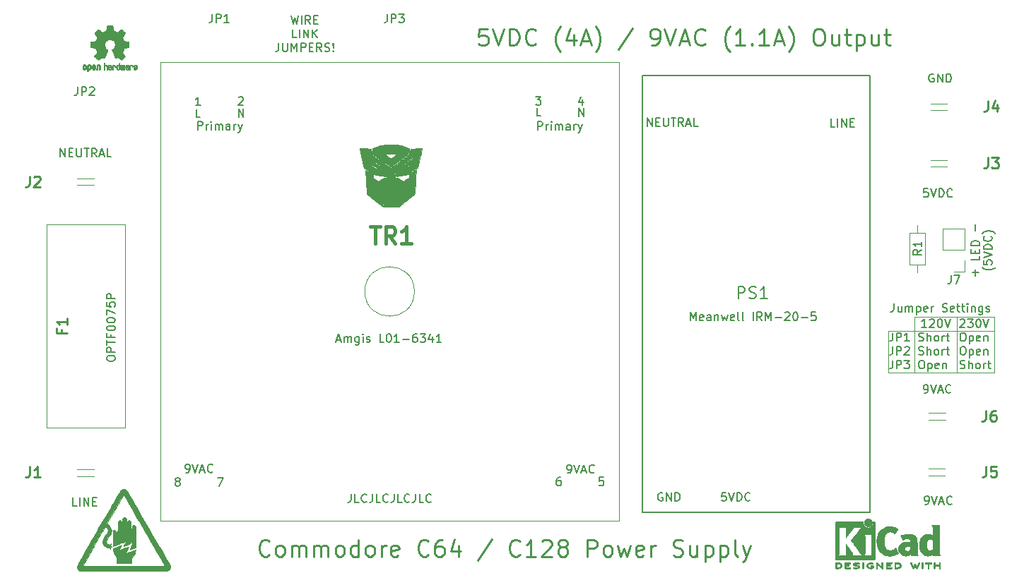
<source format=gto>
G04 #@! TF.GenerationSoftware,KiCad,Pcbnew,(5.1.6)-1*
G04 #@! TF.CreationDate,2022-02-26T06:54:02-05:00*
G04 #@! TF.ProjectId,C64-PSU-NA,4336342d-5053-4552-9d4e-412e6b696361,rev?*
G04 #@! TF.SameCoordinates,Original*
G04 #@! TF.FileFunction,Legend,Top*
G04 #@! TF.FilePolarity,Positive*
%FSLAX46Y46*%
G04 Gerber Fmt 4.6, Leading zero omitted, Abs format (unit mm)*
G04 Created by KiCad (PCBNEW (5.1.6)-1) date 2022-02-26 06:54:02*
%MOMM*%
%LPD*%
G01*
G04 APERTURE LIST*
%ADD10C,0.150000*%
%ADD11C,0.120000*%
%ADD12C,0.250000*%
%ADD13C,0.010000*%
%ADD14C,0.100000*%
%ADD15C,0.127000*%
%ADD16C,0.400000*%
%ADD17C,0.254000*%
%ADD18C,3.100000*%
%ADD19C,2.350000*%
%ADD20C,2.750000*%
%ADD21C,2.845000*%
%ADD22R,1.800000X1.800000*%
%ADD23O,1.800000X1.800000*%
%ADD24C,1.960000*%
%ADD25C,1.500000*%
%ADD26O,1.500000X1.500000*%
%ADD27C,2.650000*%
G04 APERTURE END LIST*
D10*
X110318752Y-62673980D02*
X110556847Y-63673980D01*
X110747323Y-62959695D01*
X110937800Y-63673980D01*
X111175895Y-62673980D01*
X111556847Y-63673980D02*
X111556847Y-62673980D01*
X112604466Y-63673980D02*
X112271133Y-63197790D01*
X112033038Y-63673980D02*
X112033038Y-62673980D01*
X112413990Y-62673980D01*
X112509228Y-62721600D01*
X112556847Y-62769219D01*
X112604466Y-62864457D01*
X112604466Y-63007314D01*
X112556847Y-63102552D01*
X112509228Y-63150171D01*
X112413990Y-63197790D01*
X112033038Y-63197790D01*
X113033038Y-63150171D02*
X113366371Y-63150171D01*
X113509228Y-63673980D02*
X113033038Y-63673980D01*
X113033038Y-62673980D01*
X113509228Y-62673980D01*
X110985419Y-65323980D02*
X110509228Y-65323980D01*
X110509228Y-64323980D01*
X111318752Y-65323980D02*
X111318752Y-64323980D01*
X111794942Y-65323980D02*
X111794942Y-64323980D01*
X112366371Y-65323980D01*
X112366371Y-64323980D01*
X112842561Y-65323980D02*
X112842561Y-64323980D01*
X113413990Y-65323980D02*
X112985419Y-64752552D01*
X113413990Y-64323980D02*
X112842561Y-64895409D01*
X108818752Y-65973980D02*
X108818752Y-66688266D01*
X108771133Y-66831123D01*
X108675895Y-66926361D01*
X108533038Y-66973980D01*
X108437800Y-66973980D01*
X109294942Y-65973980D02*
X109294942Y-66783504D01*
X109342561Y-66878742D01*
X109390180Y-66926361D01*
X109485419Y-66973980D01*
X109675895Y-66973980D01*
X109771133Y-66926361D01*
X109818752Y-66878742D01*
X109866371Y-66783504D01*
X109866371Y-65973980D01*
X110342561Y-66973980D02*
X110342561Y-65973980D01*
X110675895Y-66688266D01*
X111009228Y-65973980D01*
X111009228Y-66973980D01*
X111485419Y-66973980D02*
X111485419Y-65973980D01*
X111866371Y-65973980D01*
X111961609Y-66021600D01*
X112009228Y-66069219D01*
X112056847Y-66164457D01*
X112056847Y-66307314D01*
X112009228Y-66402552D01*
X111961609Y-66450171D01*
X111866371Y-66497790D01*
X111485419Y-66497790D01*
X112485419Y-66450171D02*
X112818752Y-66450171D01*
X112961609Y-66973980D02*
X112485419Y-66973980D01*
X112485419Y-65973980D01*
X112961609Y-65973980D01*
X113961609Y-66973980D02*
X113628276Y-66497790D01*
X113390180Y-66973980D02*
X113390180Y-65973980D01*
X113771133Y-65973980D01*
X113866371Y-66021600D01*
X113913990Y-66069219D01*
X113961609Y-66164457D01*
X113961609Y-66307314D01*
X113913990Y-66402552D01*
X113866371Y-66450171D01*
X113771133Y-66497790D01*
X113390180Y-66497790D01*
X114342561Y-66926361D02*
X114485419Y-66973980D01*
X114723514Y-66973980D01*
X114818752Y-66926361D01*
X114866371Y-66878742D01*
X114913990Y-66783504D01*
X114913990Y-66688266D01*
X114866371Y-66593028D01*
X114818752Y-66545409D01*
X114723514Y-66497790D01*
X114533038Y-66450171D01*
X114437800Y-66402552D01*
X114390180Y-66354933D01*
X114342561Y-66259695D01*
X114342561Y-66164457D01*
X114390180Y-66069219D01*
X114437800Y-66021600D01*
X114533038Y-65973980D01*
X114771133Y-65973980D01*
X114913990Y-66021600D01*
X115342561Y-66878742D02*
X115390180Y-66926361D01*
X115342561Y-66973980D01*
X115294942Y-66926361D01*
X115342561Y-66878742D01*
X115342561Y-66973980D01*
X115342561Y-66593028D02*
X115294942Y-66021600D01*
X115342561Y-65973980D01*
X115390180Y-66021600D01*
X115342561Y-66593028D01*
X115342561Y-65973980D01*
X182515571Y-97216980D02*
X182515571Y-97931266D01*
X182467952Y-98074123D01*
X182372714Y-98169361D01*
X182229857Y-98216980D01*
X182134619Y-98216980D01*
X183420333Y-97550314D02*
X183420333Y-98216980D01*
X182991761Y-97550314D02*
X182991761Y-98074123D01*
X183039380Y-98169361D01*
X183134619Y-98216980D01*
X183277476Y-98216980D01*
X183372714Y-98169361D01*
X183420333Y-98121742D01*
X183896523Y-98216980D02*
X183896523Y-97550314D01*
X183896523Y-97645552D02*
X183944142Y-97597933D01*
X184039380Y-97550314D01*
X184182238Y-97550314D01*
X184277476Y-97597933D01*
X184325095Y-97693171D01*
X184325095Y-98216980D01*
X184325095Y-97693171D02*
X184372714Y-97597933D01*
X184467952Y-97550314D01*
X184610809Y-97550314D01*
X184706047Y-97597933D01*
X184753666Y-97693171D01*
X184753666Y-98216980D01*
X185229857Y-97550314D02*
X185229857Y-98550314D01*
X185229857Y-97597933D02*
X185325095Y-97550314D01*
X185515571Y-97550314D01*
X185610809Y-97597933D01*
X185658428Y-97645552D01*
X185706047Y-97740790D01*
X185706047Y-98026504D01*
X185658428Y-98121742D01*
X185610809Y-98169361D01*
X185515571Y-98216980D01*
X185325095Y-98216980D01*
X185229857Y-98169361D01*
X186515571Y-98169361D02*
X186420333Y-98216980D01*
X186229857Y-98216980D01*
X186134619Y-98169361D01*
X186087000Y-98074123D01*
X186087000Y-97693171D01*
X186134619Y-97597933D01*
X186229857Y-97550314D01*
X186420333Y-97550314D01*
X186515571Y-97597933D01*
X186563190Y-97693171D01*
X186563190Y-97788409D01*
X186087000Y-97883647D01*
X186991761Y-98216980D02*
X186991761Y-97550314D01*
X186991761Y-97740790D02*
X187039380Y-97645552D01*
X187087000Y-97597933D01*
X187182238Y-97550314D01*
X187277476Y-97550314D01*
X188325095Y-98169361D02*
X188467952Y-98216980D01*
X188706047Y-98216980D01*
X188801285Y-98169361D01*
X188848904Y-98121742D01*
X188896523Y-98026504D01*
X188896523Y-97931266D01*
X188848904Y-97836028D01*
X188801285Y-97788409D01*
X188706047Y-97740790D01*
X188515571Y-97693171D01*
X188420333Y-97645552D01*
X188372714Y-97597933D01*
X188325095Y-97502695D01*
X188325095Y-97407457D01*
X188372714Y-97312219D01*
X188420333Y-97264600D01*
X188515571Y-97216980D01*
X188753666Y-97216980D01*
X188896523Y-97264600D01*
X189706047Y-98169361D02*
X189610809Y-98216980D01*
X189420333Y-98216980D01*
X189325095Y-98169361D01*
X189277476Y-98074123D01*
X189277476Y-97693171D01*
X189325095Y-97597933D01*
X189420333Y-97550314D01*
X189610809Y-97550314D01*
X189706047Y-97597933D01*
X189753666Y-97693171D01*
X189753666Y-97788409D01*
X189277476Y-97883647D01*
X190039380Y-97550314D02*
X190420333Y-97550314D01*
X190182238Y-97216980D02*
X190182238Y-98074123D01*
X190229857Y-98169361D01*
X190325095Y-98216980D01*
X190420333Y-98216980D01*
X190610809Y-97550314D02*
X190991761Y-97550314D01*
X190753666Y-97216980D02*
X190753666Y-98074123D01*
X190801285Y-98169361D01*
X190896523Y-98216980D01*
X190991761Y-98216980D01*
X191325095Y-98216980D02*
X191325095Y-97550314D01*
X191325095Y-97216980D02*
X191277476Y-97264600D01*
X191325095Y-97312219D01*
X191372714Y-97264600D01*
X191325095Y-97216980D01*
X191325095Y-97312219D01*
X191801285Y-97550314D02*
X191801285Y-98216980D01*
X191801285Y-97645552D02*
X191848904Y-97597933D01*
X191944142Y-97550314D01*
X192087000Y-97550314D01*
X192182238Y-97597933D01*
X192229857Y-97693171D01*
X192229857Y-98216980D01*
X193134619Y-97550314D02*
X193134619Y-98359838D01*
X193087000Y-98455076D01*
X193039380Y-98502695D01*
X192944142Y-98550314D01*
X192801285Y-98550314D01*
X192706047Y-98502695D01*
X193134619Y-98169361D02*
X193039380Y-98216980D01*
X192848904Y-98216980D01*
X192753666Y-98169361D01*
X192706047Y-98121742D01*
X192658428Y-98026504D01*
X192658428Y-97740790D01*
X192706047Y-97645552D01*
X192753666Y-97597933D01*
X192848904Y-97550314D01*
X193039380Y-97550314D01*
X193134619Y-97597933D01*
X193563190Y-98169361D02*
X193658428Y-98216980D01*
X193848904Y-98216980D01*
X193944142Y-98169361D01*
X193991761Y-98074123D01*
X193991761Y-98026504D01*
X193944142Y-97931266D01*
X193848904Y-97883647D01*
X193706047Y-97883647D01*
X193610809Y-97836028D01*
X193563190Y-97740790D01*
X193563190Y-97693171D01*
X193610809Y-97597933D01*
X193706047Y-97550314D01*
X193848904Y-97550314D01*
X193944142Y-97597933D01*
D11*
X185013600Y-98831400D02*
X194513200Y-98831400D01*
X194513200Y-100482400D02*
X194513200Y-98882200D01*
X185013600Y-105511600D02*
X185013600Y-98831400D01*
D12*
X133803790Y-64258961D02*
X132851409Y-64258961D01*
X132756171Y-65211342D01*
X132851409Y-65116104D01*
X133041885Y-65020866D01*
X133518076Y-65020866D01*
X133708552Y-65116104D01*
X133803790Y-65211342D01*
X133899028Y-65401819D01*
X133899028Y-65878009D01*
X133803790Y-66068485D01*
X133708552Y-66163723D01*
X133518076Y-66258961D01*
X133041885Y-66258961D01*
X132851409Y-66163723D01*
X132756171Y-66068485D01*
X134470457Y-64258961D02*
X135137123Y-66258961D01*
X135803790Y-64258961D01*
X136470457Y-66258961D02*
X136470457Y-64258961D01*
X136946647Y-64258961D01*
X137232361Y-64354200D01*
X137422838Y-64544676D01*
X137518076Y-64735152D01*
X137613314Y-65116104D01*
X137613314Y-65401819D01*
X137518076Y-65782771D01*
X137422838Y-65973247D01*
X137232361Y-66163723D01*
X136946647Y-66258961D01*
X136470457Y-66258961D01*
X139613314Y-66068485D02*
X139518076Y-66163723D01*
X139232361Y-66258961D01*
X139041885Y-66258961D01*
X138756171Y-66163723D01*
X138565695Y-65973247D01*
X138470457Y-65782771D01*
X138375219Y-65401819D01*
X138375219Y-65116104D01*
X138470457Y-64735152D01*
X138565695Y-64544676D01*
X138756171Y-64354200D01*
X139041885Y-64258961D01*
X139232361Y-64258961D01*
X139518076Y-64354200D01*
X139613314Y-64449438D01*
X142565695Y-67020866D02*
X142470457Y-66925628D01*
X142279980Y-66639914D01*
X142184742Y-66449438D01*
X142089504Y-66163723D01*
X141994266Y-65687533D01*
X141994266Y-65306580D01*
X142089504Y-64830390D01*
X142184742Y-64544676D01*
X142279980Y-64354200D01*
X142470457Y-64068485D01*
X142565695Y-63973247D01*
X144184742Y-64925628D02*
X144184742Y-66258961D01*
X143708552Y-64163723D02*
X143232361Y-65592295D01*
X144470457Y-65592295D01*
X145137123Y-65687533D02*
X146089504Y-65687533D01*
X144946647Y-66258961D02*
X145613314Y-64258961D01*
X146279980Y-66258961D01*
X146756171Y-67020866D02*
X146851409Y-66925628D01*
X147041885Y-66639914D01*
X147137123Y-66449438D01*
X147232361Y-66163723D01*
X147327600Y-65687533D01*
X147327600Y-65306580D01*
X147232361Y-64830390D01*
X147137123Y-64544676D01*
X147041885Y-64354200D01*
X146851409Y-64068485D01*
X146756171Y-63973247D01*
X151232361Y-64163723D02*
X149518076Y-66735152D01*
X153518076Y-66258961D02*
X153899028Y-66258961D01*
X154089504Y-66163723D01*
X154184742Y-66068485D01*
X154375219Y-65782771D01*
X154470457Y-65401819D01*
X154470457Y-64639914D01*
X154375219Y-64449438D01*
X154279980Y-64354200D01*
X154089504Y-64258961D01*
X153708552Y-64258961D01*
X153518076Y-64354200D01*
X153422838Y-64449438D01*
X153327600Y-64639914D01*
X153327600Y-65116104D01*
X153422838Y-65306580D01*
X153518076Y-65401819D01*
X153708552Y-65497057D01*
X154089504Y-65497057D01*
X154279980Y-65401819D01*
X154375219Y-65306580D01*
X154470457Y-65116104D01*
X155041885Y-64258961D02*
X155708552Y-66258961D01*
X156375219Y-64258961D01*
X156946647Y-65687533D02*
X157899028Y-65687533D01*
X156756171Y-66258961D02*
X157422838Y-64258961D01*
X158089504Y-66258961D01*
X159899028Y-66068485D02*
X159803790Y-66163723D01*
X159518076Y-66258961D01*
X159327600Y-66258961D01*
X159041885Y-66163723D01*
X158851409Y-65973247D01*
X158756171Y-65782771D01*
X158660933Y-65401819D01*
X158660933Y-65116104D01*
X158756171Y-64735152D01*
X158851409Y-64544676D01*
X159041885Y-64354200D01*
X159327600Y-64258961D01*
X159518076Y-64258961D01*
X159803790Y-64354200D01*
X159899028Y-64449438D01*
X162851409Y-67020866D02*
X162756171Y-66925628D01*
X162565695Y-66639914D01*
X162470457Y-66449438D01*
X162375219Y-66163723D01*
X162279980Y-65687533D01*
X162279980Y-65306580D01*
X162375219Y-64830390D01*
X162470457Y-64544676D01*
X162565695Y-64354200D01*
X162756171Y-64068485D01*
X162851409Y-63973247D01*
X164660933Y-66258961D02*
X163518076Y-66258961D01*
X164089504Y-66258961D02*
X164089504Y-64258961D01*
X163899028Y-64544676D01*
X163708552Y-64735152D01*
X163518076Y-64830390D01*
X165518076Y-66068485D02*
X165613314Y-66163723D01*
X165518076Y-66258961D01*
X165422838Y-66163723D01*
X165518076Y-66068485D01*
X165518076Y-66258961D01*
X167518076Y-66258961D02*
X166375219Y-66258961D01*
X166946647Y-66258961D02*
X166946647Y-64258961D01*
X166756171Y-64544676D01*
X166565695Y-64735152D01*
X166375219Y-64830390D01*
X168279980Y-65687533D02*
X169232361Y-65687533D01*
X168089504Y-66258961D02*
X168756171Y-64258961D01*
X169422838Y-66258961D01*
X169899028Y-67020866D02*
X169994266Y-66925628D01*
X170184742Y-66639914D01*
X170279980Y-66449438D01*
X170375219Y-66163723D01*
X170470457Y-65687533D01*
X170470457Y-65306580D01*
X170375219Y-64830390D01*
X170279980Y-64544676D01*
X170184742Y-64354200D01*
X169994266Y-64068485D01*
X169899028Y-63973247D01*
X173327600Y-64258961D02*
X173708552Y-64258961D01*
X173899028Y-64354200D01*
X174089504Y-64544676D01*
X174184742Y-64925628D01*
X174184742Y-65592295D01*
X174089504Y-65973247D01*
X173899028Y-66163723D01*
X173708552Y-66258961D01*
X173327600Y-66258961D01*
X173137123Y-66163723D01*
X172946647Y-65973247D01*
X172851409Y-65592295D01*
X172851409Y-64925628D01*
X172946647Y-64544676D01*
X173137123Y-64354200D01*
X173327600Y-64258961D01*
X175899028Y-64925628D02*
X175899028Y-66258961D01*
X175041885Y-64925628D02*
X175041885Y-65973247D01*
X175137123Y-66163723D01*
X175327600Y-66258961D01*
X175613314Y-66258961D01*
X175803790Y-66163723D01*
X175899028Y-66068485D01*
X176565695Y-64925628D02*
X177327600Y-64925628D01*
X176851409Y-64258961D02*
X176851409Y-65973247D01*
X176946647Y-66163723D01*
X177137123Y-66258961D01*
X177327600Y-66258961D01*
X177994266Y-64925628D02*
X177994266Y-66925628D01*
X177994266Y-65020866D02*
X178184742Y-64925628D01*
X178565695Y-64925628D01*
X178756171Y-65020866D01*
X178851409Y-65116104D01*
X178946647Y-65306580D01*
X178946647Y-65878009D01*
X178851409Y-66068485D01*
X178756171Y-66163723D01*
X178565695Y-66258961D01*
X178184742Y-66258961D01*
X177994266Y-66163723D01*
X180660933Y-64925628D02*
X180660933Y-66258961D01*
X179803790Y-64925628D02*
X179803790Y-65973247D01*
X179899028Y-66163723D01*
X180089504Y-66258961D01*
X180375219Y-66258961D01*
X180565695Y-66163723D01*
X180660933Y-66068485D01*
X181327599Y-64925628D02*
X182089504Y-64925628D01*
X181613314Y-64258961D02*
X181613314Y-65973247D01*
X181708552Y-66163723D01*
X181899028Y-66258961D01*
X182089504Y-66258961D01*
D11*
X194513200Y-105537000D02*
X194513200Y-100482400D01*
X181813200Y-105537000D02*
X194513200Y-105537000D01*
X181813200Y-100482400D02*
X181813200Y-105537000D01*
X194462400Y-100482400D02*
X181813200Y-100482400D01*
X190017400Y-98856800D02*
X190017400Y-105460800D01*
D10*
X190457776Y-99180619D02*
X190505395Y-99133000D01*
X190600633Y-99085380D01*
X190838728Y-99085380D01*
X190933966Y-99133000D01*
X190981585Y-99180619D01*
X191029204Y-99275857D01*
X191029204Y-99371095D01*
X190981585Y-99513952D01*
X190410157Y-100085380D01*
X191029204Y-100085380D01*
X191362538Y-99085380D02*
X191981585Y-99085380D01*
X191648252Y-99466333D01*
X191791109Y-99466333D01*
X191886347Y-99513952D01*
X191933966Y-99561571D01*
X191981585Y-99656809D01*
X191981585Y-99894904D01*
X191933966Y-99990142D01*
X191886347Y-100037761D01*
X191791109Y-100085380D01*
X191505395Y-100085380D01*
X191410157Y-100037761D01*
X191362538Y-99990142D01*
X192600633Y-99085380D02*
X192695871Y-99085380D01*
X192791109Y-99133000D01*
X192838728Y-99180619D01*
X192886347Y-99275857D01*
X192933966Y-99466333D01*
X192933966Y-99704428D01*
X192886347Y-99894904D01*
X192838728Y-99990142D01*
X192791109Y-100037761D01*
X192695871Y-100085380D01*
X192600633Y-100085380D01*
X192505395Y-100037761D01*
X192457776Y-99990142D01*
X192410157Y-99894904D01*
X192362538Y-99704428D01*
X192362538Y-99466333D01*
X192410157Y-99275857D01*
X192457776Y-99180619D01*
X192505395Y-99133000D01*
X192600633Y-99085380D01*
X193219680Y-99085380D02*
X193553014Y-100085380D01*
X193886347Y-99085380D01*
X190695871Y-100735380D02*
X190886347Y-100735380D01*
X190981585Y-100783000D01*
X191076823Y-100878238D01*
X191124442Y-101068714D01*
X191124442Y-101402047D01*
X191076823Y-101592523D01*
X190981585Y-101687761D01*
X190886347Y-101735380D01*
X190695871Y-101735380D01*
X190600633Y-101687761D01*
X190505395Y-101592523D01*
X190457776Y-101402047D01*
X190457776Y-101068714D01*
X190505395Y-100878238D01*
X190600633Y-100783000D01*
X190695871Y-100735380D01*
X191553014Y-101068714D02*
X191553014Y-102068714D01*
X191553014Y-101116333D02*
X191648252Y-101068714D01*
X191838728Y-101068714D01*
X191933966Y-101116333D01*
X191981585Y-101163952D01*
X192029204Y-101259190D01*
X192029204Y-101544904D01*
X191981585Y-101640142D01*
X191933966Y-101687761D01*
X191838728Y-101735380D01*
X191648252Y-101735380D01*
X191553014Y-101687761D01*
X192838728Y-101687761D02*
X192743490Y-101735380D01*
X192553014Y-101735380D01*
X192457776Y-101687761D01*
X192410157Y-101592523D01*
X192410157Y-101211571D01*
X192457776Y-101116333D01*
X192553014Y-101068714D01*
X192743490Y-101068714D01*
X192838728Y-101116333D01*
X192886347Y-101211571D01*
X192886347Y-101306809D01*
X192410157Y-101402047D01*
X193314919Y-101068714D02*
X193314919Y-101735380D01*
X193314919Y-101163952D02*
X193362538Y-101116333D01*
X193457776Y-101068714D01*
X193600633Y-101068714D01*
X193695871Y-101116333D01*
X193743490Y-101211571D01*
X193743490Y-101735380D01*
X190695871Y-102385380D02*
X190886347Y-102385380D01*
X190981585Y-102433000D01*
X191076823Y-102528238D01*
X191124442Y-102718714D01*
X191124442Y-103052047D01*
X191076823Y-103242523D01*
X190981585Y-103337761D01*
X190886347Y-103385380D01*
X190695871Y-103385380D01*
X190600633Y-103337761D01*
X190505395Y-103242523D01*
X190457776Y-103052047D01*
X190457776Y-102718714D01*
X190505395Y-102528238D01*
X190600633Y-102433000D01*
X190695871Y-102385380D01*
X191553014Y-102718714D02*
X191553014Y-103718714D01*
X191553014Y-102766333D02*
X191648252Y-102718714D01*
X191838728Y-102718714D01*
X191933966Y-102766333D01*
X191981585Y-102813952D01*
X192029204Y-102909190D01*
X192029204Y-103194904D01*
X191981585Y-103290142D01*
X191933966Y-103337761D01*
X191838728Y-103385380D01*
X191648252Y-103385380D01*
X191553014Y-103337761D01*
X192838728Y-103337761D02*
X192743490Y-103385380D01*
X192553014Y-103385380D01*
X192457776Y-103337761D01*
X192410157Y-103242523D01*
X192410157Y-102861571D01*
X192457776Y-102766333D01*
X192553014Y-102718714D01*
X192743490Y-102718714D01*
X192838728Y-102766333D01*
X192886347Y-102861571D01*
X192886347Y-102956809D01*
X192410157Y-103052047D01*
X193314919Y-102718714D02*
X193314919Y-103385380D01*
X193314919Y-102813952D02*
X193362538Y-102766333D01*
X193457776Y-102718714D01*
X193600633Y-102718714D01*
X193695871Y-102766333D01*
X193743490Y-102861571D01*
X193743490Y-103385380D01*
X190457776Y-104987761D02*
X190600633Y-105035380D01*
X190838728Y-105035380D01*
X190933966Y-104987761D01*
X190981585Y-104940142D01*
X191029204Y-104844904D01*
X191029204Y-104749666D01*
X190981585Y-104654428D01*
X190933966Y-104606809D01*
X190838728Y-104559190D01*
X190648252Y-104511571D01*
X190553014Y-104463952D01*
X190505395Y-104416333D01*
X190457776Y-104321095D01*
X190457776Y-104225857D01*
X190505395Y-104130619D01*
X190553014Y-104083000D01*
X190648252Y-104035380D01*
X190886347Y-104035380D01*
X191029204Y-104083000D01*
X191457776Y-105035380D02*
X191457776Y-104035380D01*
X191886347Y-105035380D02*
X191886347Y-104511571D01*
X191838728Y-104416333D01*
X191743490Y-104368714D01*
X191600633Y-104368714D01*
X191505395Y-104416333D01*
X191457776Y-104463952D01*
X192505395Y-105035380D02*
X192410157Y-104987761D01*
X192362538Y-104940142D01*
X192314919Y-104844904D01*
X192314919Y-104559190D01*
X192362538Y-104463952D01*
X192410157Y-104416333D01*
X192505395Y-104368714D01*
X192648252Y-104368714D01*
X192743490Y-104416333D01*
X192791109Y-104463952D01*
X192838728Y-104559190D01*
X192838728Y-104844904D01*
X192791109Y-104940142D01*
X192743490Y-104987761D01*
X192648252Y-105035380D01*
X192505395Y-105035380D01*
X193267300Y-105035380D02*
X193267300Y-104368714D01*
X193267300Y-104559190D02*
X193314919Y-104463952D01*
X193362538Y-104416333D01*
X193457776Y-104368714D01*
X193553014Y-104368714D01*
X193743490Y-104368714D02*
X194124442Y-104368714D01*
X193886347Y-104035380D02*
X193886347Y-104892523D01*
X193933966Y-104987761D01*
X194029204Y-105035380D01*
X194124442Y-105035380D01*
X186405928Y-100085380D02*
X185834500Y-100085380D01*
X186120214Y-100085380D02*
X186120214Y-99085380D01*
X186024976Y-99228238D01*
X185929738Y-99323476D01*
X185834500Y-99371095D01*
X186786880Y-99180619D02*
X186834500Y-99133000D01*
X186929738Y-99085380D01*
X187167833Y-99085380D01*
X187263071Y-99133000D01*
X187310690Y-99180619D01*
X187358309Y-99275857D01*
X187358309Y-99371095D01*
X187310690Y-99513952D01*
X186739261Y-100085380D01*
X187358309Y-100085380D01*
X187977357Y-99085380D02*
X188072595Y-99085380D01*
X188167833Y-99133000D01*
X188215452Y-99180619D01*
X188263071Y-99275857D01*
X188310690Y-99466333D01*
X188310690Y-99704428D01*
X188263071Y-99894904D01*
X188215452Y-99990142D01*
X188167833Y-100037761D01*
X188072595Y-100085380D01*
X187977357Y-100085380D01*
X187882119Y-100037761D01*
X187834500Y-99990142D01*
X187786880Y-99894904D01*
X187739261Y-99704428D01*
X187739261Y-99466333D01*
X187786880Y-99275857D01*
X187834500Y-99180619D01*
X187882119Y-99133000D01*
X187977357Y-99085380D01*
X188596404Y-99085380D02*
X188929738Y-100085380D01*
X189263071Y-99085380D01*
X182358309Y-100735380D02*
X182358309Y-101449666D01*
X182310690Y-101592523D01*
X182215452Y-101687761D01*
X182072595Y-101735380D01*
X181977357Y-101735380D01*
X182834500Y-101735380D02*
X182834500Y-100735380D01*
X183215452Y-100735380D01*
X183310690Y-100783000D01*
X183358309Y-100830619D01*
X183405928Y-100925857D01*
X183405928Y-101068714D01*
X183358309Y-101163952D01*
X183310690Y-101211571D01*
X183215452Y-101259190D01*
X182834500Y-101259190D01*
X184358309Y-101735380D02*
X183786880Y-101735380D01*
X184072595Y-101735380D02*
X184072595Y-100735380D01*
X183977357Y-100878238D01*
X183882119Y-100973476D01*
X183786880Y-101021095D01*
X185501166Y-101687761D02*
X185644023Y-101735380D01*
X185882119Y-101735380D01*
X185977357Y-101687761D01*
X186024976Y-101640142D01*
X186072595Y-101544904D01*
X186072595Y-101449666D01*
X186024976Y-101354428D01*
X185977357Y-101306809D01*
X185882119Y-101259190D01*
X185691642Y-101211571D01*
X185596404Y-101163952D01*
X185548785Y-101116333D01*
X185501166Y-101021095D01*
X185501166Y-100925857D01*
X185548785Y-100830619D01*
X185596404Y-100783000D01*
X185691642Y-100735380D01*
X185929738Y-100735380D01*
X186072595Y-100783000D01*
X186501166Y-101735380D02*
X186501166Y-100735380D01*
X186929738Y-101735380D02*
X186929738Y-101211571D01*
X186882119Y-101116333D01*
X186786880Y-101068714D01*
X186644023Y-101068714D01*
X186548785Y-101116333D01*
X186501166Y-101163952D01*
X187548785Y-101735380D02*
X187453547Y-101687761D01*
X187405928Y-101640142D01*
X187358309Y-101544904D01*
X187358309Y-101259190D01*
X187405928Y-101163952D01*
X187453547Y-101116333D01*
X187548785Y-101068714D01*
X187691642Y-101068714D01*
X187786880Y-101116333D01*
X187834500Y-101163952D01*
X187882119Y-101259190D01*
X187882119Y-101544904D01*
X187834500Y-101640142D01*
X187786880Y-101687761D01*
X187691642Y-101735380D01*
X187548785Y-101735380D01*
X188310690Y-101735380D02*
X188310690Y-101068714D01*
X188310690Y-101259190D02*
X188358309Y-101163952D01*
X188405928Y-101116333D01*
X188501166Y-101068714D01*
X188596404Y-101068714D01*
X188786880Y-101068714D02*
X189167833Y-101068714D01*
X188929738Y-100735380D02*
X188929738Y-101592523D01*
X188977357Y-101687761D01*
X189072595Y-101735380D01*
X189167833Y-101735380D01*
X182358309Y-102385380D02*
X182358309Y-103099666D01*
X182310690Y-103242523D01*
X182215452Y-103337761D01*
X182072595Y-103385380D01*
X181977357Y-103385380D01*
X182834500Y-103385380D02*
X182834500Y-102385380D01*
X183215452Y-102385380D01*
X183310690Y-102433000D01*
X183358309Y-102480619D01*
X183405928Y-102575857D01*
X183405928Y-102718714D01*
X183358309Y-102813952D01*
X183310690Y-102861571D01*
X183215452Y-102909190D01*
X182834500Y-102909190D01*
X183786880Y-102480619D02*
X183834500Y-102433000D01*
X183929738Y-102385380D01*
X184167833Y-102385380D01*
X184263071Y-102433000D01*
X184310690Y-102480619D01*
X184358309Y-102575857D01*
X184358309Y-102671095D01*
X184310690Y-102813952D01*
X183739261Y-103385380D01*
X184358309Y-103385380D01*
X185501166Y-103337761D02*
X185644023Y-103385380D01*
X185882119Y-103385380D01*
X185977357Y-103337761D01*
X186024976Y-103290142D01*
X186072595Y-103194904D01*
X186072595Y-103099666D01*
X186024976Y-103004428D01*
X185977357Y-102956809D01*
X185882119Y-102909190D01*
X185691642Y-102861571D01*
X185596404Y-102813952D01*
X185548785Y-102766333D01*
X185501166Y-102671095D01*
X185501166Y-102575857D01*
X185548785Y-102480619D01*
X185596404Y-102433000D01*
X185691642Y-102385380D01*
X185929738Y-102385380D01*
X186072595Y-102433000D01*
X186501166Y-103385380D02*
X186501166Y-102385380D01*
X186929738Y-103385380D02*
X186929738Y-102861571D01*
X186882119Y-102766333D01*
X186786880Y-102718714D01*
X186644023Y-102718714D01*
X186548785Y-102766333D01*
X186501166Y-102813952D01*
X187548785Y-103385380D02*
X187453547Y-103337761D01*
X187405928Y-103290142D01*
X187358309Y-103194904D01*
X187358309Y-102909190D01*
X187405928Y-102813952D01*
X187453547Y-102766333D01*
X187548785Y-102718714D01*
X187691642Y-102718714D01*
X187786880Y-102766333D01*
X187834500Y-102813952D01*
X187882119Y-102909190D01*
X187882119Y-103194904D01*
X187834500Y-103290142D01*
X187786880Y-103337761D01*
X187691642Y-103385380D01*
X187548785Y-103385380D01*
X188310690Y-103385380D02*
X188310690Y-102718714D01*
X188310690Y-102909190D02*
X188358309Y-102813952D01*
X188405928Y-102766333D01*
X188501166Y-102718714D01*
X188596404Y-102718714D01*
X188786880Y-102718714D02*
X189167833Y-102718714D01*
X188929738Y-102385380D02*
X188929738Y-103242523D01*
X188977357Y-103337761D01*
X189072595Y-103385380D01*
X189167833Y-103385380D01*
X182358309Y-104035380D02*
X182358309Y-104749666D01*
X182310690Y-104892523D01*
X182215452Y-104987761D01*
X182072595Y-105035380D01*
X181977357Y-105035380D01*
X182834500Y-105035380D02*
X182834500Y-104035380D01*
X183215452Y-104035380D01*
X183310690Y-104083000D01*
X183358309Y-104130619D01*
X183405928Y-104225857D01*
X183405928Y-104368714D01*
X183358309Y-104463952D01*
X183310690Y-104511571D01*
X183215452Y-104559190D01*
X182834500Y-104559190D01*
X183739261Y-104035380D02*
X184358309Y-104035380D01*
X184024976Y-104416333D01*
X184167833Y-104416333D01*
X184263071Y-104463952D01*
X184310690Y-104511571D01*
X184358309Y-104606809D01*
X184358309Y-104844904D01*
X184310690Y-104940142D01*
X184263071Y-104987761D01*
X184167833Y-105035380D01*
X183882119Y-105035380D01*
X183786880Y-104987761D01*
X183739261Y-104940142D01*
X185739261Y-104035380D02*
X185929738Y-104035380D01*
X186024976Y-104083000D01*
X186120214Y-104178238D01*
X186167833Y-104368714D01*
X186167833Y-104702047D01*
X186120214Y-104892523D01*
X186024976Y-104987761D01*
X185929738Y-105035380D01*
X185739261Y-105035380D01*
X185644023Y-104987761D01*
X185548785Y-104892523D01*
X185501166Y-104702047D01*
X185501166Y-104368714D01*
X185548785Y-104178238D01*
X185644023Y-104083000D01*
X185739261Y-104035380D01*
X186596404Y-104368714D02*
X186596404Y-105368714D01*
X186596404Y-104416333D02*
X186691642Y-104368714D01*
X186882119Y-104368714D01*
X186977357Y-104416333D01*
X187024976Y-104463952D01*
X187072595Y-104559190D01*
X187072595Y-104844904D01*
X187024976Y-104940142D01*
X186977357Y-104987761D01*
X186882119Y-105035380D01*
X186691642Y-105035380D01*
X186596404Y-104987761D01*
X187882119Y-104987761D02*
X187786880Y-105035380D01*
X187596404Y-105035380D01*
X187501166Y-104987761D01*
X187453547Y-104892523D01*
X187453547Y-104511571D01*
X187501166Y-104416333D01*
X187596404Y-104368714D01*
X187786880Y-104368714D01*
X187882119Y-104416333D01*
X187929738Y-104511571D01*
X187929738Y-104606809D01*
X187453547Y-104702047D01*
X188358309Y-104368714D02*
X188358309Y-105035380D01*
X188358309Y-104463952D02*
X188405928Y-104416333D01*
X188501166Y-104368714D01*
X188644023Y-104368714D01*
X188739261Y-104416333D01*
X188786880Y-104511571D01*
X188786880Y-105035380D01*
X139849552Y-76398380D02*
X139849552Y-75398380D01*
X140230504Y-75398380D01*
X140325742Y-75446000D01*
X140373361Y-75493619D01*
X140420980Y-75588857D01*
X140420980Y-75731714D01*
X140373361Y-75826952D01*
X140325742Y-75874571D01*
X140230504Y-75922190D01*
X139849552Y-75922190D01*
X140849552Y-76398380D02*
X140849552Y-75731714D01*
X140849552Y-75922190D02*
X140897171Y-75826952D01*
X140944790Y-75779333D01*
X141040028Y-75731714D01*
X141135266Y-75731714D01*
X141468600Y-76398380D02*
X141468600Y-75731714D01*
X141468600Y-75398380D02*
X141420980Y-75446000D01*
X141468600Y-75493619D01*
X141516219Y-75446000D01*
X141468600Y-75398380D01*
X141468600Y-75493619D01*
X141944790Y-76398380D02*
X141944790Y-75731714D01*
X141944790Y-75826952D02*
X141992409Y-75779333D01*
X142087647Y-75731714D01*
X142230504Y-75731714D01*
X142325742Y-75779333D01*
X142373361Y-75874571D01*
X142373361Y-76398380D01*
X142373361Y-75874571D02*
X142420980Y-75779333D01*
X142516219Y-75731714D01*
X142659076Y-75731714D01*
X142754314Y-75779333D01*
X142801933Y-75874571D01*
X142801933Y-76398380D01*
X143706695Y-76398380D02*
X143706695Y-75874571D01*
X143659076Y-75779333D01*
X143563838Y-75731714D01*
X143373361Y-75731714D01*
X143278123Y-75779333D01*
X143706695Y-76350761D02*
X143611457Y-76398380D01*
X143373361Y-76398380D01*
X143278123Y-76350761D01*
X143230504Y-76255523D01*
X143230504Y-76160285D01*
X143278123Y-76065047D01*
X143373361Y-76017428D01*
X143611457Y-76017428D01*
X143706695Y-75969809D01*
X144182885Y-76398380D02*
X144182885Y-75731714D01*
X144182885Y-75922190D02*
X144230504Y-75826952D01*
X144278123Y-75779333D01*
X144373361Y-75731714D01*
X144468600Y-75731714D01*
X144706695Y-75731714D02*
X144944790Y-76398380D01*
X145182885Y-75731714D02*
X144944790Y-76398380D01*
X144849552Y-76636476D01*
X144801933Y-76684095D01*
X144706695Y-76731714D01*
X99107952Y-76372980D02*
X99107952Y-75372980D01*
X99488904Y-75372980D01*
X99584142Y-75420600D01*
X99631761Y-75468219D01*
X99679380Y-75563457D01*
X99679380Y-75706314D01*
X99631761Y-75801552D01*
X99584142Y-75849171D01*
X99488904Y-75896790D01*
X99107952Y-75896790D01*
X100107952Y-76372980D02*
X100107952Y-75706314D01*
X100107952Y-75896790D02*
X100155571Y-75801552D01*
X100203190Y-75753933D01*
X100298428Y-75706314D01*
X100393666Y-75706314D01*
X100727000Y-76372980D02*
X100727000Y-75706314D01*
X100727000Y-75372980D02*
X100679380Y-75420600D01*
X100727000Y-75468219D01*
X100774619Y-75420600D01*
X100727000Y-75372980D01*
X100727000Y-75468219D01*
X101203190Y-76372980D02*
X101203190Y-75706314D01*
X101203190Y-75801552D02*
X101250809Y-75753933D01*
X101346047Y-75706314D01*
X101488904Y-75706314D01*
X101584142Y-75753933D01*
X101631761Y-75849171D01*
X101631761Y-76372980D01*
X101631761Y-75849171D02*
X101679380Y-75753933D01*
X101774619Y-75706314D01*
X101917476Y-75706314D01*
X102012714Y-75753933D01*
X102060333Y-75849171D01*
X102060333Y-76372980D01*
X102965095Y-76372980D02*
X102965095Y-75849171D01*
X102917476Y-75753933D01*
X102822238Y-75706314D01*
X102631761Y-75706314D01*
X102536523Y-75753933D01*
X102965095Y-76325361D02*
X102869857Y-76372980D01*
X102631761Y-76372980D01*
X102536523Y-76325361D01*
X102488904Y-76230123D01*
X102488904Y-76134885D01*
X102536523Y-76039647D01*
X102631761Y-75992028D01*
X102869857Y-75992028D01*
X102965095Y-75944409D01*
X103441285Y-76372980D02*
X103441285Y-75706314D01*
X103441285Y-75896790D02*
X103488904Y-75801552D01*
X103536523Y-75753933D01*
X103631761Y-75706314D01*
X103727000Y-75706314D01*
X103965095Y-75706314D02*
X104203190Y-76372980D01*
X104441285Y-75706314D02*
X104203190Y-76372980D01*
X104107952Y-76611076D01*
X104060333Y-76658695D01*
X103965095Y-76706314D01*
X192298628Y-88468152D02*
X192298628Y-87706247D01*
X192298628Y-93878352D02*
X192298628Y-93116447D01*
X192679580Y-93497400D02*
X191917676Y-93497400D01*
X154787695Y-119946800D02*
X154692457Y-119899180D01*
X154549600Y-119899180D01*
X154406742Y-119946800D01*
X154311504Y-120042038D01*
X154263885Y-120137276D01*
X154216266Y-120327752D01*
X154216266Y-120470609D01*
X154263885Y-120661085D01*
X154311504Y-120756323D01*
X154406742Y-120851561D01*
X154549600Y-120899180D01*
X154644838Y-120899180D01*
X154787695Y-120851561D01*
X154835314Y-120803942D01*
X154835314Y-120470609D01*
X154644838Y-120470609D01*
X155263885Y-120899180D02*
X155263885Y-119899180D01*
X155835314Y-120899180D01*
X155835314Y-119899180D01*
X156311504Y-120899180D02*
X156311504Y-119899180D01*
X156549600Y-119899180D01*
X156692457Y-119946800D01*
X156787695Y-120042038D01*
X156835314Y-120137276D01*
X156882933Y-120327752D01*
X156882933Y-120470609D01*
X156835314Y-120661085D01*
X156787695Y-120756323D01*
X156692457Y-120851561D01*
X156549600Y-120899180D01*
X156311504Y-120899180D01*
X162385523Y-119924580D02*
X161909333Y-119924580D01*
X161861714Y-120400771D01*
X161909333Y-120353152D01*
X162004571Y-120305533D01*
X162242666Y-120305533D01*
X162337904Y-120353152D01*
X162385523Y-120400771D01*
X162433142Y-120496009D01*
X162433142Y-120734104D01*
X162385523Y-120829342D01*
X162337904Y-120876961D01*
X162242666Y-120924580D01*
X162004571Y-120924580D01*
X161909333Y-120876961D01*
X161861714Y-120829342D01*
X162718857Y-119924580D02*
X163052190Y-120924580D01*
X163385523Y-119924580D01*
X163718857Y-120924580D02*
X163718857Y-119924580D01*
X163956952Y-119924580D01*
X164099809Y-119972200D01*
X164195047Y-120067438D01*
X164242666Y-120162676D01*
X164290285Y-120353152D01*
X164290285Y-120496009D01*
X164242666Y-120686485D01*
X164195047Y-120781723D01*
X164099809Y-120876961D01*
X163956952Y-120924580D01*
X163718857Y-120924580D01*
X165290285Y-120829342D02*
X165242666Y-120876961D01*
X165099809Y-120924580D01*
X165004571Y-120924580D01*
X164861714Y-120876961D01*
X164766476Y-120781723D01*
X164718857Y-120686485D01*
X164671238Y-120496009D01*
X164671238Y-120353152D01*
X164718857Y-120162676D01*
X164766476Y-120067438D01*
X164861714Y-119972200D01*
X165004571Y-119924580D01*
X165099809Y-119924580D01*
X165242666Y-119972200D01*
X165290285Y-120019819D01*
X175447438Y-76017380D02*
X174971247Y-76017380D01*
X174971247Y-75017380D01*
X175780771Y-76017380D02*
X175780771Y-75017380D01*
X176256961Y-76017380D02*
X176256961Y-75017380D01*
X176828390Y-76017380D01*
X176828390Y-75017380D01*
X177304580Y-75493571D02*
X177637914Y-75493571D01*
X177780771Y-76017380D02*
X177304580Y-76017380D01*
X177304580Y-75017380D01*
X177780771Y-75017380D01*
X152954409Y-75966580D02*
X152954409Y-74966580D01*
X153525838Y-75966580D01*
X153525838Y-74966580D01*
X154002028Y-75442771D02*
X154335361Y-75442771D01*
X154478219Y-75966580D02*
X154002028Y-75966580D01*
X154002028Y-74966580D01*
X154478219Y-74966580D01*
X154906790Y-74966580D02*
X154906790Y-75776104D01*
X154954409Y-75871342D01*
X155002028Y-75918961D01*
X155097266Y-75966580D01*
X155287742Y-75966580D01*
X155382980Y-75918961D01*
X155430600Y-75871342D01*
X155478219Y-75776104D01*
X155478219Y-74966580D01*
X155811552Y-74966580D02*
X156382980Y-74966580D01*
X156097266Y-75966580D02*
X156097266Y-74966580D01*
X157287742Y-75966580D02*
X156954409Y-75490390D01*
X156716314Y-75966580D02*
X156716314Y-74966580D01*
X157097266Y-74966580D01*
X157192504Y-75014200D01*
X157240123Y-75061819D01*
X157287742Y-75157057D01*
X157287742Y-75299914D01*
X157240123Y-75395152D01*
X157192504Y-75442771D01*
X157097266Y-75490390D01*
X156716314Y-75490390D01*
X157668695Y-75680866D02*
X158144885Y-75680866D01*
X157573457Y-75966580D02*
X157906790Y-74966580D01*
X158240123Y-75966580D01*
X159049647Y-75966580D02*
X158573457Y-75966580D01*
X158573457Y-74966580D01*
X117478752Y-120076980D02*
X117478752Y-120791266D01*
X117431133Y-120934123D01*
X117335895Y-121029361D01*
X117193038Y-121076980D01*
X117097800Y-121076980D01*
X118431133Y-121076980D02*
X117954942Y-121076980D01*
X117954942Y-120076980D01*
X119335895Y-120981742D02*
X119288276Y-121029361D01*
X119145419Y-121076980D01*
X119050180Y-121076980D01*
X118907323Y-121029361D01*
X118812085Y-120934123D01*
X118764466Y-120838885D01*
X118716847Y-120648409D01*
X118716847Y-120505552D01*
X118764466Y-120315076D01*
X118812085Y-120219838D01*
X118907323Y-120124600D01*
X119050180Y-120076980D01*
X119145419Y-120076980D01*
X119288276Y-120124600D01*
X119335895Y-120172219D01*
X120050180Y-120076980D02*
X120050180Y-120791266D01*
X120002561Y-120934123D01*
X119907323Y-121029361D01*
X119764466Y-121076980D01*
X119669228Y-121076980D01*
X121002561Y-121076980D02*
X120526371Y-121076980D01*
X120526371Y-120076980D01*
X121907323Y-120981742D02*
X121859704Y-121029361D01*
X121716847Y-121076980D01*
X121621609Y-121076980D01*
X121478752Y-121029361D01*
X121383514Y-120934123D01*
X121335895Y-120838885D01*
X121288276Y-120648409D01*
X121288276Y-120505552D01*
X121335895Y-120315076D01*
X121383514Y-120219838D01*
X121478752Y-120124600D01*
X121621609Y-120076980D01*
X121716847Y-120076980D01*
X121859704Y-120124600D01*
X121907323Y-120172219D01*
X122621609Y-120076980D02*
X122621609Y-120791266D01*
X122573990Y-120934123D01*
X122478752Y-121029361D01*
X122335895Y-121076980D01*
X122240657Y-121076980D01*
X123573990Y-121076980D02*
X123097800Y-121076980D01*
X123097800Y-120076980D01*
X124478752Y-120981742D02*
X124431133Y-121029361D01*
X124288276Y-121076980D01*
X124193038Y-121076980D01*
X124050180Y-121029361D01*
X123954942Y-120934123D01*
X123907323Y-120838885D01*
X123859704Y-120648409D01*
X123859704Y-120505552D01*
X123907323Y-120315076D01*
X123954942Y-120219838D01*
X124050180Y-120124600D01*
X124193038Y-120076980D01*
X124288276Y-120076980D01*
X124431133Y-120124600D01*
X124478752Y-120172219D01*
X125193038Y-120076980D02*
X125193038Y-120791266D01*
X125145419Y-120934123D01*
X125050180Y-121029361D01*
X124907323Y-121076980D01*
X124812085Y-121076980D01*
X126145419Y-121076980D02*
X125669228Y-121076980D01*
X125669228Y-120076980D01*
X127050180Y-120981742D02*
X127002561Y-121029361D01*
X126859704Y-121076980D01*
X126764466Y-121076980D01*
X126621609Y-121029361D01*
X126526371Y-120934123D01*
X126478752Y-120838885D01*
X126431133Y-120648409D01*
X126431133Y-120505552D01*
X126478752Y-120315076D01*
X126526371Y-120219838D01*
X126621609Y-120124600D01*
X126764466Y-120076980D01*
X126859704Y-120076980D01*
X127002561Y-120124600D01*
X127050180Y-120172219D01*
D12*
X107696342Y-127384085D02*
X107601104Y-127479323D01*
X107315390Y-127574561D01*
X107124914Y-127574561D01*
X106839199Y-127479323D01*
X106648723Y-127288847D01*
X106553485Y-127098371D01*
X106458247Y-126717419D01*
X106458247Y-126431704D01*
X106553485Y-126050752D01*
X106648723Y-125860276D01*
X106839199Y-125669800D01*
X107124914Y-125574561D01*
X107315390Y-125574561D01*
X107601104Y-125669800D01*
X107696342Y-125765038D01*
X108839199Y-127574561D02*
X108648723Y-127479323D01*
X108553485Y-127384085D01*
X108458247Y-127193609D01*
X108458247Y-126622180D01*
X108553485Y-126431704D01*
X108648723Y-126336466D01*
X108839199Y-126241228D01*
X109124914Y-126241228D01*
X109315390Y-126336466D01*
X109410628Y-126431704D01*
X109505866Y-126622180D01*
X109505866Y-127193609D01*
X109410628Y-127384085D01*
X109315390Y-127479323D01*
X109124914Y-127574561D01*
X108839199Y-127574561D01*
X110363009Y-127574561D02*
X110363009Y-126241228D01*
X110363009Y-126431704D02*
X110458247Y-126336466D01*
X110648723Y-126241228D01*
X110934438Y-126241228D01*
X111124914Y-126336466D01*
X111220152Y-126526942D01*
X111220152Y-127574561D01*
X111220152Y-126526942D02*
X111315390Y-126336466D01*
X111505866Y-126241228D01*
X111791580Y-126241228D01*
X111982057Y-126336466D01*
X112077295Y-126526942D01*
X112077295Y-127574561D01*
X113029676Y-127574561D02*
X113029676Y-126241228D01*
X113029676Y-126431704D02*
X113124914Y-126336466D01*
X113315390Y-126241228D01*
X113601104Y-126241228D01*
X113791580Y-126336466D01*
X113886819Y-126526942D01*
X113886819Y-127574561D01*
X113886819Y-126526942D02*
X113982057Y-126336466D01*
X114172533Y-126241228D01*
X114458247Y-126241228D01*
X114648723Y-126336466D01*
X114743961Y-126526942D01*
X114743961Y-127574561D01*
X115982057Y-127574561D02*
X115791580Y-127479323D01*
X115696342Y-127384085D01*
X115601104Y-127193609D01*
X115601104Y-126622180D01*
X115696342Y-126431704D01*
X115791580Y-126336466D01*
X115982057Y-126241228D01*
X116267771Y-126241228D01*
X116458247Y-126336466D01*
X116553485Y-126431704D01*
X116648723Y-126622180D01*
X116648723Y-127193609D01*
X116553485Y-127384085D01*
X116458247Y-127479323D01*
X116267771Y-127574561D01*
X115982057Y-127574561D01*
X118363009Y-127574561D02*
X118363009Y-125574561D01*
X118363009Y-127479323D02*
X118172533Y-127574561D01*
X117791580Y-127574561D01*
X117601104Y-127479323D01*
X117505866Y-127384085D01*
X117410628Y-127193609D01*
X117410628Y-126622180D01*
X117505866Y-126431704D01*
X117601104Y-126336466D01*
X117791580Y-126241228D01*
X118172533Y-126241228D01*
X118363009Y-126336466D01*
X119601104Y-127574561D02*
X119410628Y-127479323D01*
X119315390Y-127384085D01*
X119220152Y-127193609D01*
X119220152Y-126622180D01*
X119315390Y-126431704D01*
X119410628Y-126336466D01*
X119601104Y-126241228D01*
X119886819Y-126241228D01*
X120077295Y-126336466D01*
X120172533Y-126431704D01*
X120267771Y-126622180D01*
X120267771Y-127193609D01*
X120172533Y-127384085D01*
X120077295Y-127479323D01*
X119886819Y-127574561D01*
X119601104Y-127574561D01*
X121124914Y-127574561D02*
X121124914Y-126241228D01*
X121124914Y-126622180D02*
X121220152Y-126431704D01*
X121315390Y-126336466D01*
X121505866Y-126241228D01*
X121696342Y-126241228D01*
X123124914Y-127479323D02*
X122934438Y-127574561D01*
X122553485Y-127574561D01*
X122363009Y-127479323D01*
X122267771Y-127288847D01*
X122267771Y-126526942D01*
X122363009Y-126336466D01*
X122553485Y-126241228D01*
X122934438Y-126241228D01*
X123124914Y-126336466D01*
X123220152Y-126526942D01*
X123220152Y-126717419D01*
X122267771Y-126907895D01*
X126743961Y-127384085D02*
X126648723Y-127479323D01*
X126363009Y-127574561D01*
X126172533Y-127574561D01*
X125886819Y-127479323D01*
X125696342Y-127288847D01*
X125601104Y-127098371D01*
X125505866Y-126717419D01*
X125505866Y-126431704D01*
X125601104Y-126050752D01*
X125696342Y-125860276D01*
X125886819Y-125669800D01*
X126172533Y-125574561D01*
X126363009Y-125574561D01*
X126648723Y-125669800D01*
X126743961Y-125765038D01*
X128458247Y-125574561D02*
X128077295Y-125574561D01*
X127886819Y-125669800D01*
X127791580Y-125765038D01*
X127601104Y-126050752D01*
X127505866Y-126431704D01*
X127505866Y-127193609D01*
X127601104Y-127384085D01*
X127696342Y-127479323D01*
X127886819Y-127574561D01*
X128267771Y-127574561D01*
X128458247Y-127479323D01*
X128553485Y-127384085D01*
X128648723Y-127193609D01*
X128648723Y-126717419D01*
X128553485Y-126526942D01*
X128458247Y-126431704D01*
X128267771Y-126336466D01*
X127886819Y-126336466D01*
X127696342Y-126431704D01*
X127601104Y-126526942D01*
X127505866Y-126717419D01*
X130363009Y-126241228D02*
X130363009Y-127574561D01*
X129886819Y-125479323D02*
X129410628Y-126907895D01*
X130648723Y-126907895D01*
X134363009Y-125479323D02*
X132648723Y-128050752D01*
X137696342Y-127384085D02*
X137601104Y-127479323D01*
X137315390Y-127574561D01*
X137124914Y-127574561D01*
X136839199Y-127479323D01*
X136648723Y-127288847D01*
X136553485Y-127098371D01*
X136458247Y-126717419D01*
X136458247Y-126431704D01*
X136553485Y-126050752D01*
X136648723Y-125860276D01*
X136839199Y-125669800D01*
X137124914Y-125574561D01*
X137315390Y-125574561D01*
X137601104Y-125669800D01*
X137696342Y-125765038D01*
X139601104Y-127574561D02*
X138458247Y-127574561D01*
X139029676Y-127574561D02*
X139029676Y-125574561D01*
X138839199Y-125860276D01*
X138648723Y-126050752D01*
X138458247Y-126145990D01*
X140363009Y-125765038D02*
X140458247Y-125669800D01*
X140648723Y-125574561D01*
X141124914Y-125574561D01*
X141315390Y-125669800D01*
X141410628Y-125765038D01*
X141505866Y-125955514D01*
X141505866Y-126145990D01*
X141410628Y-126431704D01*
X140267771Y-127574561D01*
X141505866Y-127574561D01*
X142648723Y-126431704D02*
X142458247Y-126336466D01*
X142363009Y-126241228D01*
X142267771Y-126050752D01*
X142267771Y-125955514D01*
X142363009Y-125765038D01*
X142458247Y-125669800D01*
X142648723Y-125574561D01*
X143029676Y-125574561D01*
X143220152Y-125669800D01*
X143315390Y-125765038D01*
X143410628Y-125955514D01*
X143410628Y-126050752D01*
X143315390Y-126241228D01*
X143220152Y-126336466D01*
X143029676Y-126431704D01*
X142648723Y-126431704D01*
X142458247Y-126526942D01*
X142363009Y-126622180D01*
X142267771Y-126812657D01*
X142267771Y-127193609D01*
X142363009Y-127384085D01*
X142458247Y-127479323D01*
X142648723Y-127574561D01*
X143029676Y-127574561D01*
X143220152Y-127479323D01*
X143315390Y-127384085D01*
X143410628Y-127193609D01*
X143410628Y-126812657D01*
X143315390Y-126622180D01*
X143220152Y-126526942D01*
X143029676Y-126431704D01*
X145791580Y-127574561D02*
X145791580Y-125574561D01*
X146553485Y-125574561D01*
X146743961Y-125669800D01*
X146839199Y-125765038D01*
X146934438Y-125955514D01*
X146934438Y-126241228D01*
X146839199Y-126431704D01*
X146743961Y-126526942D01*
X146553485Y-126622180D01*
X145791580Y-126622180D01*
X148077295Y-127574561D02*
X147886819Y-127479323D01*
X147791580Y-127384085D01*
X147696342Y-127193609D01*
X147696342Y-126622180D01*
X147791580Y-126431704D01*
X147886819Y-126336466D01*
X148077295Y-126241228D01*
X148363009Y-126241228D01*
X148553485Y-126336466D01*
X148648723Y-126431704D01*
X148743961Y-126622180D01*
X148743961Y-127193609D01*
X148648723Y-127384085D01*
X148553485Y-127479323D01*
X148363009Y-127574561D01*
X148077295Y-127574561D01*
X149410628Y-126241228D02*
X149791580Y-127574561D01*
X150172533Y-126622180D01*
X150553485Y-127574561D01*
X150934438Y-126241228D01*
X152458247Y-127479323D02*
X152267771Y-127574561D01*
X151886819Y-127574561D01*
X151696342Y-127479323D01*
X151601104Y-127288847D01*
X151601104Y-126526942D01*
X151696342Y-126336466D01*
X151886819Y-126241228D01*
X152267771Y-126241228D01*
X152458247Y-126336466D01*
X152553485Y-126526942D01*
X152553485Y-126717419D01*
X151601104Y-126907895D01*
X153410628Y-127574561D02*
X153410628Y-126241228D01*
X153410628Y-126622180D02*
X153505866Y-126431704D01*
X153601104Y-126336466D01*
X153791580Y-126241228D01*
X153982057Y-126241228D01*
X156077295Y-127479323D02*
X156363009Y-127574561D01*
X156839199Y-127574561D01*
X157029676Y-127479323D01*
X157124914Y-127384085D01*
X157220152Y-127193609D01*
X157220152Y-127003133D01*
X157124914Y-126812657D01*
X157029676Y-126717419D01*
X156839199Y-126622180D01*
X156458247Y-126526942D01*
X156267771Y-126431704D01*
X156172533Y-126336466D01*
X156077295Y-126145990D01*
X156077295Y-125955514D01*
X156172533Y-125765038D01*
X156267771Y-125669800D01*
X156458247Y-125574561D01*
X156934438Y-125574561D01*
X157220152Y-125669800D01*
X158934438Y-126241228D02*
X158934438Y-127574561D01*
X158077295Y-126241228D02*
X158077295Y-127288847D01*
X158172533Y-127479323D01*
X158363009Y-127574561D01*
X158648723Y-127574561D01*
X158839199Y-127479323D01*
X158934438Y-127384085D01*
X159886819Y-126241228D02*
X159886819Y-128241228D01*
X159886819Y-126336466D02*
X160077295Y-126241228D01*
X160458247Y-126241228D01*
X160648723Y-126336466D01*
X160743961Y-126431704D01*
X160839199Y-126622180D01*
X160839199Y-127193609D01*
X160743961Y-127384085D01*
X160648723Y-127479323D01*
X160458247Y-127574561D01*
X160077295Y-127574561D01*
X159886819Y-127479323D01*
X161696342Y-126241228D02*
X161696342Y-128241228D01*
X161696342Y-126336466D02*
X161886819Y-126241228D01*
X162267771Y-126241228D01*
X162458247Y-126336466D01*
X162553485Y-126431704D01*
X162648723Y-126622180D01*
X162648723Y-127193609D01*
X162553485Y-127384085D01*
X162458247Y-127479323D01*
X162267771Y-127574561D01*
X161886819Y-127574561D01*
X161696342Y-127479323D01*
X163791580Y-127574561D02*
X163601104Y-127479323D01*
X163505866Y-127288847D01*
X163505866Y-125574561D01*
X164363009Y-126241228D02*
X164839199Y-127574561D01*
X165315390Y-126241228D02*
X164839199Y-127574561D01*
X164648723Y-128050752D01*
X164553485Y-128145990D01*
X164363009Y-128241228D01*
D10*
X88199980Y-103885523D02*
X88199980Y-103695047D01*
X88247600Y-103599809D01*
X88342838Y-103504571D01*
X88533314Y-103456952D01*
X88866647Y-103456952D01*
X89057123Y-103504571D01*
X89152361Y-103599809D01*
X89199980Y-103695047D01*
X89199980Y-103885523D01*
X89152361Y-103980761D01*
X89057123Y-104076000D01*
X88866647Y-104123619D01*
X88533314Y-104123619D01*
X88342838Y-104076000D01*
X88247600Y-103980761D01*
X88199980Y-103885523D01*
X89199980Y-103028380D02*
X88199980Y-103028380D01*
X88199980Y-102647428D01*
X88247600Y-102552190D01*
X88295219Y-102504571D01*
X88390457Y-102456952D01*
X88533314Y-102456952D01*
X88628552Y-102504571D01*
X88676171Y-102552190D01*
X88723790Y-102647428D01*
X88723790Y-103028380D01*
X88199980Y-102171238D02*
X88199980Y-101599809D01*
X89199980Y-101885523D02*
X88199980Y-101885523D01*
X88676171Y-100933142D02*
X88676171Y-101266476D01*
X89199980Y-101266476D02*
X88199980Y-101266476D01*
X88199980Y-100790285D01*
X88199980Y-100218857D02*
X88199980Y-100123619D01*
X88247600Y-100028380D01*
X88295219Y-99980761D01*
X88390457Y-99933142D01*
X88580933Y-99885523D01*
X88819028Y-99885523D01*
X89009504Y-99933142D01*
X89104742Y-99980761D01*
X89152361Y-100028380D01*
X89199980Y-100123619D01*
X89199980Y-100218857D01*
X89152361Y-100314095D01*
X89104742Y-100361714D01*
X89009504Y-100409333D01*
X88819028Y-100456952D01*
X88580933Y-100456952D01*
X88390457Y-100409333D01*
X88295219Y-100361714D01*
X88247600Y-100314095D01*
X88199980Y-100218857D01*
X88199980Y-99266476D02*
X88199980Y-99171238D01*
X88247600Y-99076000D01*
X88295219Y-99028380D01*
X88390457Y-98980761D01*
X88580933Y-98933142D01*
X88819028Y-98933142D01*
X89009504Y-98980761D01*
X89104742Y-99028380D01*
X89152361Y-99076000D01*
X89199980Y-99171238D01*
X89199980Y-99266476D01*
X89152361Y-99361714D01*
X89104742Y-99409333D01*
X89009504Y-99456952D01*
X88819028Y-99504571D01*
X88580933Y-99504571D01*
X88390457Y-99456952D01*
X88295219Y-99409333D01*
X88247600Y-99361714D01*
X88199980Y-99266476D01*
X88199980Y-98599809D02*
X88199980Y-97933142D01*
X89199980Y-98361714D01*
X88199980Y-97076000D02*
X88199980Y-97552190D01*
X88676171Y-97599809D01*
X88628552Y-97552190D01*
X88580933Y-97456952D01*
X88580933Y-97218857D01*
X88628552Y-97123619D01*
X88676171Y-97076000D01*
X88771409Y-97028380D01*
X89009504Y-97028380D01*
X89104742Y-97076000D01*
X89152361Y-97123619D01*
X89199980Y-97218857D01*
X89199980Y-97456952D01*
X89152361Y-97552190D01*
X89104742Y-97599809D01*
X89199980Y-96599809D02*
X88199980Y-96599809D01*
X88199980Y-96218857D01*
X88247600Y-96123619D01*
X88295219Y-96076000D01*
X88390457Y-96028380D01*
X88533314Y-96028380D01*
X88628552Y-96076000D01*
X88676171Y-96123619D01*
X88723790Y-96218857D01*
X88723790Y-96599809D01*
X115759695Y-101588866D02*
X116235885Y-101588866D01*
X115664457Y-101874580D02*
X115997790Y-100874580D01*
X116331123Y-101874580D01*
X116664457Y-101874580D02*
X116664457Y-101207914D01*
X116664457Y-101303152D02*
X116712076Y-101255533D01*
X116807314Y-101207914D01*
X116950171Y-101207914D01*
X117045409Y-101255533D01*
X117093028Y-101350771D01*
X117093028Y-101874580D01*
X117093028Y-101350771D02*
X117140647Y-101255533D01*
X117235885Y-101207914D01*
X117378742Y-101207914D01*
X117473980Y-101255533D01*
X117521600Y-101350771D01*
X117521600Y-101874580D01*
X118426361Y-101207914D02*
X118426361Y-102017438D01*
X118378742Y-102112676D01*
X118331123Y-102160295D01*
X118235885Y-102207914D01*
X118093028Y-102207914D01*
X117997790Y-102160295D01*
X118426361Y-101826961D02*
X118331123Y-101874580D01*
X118140647Y-101874580D01*
X118045409Y-101826961D01*
X117997790Y-101779342D01*
X117950171Y-101684104D01*
X117950171Y-101398390D01*
X117997790Y-101303152D01*
X118045409Y-101255533D01*
X118140647Y-101207914D01*
X118331123Y-101207914D01*
X118426361Y-101255533D01*
X118902552Y-101874580D02*
X118902552Y-101207914D01*
X118902552Y-100874580D02*
X118854933Y-100922200D01*
X118902552Y-100969819D01*
X118950171Y-100922200D01*
X118902552Y-100874580D01*
X118902552Y-100969819D01*
X119331123Y-101826961D02*
X119426361Y-101874580D01*
X119616838Y-101874580D01*
X119712076Y-101826961D01*
X119759695Y-101731723D01*
X119759695Y-101684104D01*
X119712076Y-101588866D01*
X119616838Y-101541247D01*
X119473980Y-101541247D01*
X119378742Y-101493628D01*
X119331123Y-101398390D01*
X119331123Y-101350771D01*
X119378742Y-101255533D01*
X119473980Y-101207914D01*
X119616838Y-101207914D01*
X119712076Y-101255533D01*
X121426361Y-101874580D02*
X120950171Y-101874580D01*
X120950171Y-100874580D01*
X121950171Y-100874580D02*
X122045409Y-100874580D01*
X122140647Y-100922200D01*
X122188266Y-100969819D01*
X122235885Y-101065057D01*
X122283504Y-101255533D01*
X122283504Y-101493628D01*
X122235885Y-101684104D01*
X122188266Y-101779342D01*
X122140647Y-101826961D01*
X122045409Y-101874580D01*
X121950171Y-101874580D01*
X121854933Y-101826961D01*
X121807314Y-101779342D01*
X121759695Y-101684104D01*
X121712076Y-101493628D01*
X121712076Y-101255533D01*
X121759695Y-101065057D01*
X121807314Y-100969819D01*
X121854933Y-100922200D01*
X121950171Y-100874580D01*
X123235885Y-101874580D02*
X122664457Y-101874580D01*
X122950171Y-101874580D02*
X122950171Y-100874580D01*
X122854933Y-101017438D01*
X122759695Y-101112676D01*
X122664457Y-101160295D01*
X123664457Y-101493628D02*
X124426361Y-101493628D01*
X125331123Y-100874580D02*
X125140647Y-100874580D01*
X125045409Y-100922200D01*
X124997790Y-100969819D01*
X124902552Y-101112676D01*
X124854933Y-101303152D01*
X124854933Y-101684104D01*
X124902552Y-101779342D01*
X124950171Y-101826961D01*
X125045409Y-101874580D01*
X125235885Y-101874580D01*
X125331123Y-101826961D01*
X125378742Y-101779342D01*
X125426361Y-101684104D01*
X125426361Y-101446009D01*
X125378742Y-101350771D01*
X125331123Y-101303152D01*
X125235885Y-101255533D01*
X125045409Y-101255533D01*
X124950171Y-101303152D01*
X124902552Y-101350771D01*
X124854933Y-101446009D01*
X125759695Y-100874580D02*
X126378742Y-100874580D01*
X126045409Y-101255533D01*
X126188266Y-101255533D01*
X126283504Y-101303152D01*
X126331123Y-101350771D01*
X126378742Y-101446009D01*
X126378742Y-101684104D01*
X126331123Y-101779342D01*
X126283504Y-101826961D01*
X126188266Y-101874580D01*
X125902552Y-101874580D01*
X125807314Y-101826961D01*
X125759695Y-101779342D01*
X127235885Y-101207914D02*
X127235885Y-101874580D01*
X126997790Y-100826961D02*
X126759695Y-101541247D01*
X127378742Y-101541247D01*
X128283504Y-101874580D02*
X127712076Y-101874580D01*
X127997790Y-101874580D02*
X127997790Y-100874580D01*
X127902552Y-101017438D01*
X127807314Y-101112676D01*
X127712076Y-101160295D01*
X158133400Y-99258380D02*
X158133400Y-98258380D01*
X158466733Y-98972666D01*
X158800066Y-98258380D01*
X158800066Y-99258380D01*
X159657209Y-99210761D02*
X159561971Y-99258380D01*
X159371495Y-99258380D01*
X159276257Y-99210761D01*
X159228638Y-99115523D01*
X159228638Y-98734571D01*
X159276257Y-98639333D01*
X159371495Y-98591714D01*
X159561971Y-98591714D01*
X159657209Y-98639333D01*
X159704828Y-98734571D01*
X159704828Y-98829809D01*
X159228638Y-98925047D01*
X160561971Y-99258380D02*
X160561971Y-98734571D01*
X160514352Y-98639333D01*
X160419114Y-98591714D01*
X160228638Y-98591714D01*
X160133400Y-98639333D01*
X160561971Y-99210761D02*
X160466733Y-99258380D01*
X160228638Y-99258380D01*
X160133400Y-99210761D01*
X160085780Y-99115523D01*
X160085780Y-99020285D01*
X160133400Y-98925047D01*
X160228638Y-98877428D01*
X160466733Y-98877428D01*
X160561971Y-98829809D01*
X161038161Y-98591714D02*
X161038161Y-99258380D01*
X161038161Y-98686952D02*
X161085780Y-98639333D01*
X161181019Y-98591714D01*
X161323876Y-98591714D01*
X161419114Y-98639333D01*
X161466733Y-98734571D01*
X161466733Y-99258380D01*
X161847685Y-98591714D02*
X162038161Y-99258380D01*
X162228638Y-98782190D01*
X162419114Y-99258380D01*
X162609590Y-98591714D01*
X163371495Y-99210761D02*
X163276257Y-99258380D01*
X163085780Y-99258380D01*
X162990542Y-99210761D01*
X162942923Y-99115523D01*
X162942923Y-98734571D01*
X162990542Y-98639333D01*
X163085780Y-98591714D01*
X163276257Y-98591714D01*
X163371495Y-98639333D01*
X163419114Y-98734571D01*
X163419114Y-98829809D01*
X162942923Y-98925047D01*
X163990542Y-99258380D02*
X163895304Y-99210761D01*
X163847685Y-99115523D01*
X163847685Y-98258380D01*
X164514352Y-99258380D02*
X164419114Y-99210761D01*
X164371495Y-99115523D01*
X164371495Y-98258380D01*
X165657209Y-99258380D02*
X165657209Y-98258380D01*
X166704828Y-99258380D02*
X166371495Y-98782190D01*
X166133400Y-99258380D02*
X166133400Y-98258380D01*
X166514352Y-98258380D01*
X166609590Y-98306000D01*
X166657209Y-98353619D01*
X166704828Y-98448857D01*
X166704828Y-98591714D01*
X166657209Y-98686952D01*
X166609590Y-98734571D01*
X166514352Y-98782190D01*
X166133400Y-98782190D01*
X167133400Y-99258380D02*
X167133400Y-98258380D01*
X167466733Y-98972666D01*
X167800066Y-98258380D01*
X167800066Y-99258380D01*
X168276257Y-98877428D02*
X169038161Y-98877428D01*
X169466733Y-98353619D02*
X169514352Y-98306000D01*
X169609590Y-98258380D01*
X169847685Y-98258380D01*
X169942923Y-98306000D01*
X169990542Y-98353619D01*
X170038161Y-98448857D01*
X170038161Y-98544095D01*
X169990542Y-98686952D01*
X169419114Y-99258380D01*
X170038161Y-99258380D01*
X170657209Y-98258380D02*
X170752447Y-98258380D01*
X170847685Y-98306000D01*
X170895304Y-98353619D01*
X170942923Y-98448857D01*
X170990542Y-98639333D01*
X170990542Y-98877428D01*
X170942923Y-99067904D01*
X170895304Y-99163142D01*
X170847685Y-99210761D01*
X170752447Y-99258380D01*
X170657209Y-99258380D01*
X170561971Y-99210761D01*
X170514352Y-99163142D01*
X170466733Y-99067904D01*
X170419114Y-98877428D01*
X170419114Y-98639333D01*
X170466733Y-98448857D01*
X170514352Y-98353619D01*
X170561971Y-98306000D01*
X170657209Y-98258380D01*
X171419114Y-98877428D02*
X172181019Y-98877428D01*
X173133400Y-98258380D02*
X172657209Y-98258380D01*
X172609590Y-98734571D01*
X172657209Y-98686952D01*
X172752447Y-98639333D01*
X172990542Y-98639333D01*
X173085780Y-98686952D01*
X173133400Y-98734571D01*
X173181019Y-98829809D01*
X173181019Y-99067904D01*
X173133400Y-99163142D01*
X173085780Y-99210761D01*
X172990542Y-99258380D01*
X172752447Y-99258380D01*
X172657209Y-99210761D01*
X172609590Y-99163142D01*
X194635333Y-92903419D02*
X194587714Y-92951038D01*
X194444857Y-93046276D01*
X194349619Y-93093895D01*
X194206761Y-93141514D01*
X193968666Y-93189133D01*
X193778190Y-93189133D01*
X193540095Y-93141514D01*
X193397238Y-93093895D01*
X193302000Y-93046276D01*
X193159142Y-92951038D01*
X193111523Y-92903419D01*
X193254380Y-92046276D02*
X193254380Y-92522466D01*
X193730571Y-92570085D01*
X193682952Y-92522466D01*
X193635333Y-92427228D01*
X193635333Y-92189133D01*
X193682952Y-92093895D01*
X193730571Y-92046276D01*
X193825809Y-91998657D01*
X194063904Y-91998657D01*
X194159142Y-92046276D01*
X194206761Y-92093895D01*
X194254380Y-92189133D01*
X194254380Y-92427228D01*
X194206761Y-92522466D01*
X194159142Y-92570085D01*
X193254380Y-91712942D02*
X194254380Y-91379609D01*
X193254380Y-91046276D01*
X194254380Y-90712942D02*
X193254380Y-90712942D01*
X193254380Y-90474847D01*
X193302000Y-90331990D01*
X193397238Y-90236752D01*
X193492476Y-90189133D01*
X193682952Y-90141514D01*
X193825809Y-90141514D01*
X194016285Y-90189133D01*
X194111523Y-90236752D01*
X194206761Y-90331990D01*
X194254380Y-90474847D01*
X194254380Y-90712942D01*
X194159142Y-89141514D02*
X194206761Y-89189133D01*
X194254380Y-89331990D01*
X194254380Y-89427228D01*
X194206761Y-89570085D01*
X194111523Y-89665323D01*
X194016285Y-89712942D01*
X193825809Y-89760561D01*
X193682952Y-89760561D01*
X193492476Y-89712942D01*
X193397238Y-89665323D01*
X193302000Y-89570085D01*
X193254380Y-89427228D01*
X193254380Y-89331990D01*
X193302000Y-89189133D01*
X193349619Y-89141514D01*
X194635333Y-88808180D02*
X194587714Y-88760561D01*
X194444857Y-88665323D01*
X194349619Y-88617704D01*
X194206761Y-88570085D01*
X193968666Y-88522466D01*
X193778190Y-88522466D01*
X193540095Y-88570085D01*
X193397238Y-88617704D01*
X193302000Y-88665323D01*
X193159142Y-88760561D01*
X193111523Y-88808180D01*
X82647209Y-79624180D02*
X82647209Y-78624180D01*
X83218638Y-79624180D01*
X83218638Y-78624180D01*
X83694828Y-79100371D02*
X84028161Y-79100371D01*
X84171019Y-79624180D02*
X83694828Y-79624180D01*
X83694828Y-78624180D01*
X84171019Y-78624180D01*
X84599590Y-78624180D02*
X84599590Y-79433704D01*
X84647209Y-79528942D01*
X84694828Y-79576561D01*
X84790066Y-79624180D01*
X84980542Y-79624180D01*
X85075780Y-79576561D01*
X85123400Y-79528942D01*
X85171019Y-79433704D01*
X85171019Y-78624180D01*
X85504352Y-78624180D02*
X86075780Y-78624180D01*
X85790066Y-79624180D02*
X85790066Y-78624180D01*
X86980542Y-79624180D02*
X86647209Y-79147990D01*
X86409114Y-79624180D02*
X86409114Y-78624180D01*
X86790066Y-78624180D01*
X86885304Y-78671800D01*
X86932923Y-78719419D01*
X86980542Y-78814657D01*
X86980542Y-78957514D01*
X86932923Y-79052752D01*
X86885304Y-79100371D01*
X86790066Y-79147990D01*
X86409114Y-79147990D01*
X87361495Y-79338466D02*
X87837685Y-79338466D01*
X87266257Y-79624180D02*
X87599590Y-78624180D01*
X87932923Y-79624180D01*
X88742447Y-79624180D02*
X88266257Y-79624180D01*
X88266257Y-78624180D01*
X84642438Y-121534180D02*
X84166247Y-121534180D01*
X84166247Y-120534180D01*
X84975771Y-121534180D02*
X84975771Y-120534180D01*
X85451961Y-121534180D02*
X85451961Y-120534180D01*
X86023390Y-121534180D01*
X86023390Y-120534180D01*
X86499580Y-121010371D02*
X86832914Y-121010371D01*
X86975771Y-121534180D02*
X86499580Y-121534180D01*
X86499580Y-120534180D01*
X86975771Y-120534180D01*
X192781180Y-91498657D02*
X192781180Y-91974847D01*
X191781180Y-91974847D01*
X192257371Y-91165323D02*
X192257371Y-90831990D01*
X192781180Y-90689133D02*
X192781180Y-91165323D01*
X191781180Y-91165323D01*
X191781180Y-90689133D01*
X192781180Y-90260561D02*
X191781180Y-90260561D01*
X191781180Y-90022466D01*
X191828800Y-89879609D01*
X191924038Y-89784371D01*
X192019276Y-89736752D01*
X192209752Y-89689133D01*
X192352609Y-89689133D01*
X192543085Y-89736752D01*
X192638323Y-89784371D01*
X192733561Y-89879609D01*
X192781180Y-90022466D01*
X192781180Y-90260561D01*
X187274295Y-69705600D02*
X187179057Y-69657980D01*
X187036200Y-69657980D01*
X186893342Y-69705600D01*
X186798104Y-69800838D01*
X186750485Y-69896076D01*
X186702866Y-70086552D01*
X186702866Y-70229409D01*
X186750485Y-70419885D01*
X186798104Y-70515123D01*
X186893342Y-70610361D01*
X187036200Y-70657980D01*
X187131438Y-70657980D01*
X187274295Y-70610361D01*
X187321914Y-70562742D01*
X187321914Y-70229409D01*
X187131438Y-70229409D01*
X187750485Y-70657980D02*
X187750485Y-69657980D01*
X188321914Y-70657980D01*
X188321914Y-69657980D01*
X188798104Y-70657980D02*
X188798104Y-69657980D01*
X189036200Y-69657980D01*
X189179057Y-69705600D01*
X189274295Y-69800838D01*
X189321914Y-69896076D01*
X189369533Y-70086552D01*
X189369533Y-70229409D01*
X189321914Y-70419885D01*
X189274295Y-70515123D01*
X189179057Y-70610361D01*
X189036200Y-70657980D01*
X188798104Y-70657980D01*
X186591723Y-83450180D02*
X186115533Y-83450180D01*
X186067914Y-83926371D01*
X186115533Y-83878752D01*
X186210771Y-83831133D01*
X186448866Y-83831133D01*
X186544104Y-83878752D01*
X186591723Y-83926371D01*
X186639342Y-84021609D01*
X186639342Y-84259704D01*
X186591723Y-84354942D01*
X186544104Y-84402561D01*
X186448866Y-84450180D01*
X186210771Y-84450180D01*
X186115533Y-84402561D01*
X186067914Y-84354942D01*
X186925057Y-83450180D02*
X187258390Y-84450180D01*
X187591723Y-83450180D01*
X187925057Y-84450180D02*
X187925057Y-83450180D01*
X188163152Y-83450180D01*
X188306009Y-83497800D01*
X188401247Y-83593038D01*
X188448866Y-83688276D01*
X188496485Y-83878752D01*
X188496485Y-84021609D01*
X188448866Y-84212085D01*
X188401247Y-84307323D01*
X188306009Y-84402561D01*
X188163152Y-84450180D01*
X187925057Y-84450180D01*
X189496485Y-84354942D02*
X189448866Y-84402561D01*
X189306009Y-84450180D01*
X189210771Y-84450180D01*
X189067914Y-84402561D01*
X188972676Y-84307323D01*
X188925057Y-84212085D01*
X188877438Y-84021609D01*
X188877438Y-83878752D01*
X188925057Y-83688276D01*
X188972676Y-83593038D01*
X189067914Y-83497800D01*
X189210771Y-83450180D01*
X189306009Y-83450180D01*
X189448866Y-83497800D01*
X189496485Y-83545419D01*
X186132980Y-107945180D02*
X186323457Y-107945180D01*
X186418695Y-107897561D01*
X186466314Y-107849942D01*
X186561552Y-107707085D01*
X186609171Y-107516609D01*
X186609171Y-107135657D01*
X186561552Y-107040419D01*
X186513933Y-106992800D01*
X186418695Y-106945180D01*
X186228219Y-106945180D01*
X186132980Y-106992800D01*
X186085361Y-107040419D01*
X186037742Y-107135657D01*
X186037742Y-107373752D01*
X186085361Y-107468990D01*
X186132980Y-107516609D01*
X186228219Y-107564228D01*
X186418695Y-107564228D01*
X186513933Y-107516609D01*
X186561552Y-107468990D01*
X186609171Y-107373752D01*
X186894885Y-106945180D02*
X187228219Y-107945180D01*
X187561552Y-106945180D01*
X187847266Y-107659466D02*
X188323457Y-107659466D01*
X187752028Y-107945180D02*
X188085361Y-106945180D01*
X188418695Y-107945180D01*
X189323457Y-107849942D02*
X189275838Y-107897561D01*
X189132980Y-107945180D01*
X189037742Y-107945180D01*
X188894885Y-107897561D01*
X188799647Y-107802323D01*
X188752028Y-107707085D01*
X188704409Y-107516609D01*
X188704409Y-107373752D01*
X188752028Y-107183276D01*
X188799647Y-107088038D01*
X188894885Y-106992800D01*
X189037742Y-106945180D01*
X189132980Y-106945180D01*
X189275838Y-106992800D01*
X189323457Y-107040419D01*
X186259980Y-121330980D02*
X186450457Y-121330980D01*
X186545695Y-121283361D01*
X186593314Y-121235742D01*
X186688552Y-121092885D01*
X186736171Y-120902409D01*
X186736171Y-120521457D01*
X186688552Y-120426219D01*
X186640933Y-120378600D01*
X186545695Y-120330980D01*
X186355219Y-120330980D01*
X186259980Y-120378600D01*
X186212361Y-120426219D01*
X186164742Y-120521457D01*
X186164742Y-120759552D01*
X186212361Y-120854790D01*
X186259980Y-120902409D01*
X186355219Y-120950028D01*
X186545695Y-120950028D01*
X186640933Y-120902409D01*
X186688552Y-120854790D01*
X186736171Y-120759552D01*
X187021885Y-120330980D02*
X187355219Y-121330980D01*
X187688552Y-120330980D01*
X187974266Y-121045266D02*
X188450457Y-121045266D01*
X187879028Y-121330980D02*
X188212361Y-120330980D01*
X188545695Y-121330980D01*
X189450457Y-121235742D02*
X189402838Y-121283361D01*
X189259980Y-121330980D01*
X189164742Y-121330980D01*
X189021885Y-121283361D01*
X188926647Y-121188123D01*
X188879028Y-121092885D01*
X188831409Y-120902409D01*
X188831409Y-120759552D01*
X188879028Y-120569076D01*
X188926647Y-120473838D01*
X189021885Y-120378600D01*
X189164742Y-120330980D01*
X189259980Y-120330980D01*
X189402838Y-120378600D01*
X189450457Y-120426219D01*
D13*
G36*
X122939887Y-84922783D02*
G01*
X123010538Y-85105269D01*
X123081260Y-85288039D01*
X123136458Y-85430783D01*
X123214164Y-85631867D01*
X122236586Y-85631867D01*
X121912376Y-85630920D01*
X121664770Y-85627782D01*
X121485722Y-85622009D01*
X121367188Y-85613154D01*
X121301122Y-85600773D01*
X121279480Y-85584421D01*
X121280333Y-85578950D01*
X121303784Y-85520214D01*
X121351323Y-85400768D01*
X121415797Y-85238596D01*
X121482400Y-85070950D01*
X121663141Y-84615867D01*
X122821024Y-84615867D01*
X122939887Y-84922783D01*
G37*
X122939887Y-84922783D02*
X123010538Y-85105269D01*
X123081260Y-85288039D01*
X123136458Y-85430783D01*
X123214164Y-85631867D01*
X122236586Y-85631867D01*
X121912376Y-85630920D01*
X121664770Y-85627782D01*
X121485722Y-85622009D01*
X121367188Y-85613154D01*
X121301122Y-85600773D01*
X121279480Y-85584421D01*
X121280333Y-85578950D01*
X121303784Y-85520214D01*
X121351323Y-85400768D01*
X121415797Y-85238596D01*
X121482400Y-85070950D01*
X121663141Y-84615867D01*
X122821024Y-84615867D01*
X122939887Y-84922783D01*
G36*
X122897557Y-82135104D02*
G01*
X123001953Y-82181063D01*
X123151117Y-82248950D01*
X123319484Y-82327106D01*
X123765733Y-82536011D01*
X123765733Y-85158354D01*
X123549488Y-85352777D01*
X123437175Y-85450146D01*
X123349063Y-85519893D01*
X123303908Y-85547189D01*
X123303578Y-85547200D01*
X123278308Y-85509963D01*
X123229847Y-85407944D01*
X123164617Y-85255678D01*
X123089041Y-85067701D01*
X123069747Y-85018033D01*
X122865582Y-84488867D01*
X121612565Y-84488867D01*
X121408693Y-85018033D01*
X121331365Y-85212588D01*
X121262311Y-85374952D01*
X121208066Y-85490572D01*
X121175161Y-85544899D01*
X121171131Y-85547200D01*
X121125366Y-85520274D01*
X121037800Y-85449689D01*
X120927586Y-85350907D01*
X120717733Y-85154614D01*
X120717733Y-82535643D01*
X121160222Y-82326921D01*
X121336700Y-82244569D01*
X121483950Y-82177536D01*
X121585875Y-82133037D01*
X121625889Y-82118200D01*
X121632772Y-82158471D01*
X121638843Y-82271040D01*
X121643778Y-82443540D01*
X121647255Y-82663602D01*
X121648952Y-82918860D01*
X121649067Y-83007200D01*
X121649067Y-83896200D01*
X122834400Y-83896200D01*
X122834400Y-83007200D01*
X122835279Y-82743178D01*
X122837738Y-82510338D01*
X122841506Y-82321048D01*
X122846313Y-82187675D01*
X122851888Y-82122587D01*
X122853818Y-82118200D01*
X122897557Y-82135104D01*
G37*
X122897557Y-82135104D02*
X123001953Y-82181063D01*
X123151117Y-82248950D01*
X123319484Y-82327106D01*
X123765733Y-82536011D01*
X123765733Y-85158354D01*
X123549488Y-85352777D01*
X123437175Y-85450146D01*
X123349063Y-85519893D01*
X123303908Y-85547189D01*
X123303578Y-85547200D01*
X123278308Y-85509963D01*
X123229847Y-85407944D01*
X123164617Y-85255678D01*
X123089041Y-85067701D01*
X123069747Y-85018033D01*
X122865582Y-84488867D01*
X121612565Y-84488867D01*
X121408693Y-85018033D01*
X121331365Y-85212588D01*
X121262311Y-85374952D01*
X121208066Y-85490572D01*
X121175161Y-85544899D01*
X121171131Y-85547200D01*
X121125366Y-85520274D01*
X121037800Y-85449689D01*
X120927586Y-85350907D01*
X120717733Y-85154614D01*
X120717733Y-82535643D01*
X121160222Y-82326921D01*
X121336700Y-82244569D01*
X121483950Y-82177536D01*
X121585875Y-82133037D01*
X121625889Y-82118200D01*
X121632772Y-82158471D01*
X121638843Y-82271040D01*
X121643778Y-82443540D01*
X121647255Y-82663602D01*
X121648952Y-82918860D01*
X121649067Y-83007200D01*
X121649067Y-83896200D01*
X122834400Y-83896200D01*
X122834400Y-83007200D01*
X122835279Y-82743178D01*
X122837738Y-82510338D01*
X122841506Y-82321048D01*
X122846313Y-82187675D01*
X122851888Y-82122587D01*
X122853818Y-82118200D01*
X122897557Y-82135104D01*
G36*
X119251941Y-81254243D02*
G01*
X119346596Y-81309595D01*
X119483225Y-81395326D01*
X119647785Y-81502860D01*
X119655305Y-81507862D01*
X120082733Y-81792446D01*
X120082733Y-81974418D01*
X120085770Y-82069020D01*
X120105349Y-82134237D01*
X120157178Y-82189236D01*
X120256960Y-82253186D01*
X120357900Y-82310271D01*
X120633067Y-82464153D01*
X120633067Y-83772843D01*
X120632571Y-84095990D01*
X120631169Y-84390129D01*
X120628982Y-84645067D01*
X120626137Y-84850609D01*
X120622757Y-84996562D01*
X120618966Y-85072734D01*
X120617118Y-85081533D01*
X120581057Y-85055885D01*
X120490197Y-84984491D01*
X120354888Y-84875678D01*
X120185481Y-84737775D01*
X119992326Y-84579107D01*
X119982118Y-84570685D01*
X119788283Y-84408239D01*
X119619186Y-84261768D01*
X119485018Y-84140491D01*
X119395971Y-84053629D01*
X119362233Y-84010402D01*
X119362179Y-84009768D01*
X119359505Y-83956646D01*
X119352342Y-83829506D01*
X119341303Y-83638842D01*
X119327003Y-83395149D01*
X119310055Y-83108920D01*
X119291075Y-82790650D01*
X119280011Y-82606062D01*
X119260698Y-82276686D01*
X119243921Y-81975359D01*
X119230175Y-81712219D01*
X119219954Y-81497402D01*
X119213752Y-81341046D01*
X119212063Y-81253288D01*
X119213304Y-81237851D01*
X119251941Y-81254243D01*
G37*
X119251941Y-81254243D02*
X119346596Y-81309595D01*
X119483225Y-81395326D01*
X119647785Y-81502860D01*
X119655305Y-81507862D01*
X120082733Y-81792446D01*
X120082733Y-81974418D01*
X120085770Y-82069020D01*
X120105349Y-82134237D01*
X120157178Y-82189236D01*
X120256960Y-82253186D01*
X120357900Y-82310271D01*
X120633067Y-82464153D01*
X120633067Y-83772843D01*
X120632571Y-84095990D01*
X120631169Y-84390129D01*
X120628982Y-84645067D01*
X120626137Y-84850609D01*
X120622757Y-84996562D01*
X120618966Y-85072734D01*
X120617118Y-85081533D01*
X120581057Y-85055885D01*
X120490197Y-84984491D01*
X120354888Y-84875678D01*
X120185481Y-84737775D01*
X119992326Y-84579107D01*
X119982118Y-84570685D01*
X119788283Y-84408239D01*
X119619186Y-84261768D01*
X119485018Y-84140491D01*
X119395971Y-84053629D01*
X119362233Y-84010402D01*
X119362179Y-84009768D01*
X119359505Y-83956646D01*
X119352342Y-83829506D01*
X119341303Y-83638842D01*
X119327003Y-83395149D01*
X119310055Y-83108920D01*
X119291075Y-82790650D01*
X119280011Y-82606062D01*
X119260698Y-82276686D01*
X119243921Y-81975359D01*
X119230175Y-81712219D01*
X119219954Y-81497402D01*
X119213752Y-81341046D01*
X119212063Y-81253288D01*
X119213304Y-81237851D01*
X119251941Y-81254243D01*
G36*
X125265226Y-81233398D02*
G01*
X125266830Y-81278274D01*
X125263493Y-81397231D01*
X125255716Y-81579858D01*
X125243997Y-81815745D01*
X125228835Y-82094481D01*
X125210729Y-82405655D01*
X125202489Y-82541533D01*
X125182587Y-82868748D01*
X125164423Y-83172866D01*
X125148655Y-83442431D01*
X125135940Y-83665989D01*
X125126937Y-83832085D01*
X125122305Y-83929262D01*
X125121834Y-83945184D01*
X125110640Y-83995649D01*
X125072653Y-84056819D01*
X124999437Y-84137221D01*
X124882552Y-84245377D01*
X124713559Y-84389813D01*
X124538317Y-84534638D01*
X124346645Y-84691523D01*
X124175429Y-84831336D01*
X124036354Y-84944562D01*
X123941104Y-85021685D01*
X123903317Y-85051754D01*
X123888024Y-85047560D01*
X123875806Y-85004557D01*
X123866369Y-84915639D01*
X123859416Y-84773702D01*
X123854655Y-84571643D01*
X123851790Y-84302356D01*
X123850525Y-83958738D01*
X123850400Y-83776455D01*
X123850400Y-82461010D01*
X124125567Y-82307128D01*
X124266125Y-82226439D01*
X124348195Y-82167474D01*
X124387507Y-82111213D01*
X124399791Y-82038637D01*
X124400733Y-81974412D01*
X124400733Y-81795578D01*
X124824737Y-81506004D01*
X124989024Y-81395985D01*
X125126474Y-81308061D01*
X125223089Y-81250894D01*
X125264872Y-81233145D01*
X125265226Y-81233398D01*
G37*
X125265226Y-81233398D02*
X125266830Y-81278274D01*
X125263493Y-81397231D01*
X125255716Y-81579858D01*
X125243997Y-81815745D01*
X125228835Y-82094481D01*
X125210729Y-82405655D01*
X125202489Y-82541533D01*
X125182587Y-82868748D01*
X125164423Y-83172866D01*
X125148655Y-83442431D01*
X125135940Y-83665989D01*
X125126937Y-83832085D01*
X125122305Y-83929262D01*
X125121834Y-83945184D01*
X125110640Y-83995649D01*
X125072653Y-84056819D01*
X124999437Y-84137221D01*
X124882552Y-84245377D01*
X124713559Y-84389813D01*
X124538317Y-84534638D01*
X124346645Y-84691523D01*
X124175429Y-84831336D01*
X124036354Y-84944562D01*
X123941104Y-85021685D01*
X123903317Y-85051754D01*
X123888024Y-85047560D01*
X123875806Y-85004557D01*
X123866369Y-84915639D01*
X123859416Y-84773702D01*
X123854655Y-84571643D01*
X123851790Y-84302356D01*
X123850525Y-83958738D01*
X123850400Y-83776455D01*
X123850400Y-82461010D01*
X124125567Y-82307128D01*
X124266125Y-82226439D01*
X124348195Y-82167474D01*
X124387507Y-82111213D01*
X124399791Y-82038637D01*
X124400733Y-81974412D01*
X124400733Y-81795578D01*
X124824737Y-81506004D01*
X124989024Y-81395985D01*
X125126474Y-81308061D01*
X125223089Y-81250894D01*
X125264872Y-81233145D01*
X125265226Y-81233398D01*
G36*
X121536113Y-80494429D02*
G01*
X121628657Y-80548768D01*
X121761568Y-80631352D01*
X121876677Y-80705069D01*
X122244802Y-80943534D01*
X122603101Y-80705090D01*
X122735911Y-80615720D01*
X122834584Y-80553503D01*
X122902177Y-80526018D01*
X122941747Y-80540845D01*
X122956352Y-80605561D01*
X122949049Y-80727746D01*
X122922896Y-80914978D01*
X122880949Y-81174837D01*
X122855567Y-81330917D01*
X122817283Y-81581707D01*
X122789239Y-81804762D01*
X122769949Y-82022092D01*
X122757927Y-82255705D01*
X122751689Y-82527613D01*
X122749748Y-82859825D01*
X122749733Y-82899099D01*
X122749733Y-83811533D01*
X121733733Y-83811533D01*
X121731502Y-82890783D01*
X121729313Y-82556154D01*
X121723438Y-82283399D01*
X121712205Y-82049748D01*
X121693943Y-81832432D01*
X121666978Y-81608682D01*
X121629639Y-81355729D01*
X121609475Y-81229200D01*
X121571385Y-80989940D01*
X121539362Y-80781613D01*
X121515393Y-80617757D01*
X121501467Y-80511912D01*
X121499115Y-80477485D01*
X121536113Y-80494429D01*
G37*
X121536113Y-80494429D02*
X121628657Y-80548768D01*
X121761568Y-80631352D01*
X121876677Y-80705069D01*
X122244802Y-80943534D01*
X122603101Y-80705090D01*
X122735911Y-80615720D01*
X122834584Y-80553503D01*
X122902177Y-80526018D01*
X122941747Y-80540845D01*
X122956352Y-80605561D01*
X122949049Y-80727746D01*
X122922896Y-80914978D01*
X122880949Y-81174837D01*
X122855567Y-81330917D01*
X122817283Y-81581707D01*
X122789239Y-81804762D01*
X122769949Y-82022092D01*
X122757927Y-82255705D01*
X122751689Y-82527613D01*
X122749748Y-82859825D01*
X122749733Y-82899099D01*
X122749733Y-83811533D01*
X121733733Y-83811533D01*
X121731502Y-82890783D01*
X121729313Y-82556154D01*
X121723438Y-82283399D01*
X121712205Y-82049748D01*
X121693943Y-81832432D01*
X121666978Y-81608682D01*
X121629639Y-81355729D01*
X121609475Y-81229200D01*
X121571385Y-80989940D01*
X121539362Y-80781613D01*
X121515393Y-80617757D01*
X121501467Y-80511912D01*
X121499115Y-80477485D01*
X121536113Y-80494429D01*
G36*
X118650894Y-78575492D02*
G01*
X118820713Y-78585234D01*
X119031706Y-78599267D01*
X119186196Y-78610469D01*
X119867430Y-78661412D01*
X119957498Y-79056780D01*
X120047566Y-79452149D01*
X120710733Y-79903374D01*
X120919054Y-80045223D01*
X121102477Y-80170323D01*
X121249836Y-80271040D01*
X121349967Y-80339742D01*
X121391702Y-80368798D01*
X121392007Y-80369034D01*
X121403419Y-80413502D01*
X121424276Y-80528521D01*
X121452404Y-80700773D01*
X121485631Y-80916944D01*
X121521783Y-81163717D01*
X121522134Y-81166168D01*
X121634153Y-81948867D01*
X121504026Y-81944306D01*
X121417745Y-81935574D01*
X121266161Y-81914530D01*
X121067294Y-81883896D01*
X120839162Y-81846392D01*
X120717733Y-81825563D01*
X120061567Y-81711381D01*
X119532400Y-81330405D01*
X119003233Y-80949428D01*
X118855345Y-80281202D01*
X119464156Y-80281202D01*
X119482276Y-80313723D01*
X119533649Y-80363317D01*
X119625841Y-80435968D01*
X119766418Y-80537660D01*
X119962949Y-80674379D01*
X120206270Y-80840725D01*
X120475291Y-81021850D01*
X120679339Y-81154553D01*
X120821631Y-81240598D01*
X120905383Y-81281750D01*
X120933811Y-81279772D01*
X120910132Y-81236429D01*
X120896302Y-81219161D01*
X120845501Y-81175545D01*
X120740667Y-81097489D01*
X120594577Y-80993597D01*
X120420007Y-80872473D01*
X120229734Y-80742721D01*
X120036535Y-80612947D01*
X119853185Y-80491754D01*
X119692461Y-80387747D01*
X119567141Y-80309530D01*
X119489999Y-80265708D01*
X119471721Y-80259768D01*
X119464156Y-80281202D01*
X118855345Y-80281202D01*
X118741549Y-79767026D01*
X118712912Y-79636630D01*
X119363067Y-79636630D01*
X119395958Y-79671688D01*
X119486466Y-79745790D01*
X119622340Y-79850152D01*
X119791331Y-79975994D01*
X119981190Y-80114533D01*
X120179667Y-80256989D01*
X120374511Y-80394578D01*
X120553474Y-80518521D01*
X120704305Y-80620034D01*
X120814755Y-80690336D01*
X120872575Y-80720646D01*
X120875941Y-80721200D01*
X120886155Y-80687077D01*
X120887067Y-80664777D01*
X120853473Y-80625425D01*
X120759469Y-80546962D01*
X120615222Y-80437045D01*
X120430899Y-80303331D01*
X120216667Y-80153477D01*
X120125067Y-80090861D01*
X119865664Y-79917462D01*
X119654888Y-79782354D01*
X119497618Y-79688443D01*
X119398732Y-79638638D01*
X119363108Y-79635847D01*
X119363067Y-79636630D01*
X118712912Y-79636630D01*
X118674848Y-79463319D01*
X118615285Y-79187618D01*
X118565044Y-78950409D01*
X118526312Y-78762174D01*
X118501275Y-78633396D01*
X118492118Y-78574560D01*
X118492413Y-78572075D01*
X118536657Y-78570840D01*
X118650894Y-78575492D01*
G37*
X118650894Y-78575492D02*
X118820713Y-78585234D01*
X119031706Y-78599267D01*
X119186196Y-78610469D01*
X119867430Y-78661412D01*
X119957498Y-79056780D01*
X120047566Y-79452149D01*
X120710733Y-79903374D01*
X120919054Y-80045223D01*
X121102477Y-80170323D01*
X121249836Y-80271040D01*
X121349967Y-80339742D01*
X121391702Y-80368798D01*
X121392007Y-80369034D01*
X121403419Y-80413502D01*
X121424276Y-80528521D01*
X121452404Y-80700773D01*
X121485631Y-80916944D01*
X121521783Y-81163717D01*
X121522134Y-81166168D01*
X121634153Y-81948867D01*
X121504026Y-81944306D01*
X121417745Y-81935574D01*
X121266161Y-81914530D01*
X121067294Y-81883896D01*
X120839162Y-81846392D01*
X120717733Y-81825563D01*
X120061567Y-81711381D01*
X119532400Y-81330405D01*
X119003233Y-80949428D01*
X118855345Y-80281202D01*
X119464156Y-80281202D01*
X119482276Y-80313723D01*
X119533649Y-80363317D01*
X119625841Y-80435968D01*
X119766418Y-80537660D01*
X119962949Y-80674379D01*
X120206270Y-80840725D01*
X120475291Y-81021850D01*
X120679339Y-81154553D01*
X120821631Y-81240598D01*
X120905383Y-81281750D01*
X120933811Y-81279772D01*
X120910132Y-81236429D01*
X120896302Y-81219161D01*
X120845501Y-81175545D01*
X120740667Y-81097489D01*
X120594577Y-80993597D01*
X120420007Y-80872473D01*
X120229734Y-80742721D01*
X120036535Y-80612947D01*
X119853185Y-80491754D01*
X119692461Y-80387747D01*
X119567141Y-80309530D01*
X119489999Y-80265708D01*
X119471721Y-80259768D01*
X119464156Y-80281202D01*
X118855345Y-80281202D01*
X118741549Y-79767026D01*
X118712912Y-79636630D01*
X119363067Y-79636630D01*
X119395958Y-79671688D01*
X119486466Y-79745790D01*
X119622340Y-79850152D01*
X119791331Y-79975994D01*
X119981190Y-80114533D01*
X120179667Y-80256989D01*
X120374511Y-80394578D01*
X120553474Y-80518521D01*
X120704305Y-80620034D01*
X120814755Y-80690336D01*
X120872575Y-80720646D01*
X120875941Y-80721200D01*
X120886155Y-80687077D01*
X120887067Y-80664777D01*
X120853473Y-80625425D01*
X120759469Y-80546962D01*
X120615222Y-80437045D01*
X120430899Y-80303331D01*
X120216667Y-80153477D01*
X120125067Y-80090861D01*
X119865664Y-79917462D01*
X119654888Y-79782354D01*
X119497618Y-79688443D01*
X119398732Y-79638638D01*
X119363108Y-79635847D01*
X119363067Y-79636630D01*
X118712912Y-79636630D01*
X118674848Y-79463319D01*
X118615285Y-79187618D01*
X118565044Y-78950409D01*
X118526312Y-78762174D01*
X118501275Y-78633396D01*
X118492118Y-78574560D01*
X118492413Y-78572075D01*
X118536657Y-78570840D01*
X118650894Y-78575492D01*
G36*
X125971513Y-78567621D02*
G01*
X126003171Y-78585756D01*
X126000812Y-78608968D01*
X125986182Y-78664558D01*
X125956196Y-78791580D01*
X125913415Y-78978716D01*
X125860400Y-79214648D01*
X125799712Y-79488059D01*
X125733914Y-79787632D01*
X125730368Y-79803862D01*
X125482289Y-80939692D01*
X124952095Y-81326020D01*
X124421900Y-81712349D01*
X123723400Y-81828943D01*
X123429076Y-81877860D01*
X123208154Y-81913004D01*
X123050504Y-81934415D01*
X122945994Y-81942133D01*
X122884495Y-81936201D01*
X122855877Y-81916659D01*
X122850008Y-81883548D01*
X122856760Y-81836909D01*
X122857568Y-81832450D01*
X122870899Y-81751247D01*
X122893835Y-81603774D01*
X122923702Y-81407533D01*
X122942114Y-81284777D01*
X123554495Y-81284777D01*
X123559330Y-81297262D01*
X123578266Y-81295758D01*
X123619956Y-81275118D01*
X123693052Y-81230198D01*
X123806208Y-81155850D01*
X123968077Y-81046929D01*
X124187312Y-80898289D01*
X124316067Y-80810913D01*
X124564768Y-80641297D01*
X124750511Y-80512049D01*
X124881070Y-80417002D01*
X124964219Y-80349990D01*
X125007732Y-80304846D01*
X125019383Y-80275406D01*
X125011377Y-80259399D01*
X124970026Y-80273676D01*
X124872859Y-80329274D01*
X124732412Y-80417547D01*
X124561222Y-80529854D01*
X124371826Y-80657551D01*
X124176760Y-80791994D01*
X123988560Y-80924540D01*
X123819764Y-81046545D01*
X123682907Y-81149365D01*
X123590526Y-81224358D01*
X123555158Y-81262880D01*
X123555107Y-81263448D01*
X123554495Y-81284777D01*
X122942114Y-81284777D01*
X122957827Y-81180027D01*
X122977374Y-81048363D01*
X123011850Y-80821199D01*
X123036971Y-80664467D01*
X123596400Y-80664467D01*
X123606699Y-80701878D01*
X123650439Y-80690840D01*
X123714061Y-80651274D01*
X123786661Y-80602668D01*
X123915644Y-80515985D01*
X124087214Y-80400508D01*
X124287574Y-80265523D01*
X124476061Y-80138439D01*
X124683048Y-79995472D01*
X124861855Y-79865518D01*
X125001584Y-79757015D01*
X125091336Y-79678402D01*
X125120400Y-79639573D01*
X125086870Y-79639466D01*
X124988596Y-79687467D01*
X124829049Y-79781537D01*
X124611702Y-79919634D01*
X124358400Y-80087360D01*
X124123087Y-80248398D01*
X123920369Y-80392834D01*
X123759327Y-80513791D01*
X123649042Y-80604390D01*
X123598597Y-80657754D01*
X123596400Y-80664467D01*
X123036971Y-80664467D01*
X123043220Y-80625483D01*
X123069036Y-80475653D01*
X123086850Y-80386144D01*
X123092847Y-80367236D01*
X123131406Y-80340206D01*
X123228733Y-80273014D01*
X123373718Y-80173302D01*
X123555249Y-80048712D01*
X123762213Y-79906885D01*
X123771562Y-79900483D01*
X124433557Y-79447187D01*
X124524715Y-79052699D01*
X124615872Y-78658212D01*
X125026886Y-78630462D01*
X125248732Y-78614735D01*
X125479542Y-78597160D01*
X125679116Y-78580830D01*
X125730539Y-78576307D01*
X125885554Y-78565065D01*
X125971513Y-78567621D01*
G37*
X125971513Y-78567621D02*
X126003171Y-78585756D01*
X126000812Y-78608968D01*
X125986182Y-78664558D01*
X125956196Y-78791580D01*
X125913415Y-78978716D01*
X125860400Y-79214648D01*
X125799712Y-79488059D01*
X125733914Y-79787632D01*
X125730368Y-79803862D01*
X125482289Y-80939692D01*
X124952095Y-81326020D01*
X124421900Y-81712349D01*
X123723400Y-81828943D01*
X123429076Y-81877860D01*
X123208154Y-81913004D01*
X123050504Y-81934415D01*
X122945994Y-81942133D01*
X122884495Y-81936201D01*
X122855877Y-81916659D01*
X122850008Y-81883548D01*
X122856760Y-81836909D01*
X122857568Y-81832450D01*
X122870899Y-81751247D01*
X122893835Y-81603774D01*
X122923702Y-81407533D01*
X122942114Y-81284777D01*
X123554495Y-81284777D01*
X123559330Y-81297262D01*
X123578266Y-81295758D01*
X123619956Y-81275118D01*
X123693052Y-81230198D01*
X123806208Y-81155850D01*
X123968077Y-81046929D01*
X124187312Y-80898289D01*
X124316067Y-80810913D01*
X124564768Y-80641297D01*
X124750511Y-80512049D01*
X124881070Y-80417002D01*
X124964219Y-80349990D01*
X125007732Y-80304846D01*
X125019383Y-80275406D01*
X125011377Y-80259399D01*
X124970026Y-80273676D01*
X124872859Y-80329274D01*
X124732412Y-80417547D01*
X124561222Y-80529854D01*
X124371826Y-80657551D01*
X124176760Y-80791994D01*
X123988560Y-80924540D01*
X123819764Y-81046545D01*
X123682907Y-81149365D01*
X123590526Y-81224358D01*
X123555158Y-81262880D01*
X123555107Y-81263448D01*
X123554495Y-81284777D01*
X122942114Y-81284777D01*
X122957827Y-81180027D01*
X122977374Y-81048363D01*
X123011850Y-80821199D01*
X123036971Y-80664467D01*
X123596400Y-80664467D01*
X123606699Y-80701878D01*
X123650439Y-80690840D01*
X123714061Y-80651274D01*
X123786661Y-80602668D01*
X123915644Y-80515985D01*
X124087214Y-80400508D01*
X124287574Y-80265523D01*
X124476061Y-80138439D01*
X124683048Y-79995472D01*
X124861855Y-79865518D01*
X125001584Y-79757015D01*
X125091336Y-79678402D01*
X125120400Y-79639573D01*
X125086870Y-79639466D01*
X124988596Y-79687467D01*
X124829049Y-79781537D01*
X124611702Y-79919634D01*
X124358400Y-80087360D01*
X124123087Y-80248398D01*
X123920369Y-80392834D01*
X123759327Y-80513791D01*
X123649042Y-80604390D01*
X123598597Y-80657754D01*
X123596400Y-80664467D01*
X123036971Y-80664467D01*
X123043220Y-80625483D01*
X123069036Y-80475653D01*
X123086850Y-80386144D01*
X123092847Y-80367236D01*
X123131406Y-80340206D01*
X123228733Y-80273014D01*
X123373718Y-80173302D01*
X123555249Y-80048712D01*
X123762213Y-79906885D01*
X123771562Y-79900483D01*
X124433557Y-79447187D01*
X124524715Y-79052699D01*
X124615872Y-78658212D01*
X125026886Y-78630462D01*
X125248732Y-78614735D01*
X125479542Y-78597160D01*
X125679116Y-78580830D01*
X125730539Y-78576307D01*
X125885554Y-78565065D01*
X125971513Y-78567621D01*
G36*
X122556360Y-78167712D02*
G01*
X122801427Y-78171228D01*
X122992027Y-78178424D01*
X123143253Y-78190390D01*
X123270199Y-78208218D01*
X123387957Y-78233000D01*
X123476827Y-78256118D01*
X123692589Y-78321278D01*
X123909645Y-78396912D01*
X124111951Y-78476278D01*
X124283460Y-78552635D01*
X124408130Y-78619238D01*
X124469916Y-78669346D01*
X124472607Y-78674591D01*
X124477243Y-78742802D01*
X124468800Y-78869322D01*
X124449114Y-79029115D01*
X124444310Y-79060814D01*
X124393243Y-79387700D01*
X123327228Y-80096783D01*
X123060197Y-80273972D01*
X122816312Y-80434970D01*
X122604358Y-80574047D01*
X122433116Y-80685470D01*
X122311369Y-80763506D01*
X122247902Y-80802425D01*
X122240890Y-80805765D01*
X122201886Y-80783196D01*
X122101237Y-80719363D01*
X121947726Y-80619993D01*
X121750137Y-80490813D01*
X121517254Y-80337552D01*
X121257859Y-80165937D01*
X121153532Y-80096681D01*
X120086498Y-79387700D01*
X120066132Y-79260700D01*
X121465578Y-79260700D01*
X121843072Y-79543772D01*
X121995146Y-79657325D01*
X122120025Y-79749658D01*
X122203617Y-79810414D01*
X122231790Y-79829522D01*
X122268001Y-79806828D01*
X122357794Y-79743194D01*
X122487180Y-79648697D01*
X122624768Y-79546450D01*
X123006522Y-79260700D01*
X122624128Y-79248528D01*
X122387981Y-79244147D01*
X122121013Y-79243917D01*
X121876970Y-79247838D01*
X121853655Y-79248528D01*
X121465578Y-79260700D01*
X120066132Y-79260700D01*
X120055949Y-79197200D01*
X120035156Y-79025614D01*
X120023091Y-78847040D01*
X120022317Y-78817462D01*
X120019233Y-78628225D01*
X120342836Y-78488793D01*
X120587526Y-78387424D01*
X120803763Y-78309498D01*
X121009119Y-78252034D01*
X121221163Y-78212054D01*
X121457465Y-78186579D01*
X121735594Y-78172627D01*
X122073121Y-78167221D01*
X122241733Y-78166782D01*
X122556360Y-78167712D01*
G37*
X122556360Y-78167712D02*
X122801427Y-78171228D01*
X122992027Y-78178424D01*
X123143253Y-78190390D01*
X123270199Y-78208218D01*
X123387957Y-78233000D01*
X123476827Y-78256118D01*
X123692589Y-78321278D01*
X123909645Y-78396912D01*
X124111951Y-78476278D01*
X124283460Y-78552635D01*
X124408130Y-78619238D01*
X124469916Y-78669346D01*
X124472607Y-78674591D01*
X124477243Y-78742802D01*
X124468800Y-78869322D01*
X124449114Y-79029115D01*
X124444310Y-79060814D01*
X124393243Y-79387700D01*
X123327228Y-80096783D01*
X123060197Y-80273972D01*
X122816312Y-80434970D01*
X122604358Y-80574047D01*
X122433116Y-80685470D01*
X122311369Y-80763506D01*
X122247902Y-80802425D01*
X122240890Y-80805765D01*
X122201886Y-80783196D01*
X122101237Y-80719363D01*
X121947726Y-80619993D01*
X121750137Y-80490813D01*
X121517254Y-80337552D01*
X121257859Y-80165937D01*
X121153532Y-80096681D01*
X120086498Y-79387700D01*
X120066132Y-79260700D01*
X121465578Y-79260700D01*
X121843072Y-79543772D01*
X121995146Y-79657325D01*
X122120025Y-79749658D01*
X122203617Y-79810414D01*
X122231790Y-79829522D01*
X122268001Y-79806828D01*
X122357794Y-79743194D01*
X122487180Y-79648697D01*
X122624768Y-79546450D01*
X123006522Y-79260700D01*
X122624128Y-79248528D01*
X122387981Y-79244147D01*
X122121013Y-79243917D01*
X121876970Y-79247838D01*
X121853655Y-79248528D01*
X121465578Y-79260700D01*
X120066132Y-79260700D01*
X120055949Y-79197200D01*
X120035156Y-79025614D01*
X120023091Y-78847040D01*
X120022317Y-78817462D01*
X120019233Y-78628225D01*
X120342836Y-78488793D01*
X120587526Y-78387424D01*
X120803763Y-78309498D01*
X121009119Y-78252034D01*
X121221163Y-78212054D01*
X121457465Y-78186579D01*
X121735594Y-78172627D01*
X122073121Y-78167221D01*
X122241733Y-78166782D01*
X122556360Y-78167712D01*
D11*
X125069248Y-95776800D02*
G75*
G03*
X125069248Y-95776800I-2969848J0D01*
G01*
X94599400Y-68276800D02*
X149599400Y-68276800D01*
X149599400Y-68276800D02*
X149599400Y-123276800D01*
X149599400Y-123276800D02*
X94599400Y-123276800D01*
X94599400Y-123276800D02*
X94599400Y-68276800D01*
D13*
G36*
X88673710Y-63866548D02*
G01*
X88752254Y-63866978D01*
X88809098Y-63868142D01*
X88847905Y-63870407D01*
X88872338Y-63874140D01*
X88886062Y-63879706D01*
X88892740Y-63887473D01*
X88896036Y-63897805D01*
X88896356Y-63899143D01*
X88901362Y-63923279D01*
X88910629Y-63970901D01*
X88923192Y-64036941D01*
X88938087Y-64116328D01*
X88954351Y-64203996D01*
X88954919Y-64207075D01*
X88971210Y-64292989D01*
X88986452Y-64368896D01*
X88999661Y-64430245D01*
X89009854Y-64472482D01*
X89016048Y-64491055D01*
X89016343Y-64491384D01*
X89034588Y-64500453D01*
X89072205Y-64515567D01*
X89121071Y-64533462D01*
X89121343Y-64533558D01*
X89182893Y-64556693D01*
X89255457Y-64586165D01*
X89323857Y-64615797D01*
X89327094Y-64617262D01*
X89438502Y-64667826D01*
X89685199Y-64499360D01*
X89760877Y-64448003D01*
X89829431Y-64402089D01*
X89886888Y-64364230D01*
X89929276Y-64337037D01*
X89952625Y-64323121D01*
X89954842Y-64322089D01*
X89971810Y-64326684D01*
X90003501Y-64348855D01*
X90051152Y-64389647D01*
X90115998Y-64450105D01*
X90182197Y-64514427D01*
X90246014Y-64577812D01*
X90303129Y-64635651D01*
X90350105Y-64684375D01*
X90383503Y-64720410D01*
X90399885Y-64740184D01*
X90400494Y-64741202D01*
X90402305Y-64754772D01*
X90395483Y-64776933D01*
X90378340Y-64810678D01*
X90349193Y-64859000D01*
X90306355Y-64924892D01*
X90249248Y-65009717D01*
X90198566Y-65084377D01*
X90153261Y-65151340D01*
X90115950Y-65206716D01*
X90089252Y-65246620D01*
X90075785Y-65267162D01*
X90074937Y-65268556D01*
X90076581Y-65288238D01*
X90089045Y-65326493D01*
X90109848Y-65376089D01*
X90117262Y-65391928D01*
X90149614Y-65462490D01*
X90184128Y-65542553D01*
X90212165Y-65611829D01*
X90232368Y-65663245D01*
X90248415Y-65702319D01*
X90257688Y-65722741D01*
X90258841Y-65724314D01*
X90275896Y-65726921D01*
X90316098Y-65734063D01*
X90374102Y-65744723D01*
X90444563Y-65757885D01*
X90522135Y-65772533D01*
X90601472Y-65787649D01*
X90677231Y-65802218D01*
X90744064Y-65815222D01*
X90796628Y-65825645D01*
X90829576Y-65832470D01*
X90837657Y-65834399D01*
X90846005Y-65839162D01*
X90852306Y-65849918D01*
X90856845Y-65870298D01*
X90859904Y-65903934D01*
X90861767Y-65954455D01*
X90862718Y-66025492D01*
X90863040Y-66120676D01*
X90863057Y-66159692D01*
X90863057Y-66476999D01*
X90786857Y-66492039D01*
X90744463Y-66500195D01*
X90681200Y-66512099D01*
X90604762Y-66526316D01*
X90522843Y-66541410D01*
X90500200Y-66545555D01*
X90424606Y-66560253D01*
X90358753Y-66574705D01*
X90308166Y-66587575D01*
X90278374Y-66597522D01*
X90273412Y-66600487D01*
X90261226Y-66621483D01*
X90243753Y-66662167D01*
X90224377Y-66714522D01*
X90220534Y-66725800D01*
X90195139Y-66795723D01*
X90163617Y-66874618D01*
X90132769Y-66945466D01*
X90132617Y-66945795D01*
X90081247Y-67056933D01*
X90250199Y-67305453D01*
X90419152Y-67553972D01*
X90202229Y-67771258D01*
X90136619Y-67835926D01*
X90076779Y-67892933D01*
X90026067Y-67939233D01*
X89987846Y-67971784D01*
X89965475Y-67987543D01*
X89962266Y-67988543D01*
X89943426Y-67980669D01*
X89904980Y-67958778D01*
X89851130Y-67925467D01*
X89786076Y-67883331D01*
X89715740Y-67836143D01*
X89644355Y-67788010D01*
X89580708Y-67746128D01*
X89528841Y-67713071D01*
X89492795Y-67691418D01*
X89476667Y-67683743D01*
X89456989Y-67690237D01*
X89419675Y-67707350D01*
X89372421Y-67731526D01*
X89367412Y-67734213D01*
X89303777Y-67766127D01*
X89260141Y-67781779D01*
X89233002Y-67781945D01*
X89218857Y-67767404D01*
X89218775Y-67767200D01*
X89211705Y-67749979D01*
X89194842Y-67709099D01*
X89169495Y-67647725D01*
X89136971Y-67569019D01*
X89098578Y-67476147D01*
X89055622Y-67372272D01*
X89014022Y-67271702D01*
X88968304Y-67160716D01*
X88926326Y-67057903D01*
X88889348Y-66966415D01*
X88858627Y-66889401D01*
X88835422Y-66830015D01*
X88820990Y-66791409D01*
X88816543Y-66777000D01*
X88827696Y-66760472D01*
X88856869Y-66734130D01*
X88895771Y-66705087D01*
X89006557Y-66613239D01*
X89093151Y-66507959D01*
X89154516Y-66391466D01*
X89189615Y-66265976D01*
X89197408Y-66133707D01*
X89191743Y-66072657D01*
X89160878Y-65945995D01*
X89107720Y-65834141D01*
X89035567Y-65738201D01*
X88947717Y-65659276D01*
X88847465Y-65598470D01*
X88738110Y-65556887D01*
X88622947Y-65535628D01*
X88505275Y-65535799D01*
X88388390Y-65558501D01*
X88275589Y-65604838D01*
X88170169Y-65675913D01*
X88126168Y-65716111D01*
X88041779Y-65819329D01*
X87983022Y-65932125D01*
X87949504Y-66051210D01*
X87940835Y-66173295D01*
X87956623Y-66295093D01*
X87996478Y-66413316D01*
X88060007Y-66524675D01*
X88146821Y-66625884D01*
X88243829Y-66705087D01*
X88284237Y-66735362D01*
X88312782Y-66761419D01*
X88323057Y-66777025D01*
X88317677Y-66794043D01*
X88302375Y-66834700D01*
X88278412Y-66895842D01*
X88247044Y-66974319D01*
X88209532Y-67066980D01*
X88167133Y-67170672D01*
X88125463Y-67271726D01*
X88079490Y-67382807D01*
X88036907Y-67485741D01*
X87999021Y-67577365D01*
X87967140Y-67654516D01*
X87942571Y-67714031D01*
X87926620Y-67752744D01*
X87920710Y-67767200D01*
X87906748Y-67781885D01*
X87879740Y-67781842D01*
X87836213Y-67766299D01*
X87772690Y-67734484D01*
X87772188Y-67734213D01*
X87724360Y-67709523D01*
X87685697Y-67691538D01*
X87663895Y-67683814D01*
X87662933Y-67683743D01*
X87646521Y-67691578D01*
X87610287Y-67713365D01*
X87558274Y-67746528D01*
X87494525Y-67788491D01*
X87423860Y-67836143D01*
X87351916Y-67884391D01*
X87287074Y-67926351D01*
X87233535Y-67959427D01*
X87195497Y-67981021D01*
X87177333Y-67988543D01*
X87160608Y-67978657D01*
X87126980Y-67951026D01*
X87079810Y-67908695D01*
X87022458Y-67854705D01*
X86958284Y-67792099D01*
X86937297Y-67771183D01*
X86720299Y-67553823D01*
X86885468Y-67311420D01*
X86935664Y-67236981D01*
X86979719Y-67170172D01*
X87015162Y-67114865D01*
X87039519Y-67074929D01*
X87050322Y-67054236D01*
X87050638Y-67052763D01*
X87044943Y-67033258D01*
X87029626Y-66994022D01*
X87007337Y-66941630D01*
X86991693Y-66906555D01*
X86962441Y-66839401D01*
X86934894Y-66771558D01*
X86913537Y-66714234D01*
X86907735Y-66696772D01*
X86891252Y-66650138D01*
X86875140Y-66614105D01*
X86866290Y-66600487D01*
X86846760Y-66592152D01*
X86804134Y-66580337D01*
X86743945Y-66566381D01*
X86671722Y-66551622D01*
X86639400Y-66545555D01*
X86557322Y-66530473D01*
X86478595Y-66515869D01*
X86410909Y-66503180D01*
X86361960Y-66493842D01*
X86352743Y-66492039D01*
X86276543Y-66476999D01*
X86276543Y-66159692D01*
X86276714Y-66055354D01*
X86277416Y-65976413D01*
X86278934Y-65919238D01*
X86281549Y-65880199D01*
X86285546Y-65855665D01*
X86291209Y-65842005D01*
X86298820Y-65835589D01*
X86301943Y-65834399D01*
X86320778Y-65830180D01*
X86362388Y-65821762D01*
X86421430Y-65810161D01*
X86492557Y-65796395D01*
X86570425Y-65781480D01*
X86649687Y-65766432D01*
X86724998Y-65752269D01*
X86791013Y-65740006D01*
X86842387Y-65730661D01*
X86873775Y-65725250D01*
X86880759Y-65724314D01*
X86887085Y-65711796D01*
X86901090Y-65678446D01*
X86920155Y-65630577D01*
X86927434Y-65611829D01*
X86956796Y-65539395D01*
X86991371Y-65459370D01*
X87022337Y-65391928D01*
X87045123Y-65340359D01*
X87060282Y-65297985D01*
X87065342Y-65272034D01*
X87064536Y-65268556D01*
X87053841Y-65252136D01*
X87029420Y-65215617D01*
X86993895Y-65162887D01*
X86949887Y-65097835D01*
X86900017Y-65024351D01*
X86890156Y-65009845D01*
X86832292Y-64923904D01*
X86789756Y-64858461D01*
X86760854Y-64810504D01*
X86743890Y-64777020D01*
X86737167Y-64754995D01*
X86738990Y-64741417D01*
X86739036Y-64741331D01*
X86753386Y-64723497D01*
X86785123Y-64689017D01*
X86830810Y-64641468D01*
X86887004Y-64584422D01*
X86950268Y-64521455D01*
X86957402Y-64514427D01*
X87037130Y-64437220D01*
X87098657Y-64380530D01*
X87143221Y-64343310D01*
X87172057Y-64324515D01*
X87184758Y-64322089D01*
X87203294Y-64332671D01*
X87241761Y-64357116D01*
X87296186Y-64392812D01*
X87362598Y-64437147D01*
X87437025Y-64487511D01*
X87454401Y-64499360D01*
X87701097Y-64667826D01*
X87812506Y-64617262D01*
X87880257Y-64587795D01*
X87952983Y-64558159D01*
X88015503Y-64534530D01*
X88018257Y-64533558D01*
X88067160Y-64515657D01*
X88104857Y-64500520D01*
X88123225Y-64491410D01*
X88123256Y-64491384D01*
X88129085Y-64474917D01*
X88138992Y-64434419D01*
X88151995Y-64374442D01*
X88167109Y-64299540D01*
X88183352Y-64214264D01*
X88184681Y-64207075D01*
X88200975Y-64119214D01*
X88215933Y-64039460D01*
X88228591Y-63972881D01*
X88237986Y-63924547D01*
X88243154Y-63899525D01*
X88243244Y-63899143D01*
X88246389Y-63888499D01*
X88252504Y-63880462D01*
X88265253Y-63874667D01*
X88288300Y-63870747D01*
X88325309Y-63868335D01*
X88379944Y-63867065D01*
X88455867Y-63866571D01*
X88556744Y-63866486D01*
X88569800Y-63866486D01*
X88673710Y-63866548D01*
G37*
X88673710Y-63866548D02*
X88752254Y-63866978D01*
X88809098Y-63868142D01*
X88847905Y-63870407D01*
X88872338Y-63874140D01*
X88886062Y-63879706D01*
X88892740Y-63887473D01*
X88896036Y-63897805D01*
X88896356Y-63899143D01*
X88901362Y-63923279D01*
X88910629Y-63970901D01*
X88923192Y-64036941D01*
X88938087Y-64116328D01*
X88954351Y-64203996D01*
X88954919Y-64207075D01*
X88971210Y-64292989D01*
X88986452Y-64368896D01*
X88999661Y-64430245D01*
X89009854Y-64472482D01*
X89016048Y-64491055D01*
X89016343Y-64491384D01*
X89034588Y-64500453D01*
X89072205Y-64515567D01*
X89121071Y-64533462D01*
X89121343Y-64533558D01*
X89182893Y-64556693D01*
X89255457Y-64586165D01*
X89323857Y-64615797D01*
X89327094Y-64617262D01*
X89438502Y-64667826D01*
X89685199Y-64499360D01*
X89760877Y-64448003D01*
X89829431Y-64402089D01*
X89886888Y-64364230D01*
X89929276Y-64337037D01*
X89952625Y-64323121D01*
X89954842Y-64322089D01*
X89971810Y-64326684D01*
X90003501Y-64348855D01*
X90051152Y-64389647D01*
X90115998Y-64450105D01*
X90182197Y-64514427D01*
X90246014Y-64577812D01*
X90303129Y-64635651D01*
X90350105Y-64684375D01*
X90383503Y-64720410D01*
X90399885Y-64740184D01*
X90400494Y-64741202D01*
X90402305Y-64754772D01*
X90395483Y-64776933D01*
X90378340Y-64810678D01*
X90349193Y-64859000D01*
X90306355Y-64924892D01*
X90249248Y-65009717D01*
X90198566Y-65084377D01*
X90153261Y-65151340D01*
X90115950Y-65206716D01*
X90089252Y-65246620D01*
X90075785Y-65267162D01*
X90074937Y-65268556D01*
X90076581Y-65288238D01*
X90089045Y-65326493D01*
X90109848Y-65376089D01*
X90117262Y-65391928D01*
X90149614Y-65462490D01*
X90184128Y-65542553D01*
X90212165Y-65611829D01*
X90232368Y-65663245D01*
X90248415Y-65702319D01*
X90257688Y-65722741D01*
X90258841Y-65724314D01*
X90275896Y-65726921D01*
X90316098Y-65734063D01*
X90374102Y-65744723D01*
X90444563Y-65757885D01*
X90522135Y-65772533D01*
X90601472Y-65787649D01*
X90677231Y-65802218D01*
X90744064Y-65815222D01*
X90796628Y-65825645D01*
X90829576Y-65832470D01*
X90837657Y-65834399D01*
X90846005Y-65839162D01*
X90852306Y-65849918D01*
X90856845Y-65870298D01*
X90859904Y-65903934D01*
X90861767Y-65954455D01*
X90862718Y-66025492D01*
X90863040Y-66120676D01*
X90863057Y-66159692D01*
X90863057Y-66476999D01*
X90786857Y-66492039D01*
X90744463Y-66500195D01*
X90681200Y-66512099D01*
X90604762Y-66526316D01*
X90522843Y-66541410D01*
X90500200Y-66545555D01*
X90424606Y-66560253D01*
X90358753Y-66574705D01*
X90308166Y-66587575D01*
X90278374Y-66597522D01*
X90273412Y-66600487D01*
X90261226Y-66621483D01*
X90243753Y-66662167D01*
X90224377Y-66714522D01*
X90220534Y-66725800D01*
X90195139Y-66795723D01*
X90163617Y-66874618D01*
X90132769Y-66945466D01*
X90132617Y-66945795D01*
X90081247Y-67056933D01*
X90250199Y-67305453D01*
X90419152Y-67553972D01*
X90202229Y-67771258D01*
X90136619Y-67835926D01*
X90076779Y-67892933D01*
X90026067Y-67939233D01*
X89987846Y-67971784D01*
X89965475Y-67987543D01*
X89962266Y-67988543D01*
X89943426Y-67980669D01*
X89904980Y-67958778D01*
X89851130Y-67925467D01*
X89786076Y-67883331D01*
X89715740Y-67836143D01*
X89644355Y-67788010D01*
X89580708Y-67746128D01*
X89528841Y-67713071D01*
X89492795Y-67691418D01*
X89476667Y-67683743D01*
X89456989Y-67690237D01*
X89419675Y-67707350D01*
X89372421Y-67731526D01*
X89367412Y-67734213D01*
X89303777Y-67766127D01*
X89260141Y-67781779D01*
X89233002Y-67781945D01*
X89218857Y-67767404D01*
X89218775Y-67767200D01*
X89211705Y-67749979D01*
X89194842Y-67709099D01*
X89169495Y-67647725D01*
X89136971Y-67569019D01*
X89098578Y-67476147D01*
X89055622Y-67372272D01*
X89014022Y-67271702D01*
X88968304Y-67160716D01*
X88926326Y-67057903D01*
X88889348Y-66966415D01*
X88858627Y-66889401D01*
X88835422Y-66830015D01*
X88820990Y-66791409D01*
X88816543Y-66777000D01*
X88827696Y-66760472D01*
X88856869Y-66734130D01*
X88895771Y-66705087D01*
X89006557Y-66613239D01*
X89093151Y-66507959D01*
X89154516Y-66391466D01*
X89189615Y-66265976D01*
X89197408Y-66133707D01*
X89191743Y-66072657D01*
X89160878Y-65945995D01*
X89107720Y-65834141D01*
X89035567Y-65738201D01*
X88947717Y-65659276D01*
X88847465Y-65598470D01*
X88738110Y-65556887D01*
X88622947Y-65535628D01*
X88505275Y-65535799D01*
X88388390Y-65558501D01*
X88275589Y-65604838D01*
X88170169Y-65675913D01*
X88126168Y-65716111D01*
X88041779Y-65819329D01*
X87983022Y-65932125D01*
X87949504Y-66051210D01*
X87940835Y-66173295D01*
X87956623Y-66295093D01*
X87996478Y-66413316D01*
X88060007Y-66524675D01*
X88146821Y-66625884D01*
X88243829Y-66705087D01*
X88284237Y-66735362D01*
X88312782Y-66761419D01*
X88323057Y-66777025D01*
X88317677Y-66794043D01*
X88302375Y-66834700D01*
X88278412Y-66895842D01*
X88247044Y-66974319D01*
X88209532Y-67066980D01*
X88167133Y-67170672D01*
X88125463Y-67271726D01*
X88079490Y-67382807D01*
X88036907Y-67485741D01*
X87999021Y-67577365D01*
X87967140Y-67654516D01*
X87942571Y-67714031D01*
X87926620Y-67752744D01*
X87920710Y-67767200D01*
X87906748Y-67781885D01*
X87879740Y-67781842D01*
X87836213Y-67766299D01*
X87772690Y-67734484D01*
X87772188Y-67734213D01*
X87724360Y-67709523D01*
X87685697Y-67691538D01*
X87663895Y-67683814D01*
X87662933Y-67683743D01*
X87646521Y-67691578D01*
X87610287Y-67713365D01*
X87558274Y-67746528D01*
X87494525Y-67788491D01*
X87423860Y-67836143D01*
X87351916Y-67884391D01*
X87287074Y-67926351D01*
X87233535Y-67959427D01*
X87195497Y-67981021D01*
X87177333Y-67988543D01*
X87160608Y-67978657D01*
X87126980Y-67951026D01*
X87079810Y-67908695D01*
X87022458Y-67854705D01*
X86958284Y-67792099D01*
X86937297Y-67771183D01*
X86720299Y-67553823D01*
X86885468Y-67311420D01*
X86935664Y-67236981D01*
X86979719Y-67170172D01*
X87015162Y-67114865D01*
X87039519Y-67074929D01*
X87050322Y-67054236D01*
X87050638Y-67052763D01*
X87044943Y-67033258D01*
X87029626Y-66994022D01*
X87007337Y-66941630D01*
X86991693Y-66906555D01*
X86962441Y-66839401D01*
X86934894Y-66771558D01*
X86913537Y-66714234D01*
X86907735Y-66696772D01*
X86891252Y-66650138D01*
X86875140Y-66614105D01*
X86866290Y-66600487D01*
X86846760Y-66592152D01*
X86804134Y-66580337D01*
X86743945Y-66566381D01*
X86671722Y-66551622D01*
X86639400Y-66545555D01*
X86557322Y-66530473D01*
X86478595Y-66515869D01*
X86410909Y-66503180D01*
X86361960Y-66493842D01*
X86352743Y-66492039D01*
X86276543Y-66476999D01*
X86276543Y-66159692D01*
X86276714Y-66055354D01*
X86277416Y-65976413D01*
X86278934Y-65919238D01*
X86281549Y-65880199D01*
X86285546Y-65855665D01*
X86291209Y-65842005D01*
X86298820Y-65835589D01*
X86301943Y-65834399D01*
X86320778Y-65830180D01*
X86362388Y-65821762D01*
X86421430Y-65810161D01*
X86492557Y-65796395D01*
X86570425Y-65781480D01*
X86649687Y-65766432D01*
X86724998Y-65752269D01*
X86791013Y-65740006D01*
X86842387Y-65730661D01*
X86873775Y-65725250D01*
X86880759Y-65724314D01*
X86887085Y-65711796D01*
X86901090Y-65678446D01*
X86920155Y-65630577D01*
X86927434Y-65611829D01*
X86956796Y-65539395D01*
X86991371Y-65459370D01*
X87022337Y-65391928D01*
X87045123Y-65340359D01*
X87060282Y-65297985D01*
X87065342Y-65272034D01*
X87064536Y-65268556D01*
X87053841Y-65252136D01*
X87029420Y-65215617D01*
X86993895Y-65162887D01*
X86949887Y-65097835D01*
X86900017Y-65024351D01*
X86890156Y-65009845D01*
X86832292Y-64923904D01*
X86789756Y-64858461D01*
X86760854Y-64810504D01*
X86743890Y-64777020D01*
X86737167Y-64754995D01*
X86738990Y-64741417D01*
X86739036Y-64741331D01*
X86753386Y-64723497D01*
X86785123Y-64689017D01*
X86830810Y-64641468D01*
X86887004Y-64584422D01*
X86950268Y-64521455D01*
X86957402Y-64514427D01*
X87037130Y-64437220D01*
X87098657Y-64380530D01*
X87143221Y-64343310D01*
X87172057Y-64324515D01*
X87184758Y-64322089D01*
X87203294Y-64332671D01*
X87241761Y-64357116D01*
X87296186Y-64392812D01*
X87362598Y-64437147D01*
X87437025Y-64487511D01*
X87454401Y-64499360D01*
X87701097Y-64667826D01*
X87812506Y-64617262D01*
X87880257Y-64587795D01*
X87952983Y-64558159D01*
X88015503Y-64534530D01*
X88018257Y-64533558D01*
X88067160Y-64515657D01*
X88104857Y-64500520D01*
X88123225Y-64491410D01*
X88123256Y-64491384D01*
X88129085Y-64474917D01*
X88138992Y-64434419D01*
X88151995Y-64374442D01*
X88167109Y-64299540D01*
X88183352Y-64214264D01*
X88184681Y-64207075D01*
X88200975Y-64119214D01*
X88215933Y-64039460D01*
X88228591Y-63972881D01*
X88237986Y-63924547D01*
X88243154Y-63899525D01*
X88243244Y-63899143D01*
X88246389Y-63888499D01*
X88252504Y-63880462D01*
X88265253Y-63874667D01*
X88288300Y-63870747D01*
X88325309Y-63868335D01*
X88379944Y-63867065D01*
X88455867Y-63866571D01*
X88556744Y-63866486D01*
X88569800Y-63866486D01*
X88673710Y-63866548D01*
G36*
X91723395Y-68591166D02*
G01*
X91780821Y-68628697D01*
X91808519Y-68662296D01*
X91830462Y-68723264D01*
X91832205Y-68771508D01*
X91828257Y-68836016D01*
X91679486Y-68901134D01*
X91607149Y-68934402D01*
X91559884Y-68961164D01*
X91535307Y-68984344D01*
X91531037Y-69006867D01*
X91544689Y-69031655D01*
X91559743Y-69048086D01*
X91603546Y-69074435D01*
X91651189Y-69076281D01*
X91694945Y-69055746D01*
X91727089Y-69014952D01*
X91732838Y-69000547D01*
X91760376Y-68955556D01*
X91792058Y-68936382D01*
X91835514Y-68919979D01*
X91835514Y-68982166D01*
X91831672Y-69024483D01*
X91816623Y-69060169D01*
X91785080Y-69101143D01*
X91780392Y-69106467D01*
X91745306Y-69142920D01*
X91715147Y-69162483D01*
X91677415Y-69171483D01*
X91646135Y-69174430D01*
X91590185Y-69175165D01*
X91550355Y-69165860D01*
X91525508Y-69152046D01*
X91486456Y-69121667D01*
X91459425Y-69088813D01*
X91442317Y-69047494D01*
X91433038Y-68991721D01*
X91429493Y-68915505D01*
X91429210Y-68876822D01*
X91430172Y-68830447D01*
X91517807Y-68830447D01*
X91518823Y-68855326D01*
X91521356Y-68859400D01*
X91538074Y-68853865D01*
X91574049Y-68839217D01*
X91622131Y-68818390D01*
X91632186Y-68813914D01*
X91692952Y-68783014D01*
X91726432Y-68755857D01*
X91733790Y-68730420D01*
X91716191Y-68704681D01*
X91701656Y-68693309D01*
X91649210Y-68670564D01*
X91600122Y-68674322D01*
X91559027Y-68702084D01*
X91530558Y-68751352D01*
X91521431Y-68790457D01*
X91517807Y-68830447D01*
X91430172Y-68830447D01*
X91431085Y-68786449D01*
X91437996Y-68719584D01*
X91451684Y-68670895D01*
X91473896Y-68635049D01*
X91506374Y-68606713D01*
X91520533Y-68597555D01*
X91584853Y-68573707D01*
X91655273Y-68572206D01*
X91723395Y-68591166D01*
G37*
X91723395Y-68591166D02*
X91780821Y-68628697D01*
X91808519Y-68662296D01*
X91830462Y-68723264D01*
X91832205Y-68771508D01*
X91828257Y-68836016D01*
X91679486Y-68901134D01*
X91607149Y-68934402D01*
X91559884Y-68961164D01*
X91535307Y-68984344D01*
X91531037Y-69006867D01*
X91544689Y-69031655D01*
X91559743Y-69048086D01*
X91603546Y-69074435D01*
X91651189Y-69076281D01*
X91694945Y-69055746D01*
X91727089Y-69014952D01*
X91732838Y-69000547D01*
X91760376Y-68955556D01*
X91792058Y-68936382D01*
X91835514Y-68919979D01*
X91835514Y-68982166D01*
X91831672Y-69024483D01*
X91816623Y-69060169D01*
X91785080Y-69101143D01*
X91780392Y-69106467D01*
X91745306Y-69142920D01*
X91715147Y-69162483D01*
X91677415Y-69171483D01*
X91646135Y-69174430D01*
X91590185Y-69175165D01*
X91550355Y-69165860D01*
X91525508Y-69152046D01*
X91486456Y-69121667D01*
X91459425Y-69088813D01*
X91442317Y-69047494D01*
X91433038Y-68991721D01*
X91429493Y-68915505D01*
X91429210Y-68876822D01*
X91430172Y-68830447D01*
X91517807Y-68830447D01*
X91518823Y-68855326D01*
X91521356Y-68859400D01*
X91538074Y-68853865D01*
X91574049Y-68839217D01*
X91622131Y-68818390D01*
X91632186Y-68813914D01*
X91692952Y-68783014D01*
X91726432Y-68755857D01*
X91733790Y-68730420D01*
X91716191Y-68704681D01*
X91701656Y-68693309D01*
X91649210Y-68670564D01*
X91600122Y-68674322D01*
X91559027Y-68702084D01*
X91530558Y-68751352D01*
X91521431Y-68790457D01*
X91517807Y-68830447D01*
X91430172Y-68830447D01*
X91431085Y-68786449D01*
X91437996Y-68719584D01*
X91451684Y-68670895D01*
X91473896Y-68635049D01*
X91506374Y-68606713D01*
X91520533Y-68597555D01*
X91584853Y-68573707D01*
X91655273Y-68572206D01*
X91723395Y-68591166D01*
G36*
X91222400Y-68582952D02*
G01*
X91239748Y-68590534D01*
X91281156Y-68623328D01*
X91316565Y-68670747D01*
X91338464Y-68721351D01*
X91342029Y-68746298D01*
X91330079Y-68781127D01*
X91303867Y-68799557D01*
X91275764Y-68810716D01*
X91262895Y-68812772D01*
X91256629Y-68797849D01*
X91244256Y-68765375D01*
X91238828Y-68750702D01*
X91208390Y-68699944D01*
X91164320Y-68674627D01*
X91107810Y-68675406D01*
X91103625Y-68676403D01*
X91073455Y-68690707D01*
X91051276Y-68718593D01*
X91036127Y-68763487D01*
X91027050Y-68828815D01*
X91023086Y-68918004D01*
X91022714Y-68965461D01*
X91022530Y-69040271D01*
X91021322Y-69091269D01*
X91018109Y-69123671D01*
X91011909Y-69142695D01*
X91001740Y-69153556D01*
X90986619Y-69161472D01*
X90985746Y-69161870D01*
X90956628Y-69174181D01*
X90942203Y-69178714D01*
X90939986Y-69165009D01*
X90938089Y-69127125D01*
X90936647Y-69069915D01*
X90935798Y-68998227D01*
X90935629Y-68945765D01*
X90936492Y-68844247D01*
X90939870Y-68767232D01*
X90946942Y-68710223D01*
X90958888Y-68668726D01*
X90976890Y-68638243D01*
X91002127Y-68614280D01*
X91027047Y-68597555D01*
X91086971Y-68575297D01*
X91156711Y-68570276D01*
X91222400Y-68582952D01*
G37*
X91222400Y-68582952D02*
X91239748Y-68590534D01*
X91281156Y-68623328D01*
X91316565Y-68670747D01*
X91338464Y-68721351D01*
X91342029Y-68746298D01*
X91330079Y-68781127D01*
X91303867Y-68799557D01*
X91275764Y-68810716D01*
X91262895Y-68812772D01*
X91256629Y-68797849D01*
X91244256Y-68765375D01*
X91238828Y-68750702D01*
X91208390Y-68699944D01*
X91164320Y-68674627D01*
X91107810Y-68675406D01*
X91103625Y-68676403D01*
X91073455Y-68690707D01*
X91051276Y-68718593D01*
X91036127Y-68763487D01*
X91027050Y-68828815D01*
X91023086Y-68918004D01*
X91022714Y-68965461D01*
X91022530Y-69040271D01*
X91021322Y-69091269D01*
X91018109Y-69123671D01*
X91011909Y-69142695D01*
X91001740Y-69153556D01*
X90986619Y-69161472D01*
X90985746Y-69161870D01*
X90956628Y-69174181D01*
X90942203Y-69178714D01*
X90939986Y-69165009D01*
X90938089Y-69127125D01*
X90936647Y-69069915D01*
X90935798Y-68998227D01*
X90935629Y-68945765D01*
X90936492Y-68844247D01*
X90939870Y-68767232D01*
X90946942Y-68710223D01*
X90958888Y-68668726D01*
X90976890Y-68638243D01*
X91002127Y-68614280D01*
X91027047Y-68597555D01*
X91086971Y-68575297D01*
X91156711Y-68570276D01*
X91222400Y-68582952D01*
G36*
X90714676Y-68580535D02*
G01*
X90756467Y-68599544D01*
X90789269Y-68622578D01*
X90813303Y-68648333D01*
X90829897Y-68681558D01*
X90840377Y-68727000D01*
X90846071Y-68789407D01*
X90848307Y-68873527D01*
X90848543Y-68928921D01*
X90848543Y-69145026D01*
X90811574Y-69161870D01*
X90782456Y-69174181D01*
X90768031Y-69178714D01*
X90765272Y-69165225D01*
X90763082Y-69128853D01*
X90761742Y-69075742D01*
X90761457Y-69033572D01*
X90760234Y-68972647D01*
X90756936Y-68924315D01*
X90752121Y-68894718D01*
X90748296Y-68888429D01*
X90722583Y-68894852D01*
X90682218Y-68911325D01*
X90635479Y-68933658D01*
X90590645Y-68957657D01*
X90555993Y-68979130D01*
X90539802Y-68993885D01*
X90539738Y-68994045D01*
X90541130Y-69021352D01*
X90553618Y-69047419D01*
X90575543Y-69068592D01*
X90607543Y-69075674D01*
X90634892Y-69074849D01*
X90673626Y-69074242D01*
X90693958Y-69083316D01*
X90706169Y-69107292D01*
X90707709Y-69111813D01*
X90713003Y-69146006D01*
X90698847Y-69166768D01*
X90661948Y-69176662D01*
X90622089Y-69178492D01*
X90550362Y-69164927D01*
X90513232Y-69145555D01*
X90467376Y-69100045D01*
X90443056Y-69044183D01*
X90440873Y-68985157D01*
X90461429Y-68930153D01*
X90492349Y-68895686D01*
X90523220Y-68876389D01*
X90571742Y-68851959D01*
X90628285Y-68827185D01*
X90637710Y-68823399D01*
X90699819Y-68795991D01*
X90735622Y-68771834D01*
X90747137Y-68747819D01*
X90736380Y-68720835D01*
X90717914Y-68699743D01*
X90674269Y-68673772D01*
X90626246Y-68671824D01*
X90582206Y-68691837D01*
X90550509Y-68731751D01*
X90546349Y-68742048D01*
X90522127Y-68779924D01*
X90486765Y-68808042D01*
X90442143Y-68831117D01*
X90442143Y-68765685D01*
X90444769Y-68725706D01*
X90456030Y-68694197D01*
X90480999Y-68660578D01*
X90504969Y-68634684D01*
X90542241Y-68598017D01*
X90571201Y-68578321D01*
X90602305Y-68570420D01*
X90637513Y-68569114D01*
X90714676Y-68580535D01*
G37*
X90714676Y-68580535D02*
X90756467Y-68599544D01*
X90789269Y-68622578D01*
X90813303Y-68648333D01*
X90829897Y-68681558D01*
X90840377Y-68727000D01*
X90846071Y-68789407D01*
X90848307Y-68873527D01*
X90848543Y-68928921D01*
X90848543Y-69145026D01*
X90811574Y-69161870D01*
X90782456Y-69174181D01*
X90768031Y-69178714D01*
X90765272Y-69165225D01*
X90763082Y-69128853D01*
X90761742Y-69075742D01*
X90761457Y-69033572D01*
X90760234Y-68972647D01*
X90756936Y-68924315D01*
X90752121Y-68894718D01*
X90748296Y-68888429D01*
X90722583Y-68894852D01*
X90682218Y-68911325D01*
X90635479Y-68933658D01*
X90590645Y-68957657D01*
X90555993Y-68979130D01*
X90539802Y-68993885D01*
X90539738Y-68994045D01*
X90541130Y-69021352D01*
X90553618Y-69047419D01*
X90575543Y-69068592D01*
X90607543Y-69075674D01*
X90634892Y-69074849D01*
X90673626Y-69074242D01*
X90693958Y-69083316D01*
X90706169Y-69107292D01*
X90707709Y-69111813D01*
X90713003Y-69146006D01*
X90698847Y-69166768D01*
X90661948Y-69176662D01*
X90622089Y-69178492D01*
X90550362Y-69164927D01*
X90513232Y-69145555D01*
X90467376Y-69100045D01*
X90443056Y-69044183D01*
X90440873Y-68985157D01*
X90461429Y-68930153D01*
X90492349Y-68895686D01*
X90523220Y-68876389D01*
X90571742Y-68851959D01*
X90628285Y-68827185D01*
X90637710Y-68823399D01*
X90699819Y-68795991D01*
X90735622Y-68771834D01*
X90747137Y-68747819D01*
X90736380Y-68720835D01*
X90717914Y-68699743D01*
X90674269Y-68673772D01*
X90626246Y-68671824D01*
X90582206Y-68691837D01*
X90550509Y-68731751D01*
X90546349Y-68742048D01*
X90522127Y-68779924D01*
X90486765Y-68808042D01*
X90442143Y-68831117D01*
X90442143Y-68765685D01*
X90444769Y-68725706D01*
X90456030Y-68694197D01*
X90480999Y-68660578D01*
X90504969Y-68634684D01*
X90542241Y-68598017D01*
X90571201Y-68578321D01*
X90602305Y-68570420D01*
X90637513Y-68569114D01*
X90714676Y-68580535D01*
G36*
X90349633Y-68582863D02*
G01*
X90351848Y-68621050D01*
X90353584Y-68679086D01*
X90354699Y-68752380D01*
X90355057Y-68829255D01*
X90355057Y-69089396D01*
X90309126Y-69135327D01*
X90277475Y-69163629D01*
X90249690Y-69175093D01*
X90211715Y-69174368D01*
X90196640Y-69172521D01*
X90149526Y-69167148D01*
X90110556Y-69164069D01*
X90101057Y-69163785D01*
X90069033Y-69165645D01*
X90023232Y-69170314D01*
X90005474Y-69172521D01*
X89961857Y-69175935D01*
X89932545Y-69168520D01*
X89903480Y-69145627D01*
X89892988Y-69135327D01*
X89847057Y-69089396D01*
X89847057Y-68602802D01*
X89884026Y-68585958D01*
X89915859Y-68573482D01*
X89934483Y-68569114D01*
X89939258Y-68582918D01*
X89943721Y-68621486D01*
X89947575Y-68680556D01*
X89950522Y-68755863D01*
X89951943Y-68819486D01*
X89955914Y-69069857D01*
X89990559Y-69074756D01*
X90022068Y-69071331D01*
X90037508Y-69060241D01*
X90041823Y-69039508D01*
X90045508Y-68995345D01*
X90048269Y-68933346D01*
X90049812Y-68859109D01*
X90050035Y-68820906D01*
X90050257Y-68600983D01*
X90095966Y-68585049D01*
X90128318Y-68574215D01*
X90145915Y-68569162D01*
X90146423Y-68569114D01*
X90148188Y-68582848D01*
X90150129Y-68620930D01*
X90152082Y-68678682D01*
X90153884Y-68751427D01*
X90155143Y-68819486D01*
X90159114Y-69069857D01*
X90246200Y-69069857D01*
X90250196Y-68841440D01*
X90254192Y-68613022D01*
X90296647Y-68591068D01*
X90327992Y-68575993D01*
X90346544Y-68569151D01*
X90347079Y-68569114D01*
X90349633Y-68582863D01*
G37*
X90349633Y-68582863D02*
X90351848Y-68621050D01*
X90353584Y-68679086D01*
X90354699Y-68752380D01*
X90355057Y-68829255D01*
X90355057Y-69089396D01*
X90309126Y-69135327D01*
X90277475Y-69163629D01*
X90249690Y-69175093D01*
X90211715Y-69174368D01*
X90196640Y-69172521D01*
X90149526Y-69167148D01*
X90110556Y-69164069D01*
X90101057Y-69163785D01*
X90069033Y-69165645D01*
X90023232Y-69170314D01*
X90005474Y-69172521D01*
X89961857Y-69175935D01*
X89932545Y-69168520D01*
X89903480Y-69145627D01*
X89892988Y-69135327D01*
X89847057Y-69089396D01*
X89847057Y-68602802D01*
X89884026Y-68585958D01*
X89915859Y-68573482D01*
X89934483Y-68569114D01*
X89939258Y-68582918D01*
X89943721Y-68621486D01*
X89947575Y-68680556D01*
X89950522Y-68755863D01*
X89951943Y-68819486D01*
X89955914Y-69069857D01*
X89990559Y-69074756D01*
X90022068Y-69071331D01*
X90037508Y-69060241D01*
X90041823Y-69039508D01*
X90045508Y-68995345D01*
X90048269Y-68933346D01*
X90049812Y-68859109D01*
X90050035Y-68820906D01*
X90050257Y-68600983D01*
X90095966Y-68585049D01*
X90128318Y-68574215D01*
X90145915Y-68569162D01*
X90146423Y-68569114D01*
X90148188Y-68582848D01*
X90150129Y-68620930D01*
X90152082Y-68678682D01*
X90153884Y-68751427D01*
X90155143Y-68819486D01*
X90159114Y-69069857D01*
X90246200Y-69069857D01*
X90250196Y-68841440D01*
X90254192Y-68613022D01*
X90296647Y-68591068D01*
X90327992Y-68575993D01*
X90346544Y-68569151D01*
X90347079Y-68569114D01*
X90349633Y-68582863D01*
G36*
X89759917Y-68689558D02*
G01*
X89759733Y-68798037D01*
X89759019Y-68881487D01*
X89757475Y-68943904D01*
X89754801Y-68989285D01*
X89750694Y-69021629D01*
X89744855Y-69044933D01*
X89736982Y-69063195D01*
X89731021Y-69073618D01*
X89681655Y-69130145D01*
X89619064Y-69165577D01*
X89549813Y-69178290D01*
X89480468Y-69166663D01*
X89439175Y-69145768D01*
X89395825Y-69109622D01*
X89366281Y-69065476D01*
X89348455Y-69007662D01*
X89340263Y-68930513D01*
X89339102Y-68873914D01*
X89339258Y-68869847D01*
X89440657Y-68869847D01*
X89441276Y-68934750D01*
X89444114Y-68977714D01*
X89450640Y-69005822D01*
X89462323Y-69026153D01*
X89476283Y-69041488D01*
X89523165Y-69071090D01*
X89573501Y-69073619D01*
X89621076Y-69048905D01*
X89624779Y-69045556D01*
X89640583Y-69028135D01*
X89650493Y-69007409D01*
X89655858Y-68976562D01*
X89658028Y-68928777D01*
X89658371Y-68875948D01*
X89657627Y-68809581D01*
X89654548Y-68765306D01*
X89647861Y-68736209D01*
X89636296Y-68715373D01*
X89626813Y-68704307D01*
X89582760Y-68676398D01*
X89532024Y-68673043D01*
X89483596Y-68694359D01*
X89474250Y-68702273D01*
X89458340Y-68719847D01*
X89448410Y-68740787D01*
X89443078Y-68771982D01*
X89440963Y-68820322D01*
X89440657Y-68869847D01*
X89339258Y-68869847D01*
X89342610Y-68782768D01*
X89354526Y-68714286D01*
X89376935Y-68662800D01*
X89411924Y-68622643D01*
X89439175Y-68602061D01*
X89488707Y-68579825D01*
X89546116Y-68569504D01*
X89599482Y-68572267D01*
X89629343Y-68583412D01*
X89641061Y-68586583D01*
X89648837Y-68574757D01*
X89654265Y-68543066D01*
X89658371Y-68494793D01*
X89662867Y-68441029D01*
X89669113Y-68408682D01*
X89680476Y-68390185D01*
X89700328Y-68377970D01*
X89712800Y-68372562D01*
X89759971Y-68352801D01*
X89759917Y-68689558D01*
G37*
X89759917Y-68689558D02*
X89759733Y-68798037D01*
X89759019Y-68881487D01*
X89757475Y-68943904D01*
X89754801Y-68989285D01*
X89750694Y-69021629D01*
X89744855Y-69044933D01*
X89736982Y-69063195D01*
X89731021Y-69073618D01*
X89681655Y-69130145D01*
X89619064Y-69165577D01*
X89549813Y-69178290D01*
X89480468Y-69166663D01*
X89439175Y-69145768D01*
X89395825Y-69109622D01*
X89366281Y-69065476D01*
X89348455Y-69007662D01*
X89340263Y-68930513D01*
X89339102Y-68873914D01*
X89339258Y-68869847D01*
X89440657Y-68869847D01*
X89441276Y-68934750D01*
X89444114Y-68977714D01*
X89450640Y-69005822D01*
X89462323Y-69026153D01*
X89476283Y-69041488D01*
X89523165Y-69071090D01*
X89573501Y-69073619D01*
X89621076Y-69048905D01*
X89624779Y-69045556D01*
X89640583Y-69028135D01*
X89650493Y-69007409D01*
X89655858Y-68976562D01*
X89658028Y-68928777D01*
X89658371Y-68875948D01*
X89657627Y-68809581D01*
X89654548Y-68765306D01*
X89647861Y-68736209D01*
X89636296Y-68715373D01*
X89626813Y-68704307D01*
X89582760Y-68676398D01*
X89532024Y-68673043D01*
X89483596Y-68694359D01*
X89474250Y-68702273D01*
X89458340Y-68719847D01*
X89448410Y-68740787D01*
X89443078Y-68771982D01*
X89440963Y-68820322D01*
X89440657Y-68869847D01*
X89339258Y-68869847D01*
X89342610Y-68782768D01*
X89354526Y-68714286D01*
X89376935Y-68662800D01*
X89411924Y-68622643D01*
X89439175Y-68602061D01*
X89488707Y-68579825D01*
X89546116Y-68569504D01*
X89599482Y-68572267D01*
X89629343Y-68583412D01*
X89641061Y-68586583D01*
X89648837Y-68574757D01*
X89654265Y-68543066D01*
X89658371Y-68494793D01*
X89662867Y-68441029D01*
X89669113Y-68408682D01*
X89680476Y-68390185D01*
X89700328Y-68377970D01*
X89712800Y-68372562D01*
X89759971Y-68352801D01*
X89759917Y-68689558D01*
G36*
X89099726Y-68573955D02*
G01*
X89165658Y-68598284D01*
X89219073Y-68641317D01*
X89239964Y-68671609D01*
X89262739Y-68727194D01*
X89262266Y-68767386D01*
X89238362Y-68794417D01*
X89229517Y-68799013D01*
X89191330Y-68813344D01*
X89171828Y-68809672D01*
X89165222Y-68785607D01*
X89164886Y-68772314D01*
X89152792Y-68723410D01*
X89121271Y-68689199D01*
X89077459Y-68672676D01*
X89028495Y-68676834D01*
X88988694Y-68698427D01*
X88975250Y-68710744D01*
X88965721Y-68725687D01*
X88959285Y-68748275D01*
X88955117Y-68783528D01*
X88952397Y-68836466D01*
X88950302Y-68912107D01*
X88949760Y-68936057D01*
X88947781Y-69017990D01*
X88945531Y-69075655D01*
X88942157Y-69113808D01*
X88936806Y-69137204D01*
X88928624Y-69150598D01*
X88916759Y-69158745D01*
X88909162Y-69162344D01*
X88876902Y-69174652D01*
X88857911Y-69178714D01*
X88851636Y-69165148D01*
X88847806Y-69124134D01*
X88846400Y-69055199D01*
X88847398Y-68957869D01*
X88847708Y-68942857D01*
X88849901Y-68854059D01*
X88852493Y-68789219D01*
X88856182Y-68743267D01*
X88861664Y-68711135D01*
X88869635Y-68687753D01*
X88880793Y-68668052D01*
X88886630Y-68659610D01*
X88920096Y-68622257D01*
X88957527Y-68593203D01*
X88962109Y-68590667D01*
X89029226Y-68570643D01*
X89099726Y-68573955D01*
G37*
X89099726Y-68573955D02*
X89165658Y-68598284D01*
X89219073Y-68641317D01*
X89239964Y-68671609D01*
X89262739Y-68727194D01*
X89262266Y-68767386D01*
X89238362Y-68794417D01*
X89229517Y-68799013D01*
X89191330Y-68813344D01*
X89171828Y-68809672D01*
X89165222Y-68785607D01*
X89164886Y-68772314D01*
X89152792Y-68723410D01*
X89121271Y-68689199D01*
X89077459Y-68672676D01*
X89028495Y-68676834D01*
X88988694Y-68698427D01*
X88975250Y-68710744D01*
X88965721Y-68725687D01*
X88959285Y-68748275D01*
X88955117Y-68783528D01*
X88952397Y-68836466D01*
X88950302Y-68912107D01*
X88949760Y-68936057D01*
X88947781Y-69017990D01*
X88945531Y-69075655D01*
X88942157Y-69113808D01*
X88936806Y-69137204D01*
X88928624Y-69150598D01*
X88916759Y-69158745D01*
X88909162Y-69162344D01*
X88876902Y-69174652D01*
X88857911Y-69178714D01*
X88851636Y-69165148D01*
X88847806Y-69124134D01*
X88846400Y-69055199D01*
X88847398Y-68957869D01*
X88847708Y-68942857D01*
X88849901Y-68854059D01*
X88852493Y-68789219D01*
X88856182Y-68743267D01*
X88861664Y-68711135D01*
X88869635Y-68687753D01*
X88880793Y-68668052D01*
X88886630Y-68659610D01*
X88920096Y-68622257D01*
X88957527Y-68593203D01*
X88962109Y-68590667D01*
X89029226Y-68570643D01*
X89099726Y-68573955D01*
G36*
X88609544Y-68575168D02*
G01*
X88666416Y-68596287D01*
X88667067Y-68596693D01*
X88702240Y-68622580D01*
X88728207Y-68652833D01*
X88746470Y-68692258D01*
X88758532Y-68745662D01*
X88765896Y-68817851D01*
X88770064Y-68913632D01*
X88770429Y-68927278D01*
X88775676Y-69133042D01*
X88731516Y-69155878D01*
X88699563Y-69171310D01*
X88680270Y-69178623D01*
X88679378Y-69178714D01*
X88676039Y-69165222D01*
X88673387Y-69128826D01*
X88671756Y-69075652D01*
X88671400Y-69032593D01*
X88671392Y-68962841D01*
X88668203Y-68919037D01*
X88657088Y-68898144D01*
X88633301Y-68897125D01*
X88592096Y-68912941D01*
X88529886Y-68942015D01*
X88484141Y-68966163D01*
X88460613Y-68987113D01*
X88453696Y-69009947D01*
X88453686Y-69011077D01*
X88465099Y-69050412D01*
X88498892Y-69071662D01*
X88550609Y-69074739D01*
X88587861Y-69074206D01*
X88607503Y-69084935D01*
X88619752Y-69110705D01*
X88626802Y-69143537D01*
X88616642Y-69162166D01*
X88612817Y-69164832D01*
X88576801Y-69175540D01*
X88526366Y-69177056D01*
X88474426Y-69169959D01*
X88437622Y-69156988D01*
X88386738Y-69113785D01*
X88357814Y-69053646D01*
X88352086Y-69006662D01*
X88356457Y-68964282D01*
X88372275Y-68929688D01*
X88403597Y-68898963D01*
X88454478Y-68868190D01*
X88528976Y-68833452D01*
X88533514Y-68831488D01*
X88600621Y-68800487D01*
X88642032Y-68775062D01*
X88659781Y-68752214D01*
X88655907Y-68728945D01*
X88632443Y-68702256D01*
X88625427Y-68696114D01*
X88578430Y-68672300D01*
X88529733Y-68673303D01*
X88487322Y-68696651D01*
X88459184Y-68739875D01*
X88456569Y-68748360D01*
X88431108Y-68789508D01*
X88398801Y-68809328D01*
X88352086Y-68828970D01*
X88352086Y-68778150D01*
X88366296Y-68704282D01*
X88408475Y-68636527D01*
X88430424Y-68613861D01*
X88480317Y-68584769D01*
X88543767Y-68571600D01*
X88609544Y-68575168D01*
G37*
X88609544Y-68575168D02*
X88666416Y-68596287D01*
X88667067Y-68596693D01*
X88702240Y-68622580D01*
X88728207Y-68652833D01*
X88746470Y-68692258D01*
X88758532Y-68745662D01*
X88765896Y-68817851D01*
X88770064Y-68913632D01*
X88770429Y-68927278D01*
X88775676Y-69133042D01*
X88731516Y-69155878D01*
X88699563Y-69171310D01*
X88680270Y-69178623D01*
X88679378Y-69178714D01*
X88676039Y-69165222D01*
X88673387Y-69128826D01*
X88671756Y-69075652D01*
X88671400Y-69032593D01*
X88671392Y-68962841D01*
X88668203Y-68919037D01*
X88657088Y-68898144D01*
X88633301Y-68897125D01*
X88592096Y-68912941D01*
X88529886Y-68942015D01*
X88484141Y-68966163D01*
X88460613Y-68987113D01*
X88453696Y-69009947D01*
X88453686Y-69011077D01*
X88465099Y-69050412D01*
X88498892Y-69071662D01*
X88550609Y-69074739D01*
X88587861Y-69074206D01*
X88607503Y-69084935D01*
X88619752Y-69110705D01*
X88626802Y-69143537D01*
X88616642Y-69162166D01*
X88612817Y-69164832D01*
X88576801Y-69175540D01*
X88526366Y-69177056D01*
X88474426Y-69169959D01*
X88437622Y-69156988D01*
X88386738Y-69113785D01*
X88357814Y-69053646D01*
X88352086Y-69006662D01*
X88356457Y-68964282D01*
X88372275Y-68929688D01*
X88403597Y-68898963D01*
X88454478Y-68868190D01*
X88528976Y-68833452D01*
X88533514Y-68831488D01*
X88600621Y-68800487D01*
X88642032Y-68775062D01*
X88659781Y-68752214D01*
X88655907Y-68728945D01*
X88632443Y-68702256D01*
X88625427Y-68696114D01*
X88578430Y-68672300D01*
X88529733Y-68673303D01*
X88487322Y-68696651D01*
X88459184Y-68739875D01*
X88456569Y-68748360D01*
X88431108Y-68789508D01*
X88398801Y-68809328D01*
X88352086Y-68828970D01*
X88352086Y-68778150D01*
X88366296Y-68704282D01*
X88408475Y-68636527D01*
X88430424Y-68613861D01*
X88480317Y-68584769D01*
X88543767Y-68571600D01*
X88609544Y-68575168D01*
G36*
X87945686Y-68475489D02*
G01*
X87949939Y-68534813D01*
X87954825Y-68569772D01*
X87961595Y-68585020D01*
X87971502Y-68585215D01*
X87974714Y-68583395D01*
X88017444Y-68570215D01*
X88073027Y-68570985D01*
X88129537Y-68584533D01*
X88164882Y-68602061D01*
X88201121Y-68630061D01*
X88227613Y-68661749D01*
X88245799Y-68702013D01*
X88257122Y-68755743D01*
X88263022Y-68827826D01*
X88264943Y-68923151D01*
X88264977Y-68941437D01*
X88265000Y-69146846D01*
X88219291Y-69162780D01*
X88186827Y-69173620D01*
X88169015Y-69178668D01*
X88168491Y-69178714D01*
X88166737Y-69165028D01*
X88165244Y-69127276D01*
X88164126Y-69070424D01*
X88163497Y-68999434D01*
X88163400Y-68956273D01*
X88163198Y-68871173D01*
X88162158Y-68810181D01*
X88159631Y-68768377D01*
X88154964Y-68740842D01*
X88147507Y-68722656D01*
X88136611Y-68708898D01*
X88129807Y-68702273D01*
X88083072Y-68675575D01*
X88032072Y-68673575D01*
X87985801Y-68696155D01*
X87977244Y-68704307D01*
X87964693Y-68719636D01*
X87955988Y-68737818D01*
X87950431Y-68764109D01*
X87947326Y-68803762D01*
X87945976Y-68862032D01*
X87945686Y-68942373D01*
X87945686Y-69146846D01*
X87899977Y-69162780D01*
X87867513Y-69173620D01*
X87849701Y-69178668D01*
X87849177Y-69178714D01*
X87847837Y-69164823D01*
X87846628Y-69125639D01*
X87845601Y-69064900D01*
X87844802Y-68986341D01*
X87844281Y-68893698D01*
X87844086Y-68790709D01*
X87844086Y-68393542D01*
X87891257Y-68373644D01*
X87938429Y-68353747D01*
X87945686Y-68475489D01*
G37*
X87945686Y-68475489D02*
X87949939Y-68534813D01*
X87954825Y-68569772D01*
X87961595Y-68585020D01*
X87971502Y-68585215D01*
X87974714Y-68583395D01*
X88017444Y-68570215D01*
X88073027Y-68570985D01*
X88129537Y-68584533D01*
X88164882Y-68602061D01*
X88201121Y-68630061D01*
X88227613Y-68661749D01*
X88245799Y-68702013D01*
X88257122Y-68755743D01*
X88263022Y-68827826D01*
X88264943Y-68923151D01*
X88264977Y-68941437D01*
X88265000Y-69146846D01*
X88219291Y-69162780D01*
X88186827Y-69173620D01*
X88169015Y-69178668D01*
X88168491Y-69178714D01*
X88166737Y-69165028D01*
X88165244Y-69127276D01*
X88164126Y-69070424D01*
X88163497Y-68999434D01*
X88163400Y-68956273D01*
X88163198Y-68871173D01*
X88162158Y-68810181D01*
X88159631Y-68768377D01*
X88154964Y-68740842D01*
X88147507Y-68722656D01*
X88136611Y-68708898D01*
X88129807Y-68702273D01*
X88083072Y-68675575D01*
X88032072Y-68673575D01*
X87985801Y-68696155D01*
X87977244Y-68704307D01*
X87964693Y-68719636D01*
X87955988Y-68737818D01*
X87950431Y-68764109D01*
X87947326Y-68803762D01*
X87945976Y-68862032D01*
X87945686Y-68942373D01*
X87945686Y-69146846D01*
X87899977Y-69162780D01*
X87867513Y-69173620D01*
X87849701Y-69178668D01*
X87849177Y-69178714D01*
X87847837Y-69164823D01*
X87846628Y-69125639D01*
X87845601Y-69064900D01*
X87844802Y-68986341D01*
X87844281Y-68893698D01*
X87844086Y-68790709D01*
X87844086Y-68393542D01*
X87891257Y-68373644D01*
X87938429Y-68353747D01*
X87945686Y-68475489D01*
G36*
X86738103Y-68555439D02*
G01*
X86795327Y-68593935D01*
X86839549Y-68649535D01*
X86865967Y-68720286D01*
X86871310Y-68772362D01*
X86870703Y-68794093D01*
X86865622Y-68810731D01*
X86851655Y-68825637D01*
X86824389Y-68842173D01*
X86779412Y-68863698D01*
X86712311Y-68893574D01*
X86711971Y-68893724D01*
X86650207Y-68922013D01*
X86599559Y-68947133D01*
X86565204Y-68966379D01*
X86552318Y-68977048D01*
X86552314Y-68977134D01*
X86563672Y-69000366D01*
X86590231Y-69025974D01*
X86620723Y-69044421D01*
X86636170Y-69048086D01*
X86678315Y-69035412D01*
X86714608Y-69003671D01*
X86732317Y-68968772D01*
X86749352Y-68943045D01*
X86782722Y-68913746D01*
X86821949Y-68888435D01*
X86856556Y-68874671D01*
X86863793Y-68873914D01*
X86871939Y-68886360D01*
X86872430Y-68918172D01*
X86866443Y-68961066D01*
X86855157Y-69006758D01*
X86839750Y-69046961D01*
X86838971Y-69048522D01*
X86792604Y-69113262D01*
X86732511Y-69157297D01*
X86664265Y-69178911D01*
X86593438Y-69176385D01*
X86525604Y-69148004D01*
X86522588Y-69146008D01*
X86469227Y-69097648D01*
X86434140Y-69034552D01*
X86414722Y-68951587D01*
X86412116Y-68928278D01*
X86407501Y-68818255D01*
X86413033Y-68766948D01*
X86552314Y-68766948D01*
X86554124Y-68798953D01*
X86564022Y-68808293D01*
X86588698Y-68801305D01*
X86627595Y-68784787D01*
X86671075Y-68764081D01*
X86672156Y-68763533D01*
X86709009Y-68744149D01*
X86723800Y-68731213D01*
X86720153Y-68717651D01*
X86704795Y-68699832D01*
X86665723Y-68674045D01*
X86623646Y-68672150D01*
X86585903Y-68690917D01*
X86559834Y-68727115D01*
X86552314Y-68766948D01*
X86413033Y-68766948D01*
X86416994Y-68730227D01*
X86441350Y-68660412D01*
X86475256Y-68611502D01*
X86536453Y-68562078D01*
X86603863Y-68537559D01*
X86672680Y-68535997D01*
X86738103Y-68555439D01*
G37*
X86738103Y-68555439D02*
X86795327Y-68593935D01*
X86839549Y-68649535D01*
X86865967Y-68720286D01*
X86871310Y-68772362D01*
X86870703Y-68794093D01*
X86865622Y-68810731D01*
X86851655Y-68825637D01*
X86824389Y-68842173D01*
X86779412Y-68863698D01*
X86712311Y-68893574D01*
X86711971Y-68893724D01*
X86650207Y-68922013D01*
X86599559Y-68947133D01*
X86565204Y-68966379D01*
X86552318Y-68977048D01*
X86552314Y-68977134D01*
X86563672Y-69000366D01*
X86590231Y-69025974D01*
X86620723Y-69044421D01*
X86636170Y-69048086D01*
X86678315Y-69035412D01*
X86714608Y-69003671D01*
X86732317Y-68968772D01*
X86749352Y-68943045D01*
X86782722Y-68913746D01*
X86821949Y-68888435D01*
X86856556Y-68874671D01*
X86863793Y-68873914D01*
X86871939Y-68886360D01*
X86872430Y-68918172D01*
X86866443Y-68961066D01*
X86855157Y-69006758D01*
X86839750Y-69046961D01*
X86838971Y-69048522D01*
X86792604Y-69113262D01*
X86732511Y-69157297D01*
X86664265Y-69178911D01*
X86593438Y-69176385D01*
X86525604Y-69148004D01*
X86522588Y-69146008D01*
X86469227Y-69097648D01*
X86434140Y-69034552D01*
X86414722Y-68951587D01*
X86412116Y-68928278D01*
X86407501Y-68818255D01*
X86413033Y-68766948D01*
X86552314Y-68766948D01*
X86554124Y-68798953D01*
X86564022Y-68808293D01*
X86588698Y-68801305D01*
X86627595Y-68784787D01*
X86671075Y-68764081D01*
X86672156Y-68763533D01*
X86709009Y-68744149D01*
X86723800Y-68731213D01*
X86720153Y-68717651D01*
X86704795Y-68699832D01*
X86665723Y-68674045D01*
X86623646Y-68672150D01*
X86585903Y-68690917D01*
X86559834Y-68727115D01*
X86552314Y-68766948D01*
X86413033Y-68766948D01*
X86416994Y-68730227D01*
X86441350Y-68660412D01*
X86475256Y-68611502D01*
X86536453Y-68562078D01*
X86603863Y-68537559D01*
X86672680Y-68535997D01*
X86738103Y-68555439D01*
G36*
X85610915Y-68546162D02*
G01*
X85678945Y-68581933D01*
X85729151Y-68639501D01*
X85746985Y-68676512D01*
X85760863Y-68732082D01*
X85767967Y-68802296D01*
X85768640Y-68878927D01*
X85763227Y-68953752D01*
X85752070Y-69018542D01*
X85735514Y-69065073D01*
X85730426Y-69073087D01*
X85670155Y-69132907D01*
X85598569Y-69168735D01*
X85520892Y-69179220D01*
X85442348Y-69163010D01*
X85420489Y-69153292D01*
X85377922Y-69123343D01*
X85340563Y-69083633D01*
X85337032Y-69078597D01*
X85322681Y-69054324D01*
X85313194Y-69028378D01*
X85307590Y-68994222D01*
X85304886Y-68945319D01*
X85304099Y-68875135D01*
X85304086Y-68859400D01*
X85304122Y-68854392D01*
X85449229Y-68854392D01*
X85450073Y-68920630D01*
X85453396Y-68964586D01*
X85460383Y-68992979D01*
X85472216Y-69012525D01*
X85478257Y-69019057D01*
X85512986Y-69043880D01*
X85546703Y-69042748D01*
X85580795Y-69021216D01*
X85601129Y-68998229D01*
X85613171Y-68964678D01*
X85619934Y-68911769D01*
X85620398Y-68905599D01*
X85621552Y-68809713D01*
X85609488Y-68738499D01*
X85584370Y-68692394D01*
X85546360Y-68671835D01*
X85532792Y-68670714D01*
X85497164Y-68676352D01*
X85472794Y-68695886D01*
X85457893Y-68733242D01*
X85450675Y-68792350D01*
X85449229Y-68854392D01*
X85304122Y-68854392D01*
X85304626Y-68784613D01*
X85306896Y-68732359D01*
X85311868Y-68696149D01*
X85320513Y-68669499D01*
X85333805Y-68645922D01*
X85336743Y-68641538D01*
X85386113Y-68582449D01*
X85439909Y-68548147D01*
X85505402Y-68534531D01*
X85527642Y-68533865D01*
X85610915Y-68546162D01*
G37*
X85610915Y-68546162D02*
X85678945Y-68581933D01*
X85729151Y-68639501D01*
X85746985Y-68676512D01*
X85760863Y-68732082D01*
X85767967Y-68802296D01*
X85768640Y-68878927D01*
X85763227Y-68953752D01*
X85752070Y-69018542D01*
X85735514Y-69065073D01*
X85730426Y-69073087D01*
X85670155Y-69132907D01*
X85598569Y-69168735D01*
X85520892Y-69179220D01*
X85442348Y-69163010D01*
X85420489Y-69153292D01*
X85377922Y-69123343D01*
X85340563Y-69083633D01*
X85337032Y-69078597D01*
X85322681Y-69054324D01*
X85313194Y-69028378D01*
X85307590Y-68994222D01*
X85304886Y-68945319D01*
X85304099Y-68875135D01*
X85304086Y-68859400D01*
X85304122Y-68854392D01*
X85449229Y-68854392D01*
X85450073Y-68920630D01*
X85453396Y-68964586D01*
X85460383Y-68992979D01*
X85472216Y-69012525D01*
X85478257Y-69019057D01*
X85512986Y-69043880D01*
X85546703Y-69042748D01*
X85580795Y-69021216D01*
X85601129Y-68998229D01*
X85613171Y-68964678D01*
X85619934Y-68911769D01*
X85620398Y-68905599D01*
X85621552Y-68809713D01*
X85609488Y-68738499D01*
X85584370Y-68692394D01*
X85546360Y-68671835D01*
X85532792Y-68670714D01*
X85497164Y-68676352D01*
X85472794Y-68695886D01*
X85457893Y-68733242D01*
X85450675Y-68792350D01*
X85449229Y-68854392D01*
X85304122Y-68854392D01*
X85304626Y-68784613D01*
X85306896Y-68732359D01*
X85311868Y-68696149D01*
X85320513Y-68669499D01*
X85333805Y-68645922D01*
X85336743Y-68641538D01*
X85386113Y-68582449D01*
X85439909Y-68548147D01*
X85505402Y-68534531D01*
X85527642Y-68533865D01*
X85610915Y-68546162D01*
G36*
X87285893Y-68551980D02*
G01*
X87332472Y-68578923D01*
X87364857Y-68605666D01*
X87388542Y-68633684D01*
X87404859Y-68667948D01*
X87415139Y-68713427D01*
X87420714Y-68775092D01*
X87422916Y-68857911D01*
X87423171Y-68917446D01*
X87423171Y-69136591D01*
X87361486Y-69164244D01*
X87299800Y-69191897D01*
X87292543Y-68951870D01*
X87289544Y-68862228D01*
X87286398Y-68797162D01*
X87282501Y-68752226D01*
X87277247Y-68722970D01*
X87270031Y-68704948D01*
X87260250Y-68693711D01*
X87257112Y-68691279D01*
X87209561Y-68672283D01*
X87161497Y-68679800D01*
X87132886Y-68699743D01*
X87121247Y-68713875D01*
X87113191Y-68732420D01*
X87108071Y-68760534D01*
X87105241Y-68803373D01*
X87104056Y-68866095D01*
X87103857Y-68931461D01*
X87103818Y-69013468D01*
X87102414Y-69071516D01*
X87097714Y-69110665D01*
X87087787Y-69135980D01*
X87070703Y-69152523D01*
X87044532Y-69165356D01*
X87009575Y-69178691D01*
X86971396Y-69193207D01*
X86975941Y-68935589D01*
X86977771Y-68842719D01*
X86979912Y-68774089D01*
X86982981Y-68724911D01*
X86987594Y-68690398D01*
X86994368Y-68665762D01*
X87003919Y-68646216D01*
X87015434Y-68628970D01*
X87070990Y-68573880D01*
X87138780Y-68542022D01*
X87212513Y-68534391D01*
X87285893Y-68551980D01*
G37*
X87285893Y-68551980D02*
X87332472Y-68578923D01*
X87364857Y-68605666D01*
X87388542Y-68633684D01*
X87404859Y-68667948D01*
X87415139Y-68713427D01*
X87420714Y-68775092D01*
X87422916Y-68857911D01*
X87423171Y-68917446D01*
X87423171Y-69136591D01*
X87361486Y-69164244D01*
X87299800Y-69191897D01*
X87292543Y-68951870D01*
X87289544Y-68862228D01*
X87286398Y-68797162D01*
X87282501Y-68752226D01*
X87277247Y-68722970D01*
X87270031Y-68704948D01*
X87260250Y-68693711D01*
X87257112Y-68691279D01*
X87209561Y-68672283D01*
X87161497Y-68679800D01*
X87132886Y-68699743D01*
X87121247Y-68713875D01*
X87113191Y-68732420D01*
X87108071Y-68760534D01*
X87105241Y-68803373D01*
X87104056Y-68866095D01*
X87103857Y-68931461D01*
X87103818Y-69013468D01*
X87102414Y-69071516D01*
X87097714Y-69110665D01*
X87087787Y-69135980D01*
X87070703Y-69152523D01*
X87044532Y-69165356D01*
X87009575Y-69178691D01*
X86971396Y-69193207D01*
X86975941Y-68935589D01*
X86977771Y-68842719D01*
X86979912Y-68774089D01*
X86982981Y-68724911D01*
X86987594Y-68690398D01*
X86994368Y-68665762D01*
X87003919Y-68646216D01*
X87015434Y-68628970D01*
X87070990Y-68573880D01*
X87138780Y-68542022D01*
X87212513Y-68534391D01*
X87285893Y-68551980D01*
G36*
X86169544Y-68544118D02*
G01*
X86225001Y-68571768D01*
X86273948Y-68622680D01*
X86287429Y-68641538D01*
X86302114Y-68666215D01*
X86311642Y-68693016D01*
X86317093Y-68728787D01*
X86319547Y-68780369D01*
X86320086Y-68848467D01*
X86317652Y-68941788D01*
X86309194Y-69011857D01*
X86292974Y-69064131D01*
X86267254Y-69104069D01*
X86230297Y-69137129D01*
X86227582Y-69139086D01*
X86191160Y-69159108D01*
X86147302Y-69169015D01*
X86091524Y-69171457D01*
X86000848Y-69171457D01*
X86000810Y-69259483D01*
X85999966Y-69308508D01*
X85994824Y-69337265D01*
X85981387Y-69354511D01*
X85955658Y-69369008D01*
X85949479Y-69371969D01*
X85920564Y-69385848D01*
X85898176Y-69394614D01*
X85881529Y-69395371D01*
X85869836Y-69385223D01*
X85862310Y-69361273D01*
X85858166Y-69320626D01*
X85856615Y-69260386D01*
X85856871Y-69177655D01*
X85858149Y-69069539D01*
X85858548Y-69037200D01*
X85859985Y-68925724D01*
X85861272Y-68852803D01*
X86000771Y-68852803D01*
X86001555Y-68914699D01*
X86005040Y-68955197D01*
X86012924Y-68981908D01*
X86026905Y-69002444D01*
X86036397Y-69012460D01*
X86075204Y-69041767D01*
X86109563Y-69044152D01*
X86145016Y-69019950D01*
X86145914Y-69019057D01*
X86160339Y-69000353D01*
X86169113Y-68974932D01*
X86173539Y-68935784D01*
X86174918Y-68875897D01*
X86174943Y-68862630D01*
X86171612Y-68780101D01*
X86160769Y-68722891D01*
X86141140Y-68687966D01*
X86111450Y-68672294D01*
X86094291Y-68670714D01*
X86053566Y-68678126D01*
X86025632Y-68702530D01*
X86008817Y-68747180D01*
X86001450Y-68815330D01*
X86000771Y-68852803D01*
X85861272Y-68852803D01*
X85861508Y-68839445D01*
X85863477Y-68774533D01*
X85866250Y-68727158D01*
X85870188Y-68693490D01*
X85875649Y-68669698D01*
X85882992Y-68651953D01*
X85892577Y-68636424D01*
X85896687Y-68630581D01*
X85951205Y-68575385D01*
X86020136Y-68544090D01*
X86099872Y-68535365D01*
X86169544Y-68544118D01*
G37*
X86169544Y-68544118D02*
X86225001Y-68571768D01*
X86273948Y-68622680D01*
X86287429Y-68641538D01*
X86302114Y-68666215D01*
X86311642Y-68693016D01*
X86317093Y-68728787D01*
X86319547Y-68780369D01*
X86320086Y-68848467D01*
X86317652Y-68941788D01*
X86309194Y-69011857D01*
X86292974Y-69064131D01*
X86267254Y-69104069D01*
X86230297Y-69137129D01*
X86227582Y-69139086D01*
X86191160Y-69159108D01*
X86147302Y-69169015D01*
X86091524Y-69171457D01*
X86000848Y-69171457D01*
X86000810Y-69259483D01*
X85999966Y-69308508D01*
X85994824Y-69337265D01*
X85981387Y-69354511D01*
X85955658Y-69369008D01*
X85949479Y-69371969D01*
X85920564Y-69385848D01*
X85898176Y-69394614D01*
X85881529Y-69395371D01*
X85869836Y-69385223D01*
X85862310Y-69361273D01*
X85858166Y-69320626D01*
X85856615Y-69260386D01*
X85856871Y-69177655D01*
X85858149Y-69069539D01*
X85858548Y-69037200D01*
X85859985Y-68925724D01*
X85861272Y-68852803D01*
X86000771Y-68852803D01*
X86001555Y-68914699D01*
X86005040Y-68955197D01*
X86012924Y-68981908D01*
X86026905Y-69002444D01*
X86036397Y-69012460D01*
X86075204Y-69041767D01*
X86109563Y-69044152D01*
X86145016Y-69019950D01*
X86145914Y-69019057D01*
X86160339Y-69000353D01*
X86169113Y-68974932D01*
X86173539Y-68935784D01*
X86174918Y-68875897D01*
X86174943Y-68862630D01*
X86171612Y-68780101D01*
X86160769Y-68722891D01*
X86141140Y-68687966D01*
X86111450Y-68672294D01*
X86094291Y-68670714D01*
X86053566Y-68678126D01*
X86025632Y-68702530D01*
X86008817Y-68747180D01*
X86001450Y-68815330D01*
X86000771Y-68852803D01*
X85861272Y-68852803D01*
X85861508Y-68839445D01*
X85863477Y-68774533D01*
X85866250Y-68727158D01*
X85870188Y-68693490D01*
X85875649Y-68669698D01*
X85882992Y-68651953D01*
X85892577Y-68636424D01*
X85896687Y-68630581D01*
X85951205Y-68575385D01*
X86020136Y-68544090D01*
X86099872Y-68535365D01*
X86169544Y-68544118D01*
G36*
X187991223Y-128283933D02*
G01*
X188022602Y-128306176D01*
X188050311Y-128333885D01*
X188050311Y-128643320D01*
X188050238Y-128735199D01*
X188049895Y-128807240D01*
X188049092Y-128862180D01*
X188047641Y-128902760D01*
X188045352Y-128931717D01*
X188042036Y-128951791D01*
X188037505Y-128965721D01*
X188031569Y-128976245D01*
X188026914Y-128982500D01*
X187996183Y-129007073D01*
X187960896Y-129009741D01*
X187928645Y-128994671D01*
X187917988Y-128985774D01*
X187910864Y-128973957D01*
X187906567Y-128954926D01*
X187904391Y-128924392D01*
X187903628Y-128878062D01*
X187903555Y-128842271D01*
X187903555Y-128707445D01*
X187406844Y-128707445D01*
X187406844Y-128830100D01*
X187406331Y-128886187D01*
X187404276Y-128924733D01*
X187399908Y-128950761D01*
X187392456Y-128969297D01*
X187383447Y-128982500D01*
X187352544Y-129007004D01*
X187317596Y-129009906D01*
X187284138Y-128992489D01*
X187275004Y-128983359D01*
X187268552Y-128971255D01*
X187264297Y-128952401D01*
X187261752Y-128923020D01*
X187260429Y-128879337D01*
X187259843Y-128817575D01*
X187259775Y-128803400D01*
X187259291Y-128687031D01*
X187259041Y-128591127D01*
X187259123Y-128513577D01*
X187259631Y-128452269D01*
X187260662Y-128405090D01*
X187262313Y-128369930D01*
X187264679Y-128344676D01*
X187267857Y-128327217D01*
X187271944Y-128315441D01*
X187277034Y-128307235D01*
X187282666Y-128301045D01*
X187314528Y-128281244D01*
X187347757Y-128283933D01*
X187379135Y-128306176D01*
X187391833Y-128320526D01*
X187399926Y-128336378D01*
X187404442Y-128358954D01*
X187406406Y-128393478D01*
X187406844Y-128445176D01*
X187406844Y-128560689D01*
X187903555Y-128560689D01*
X187903555Y-128442156D01*
X187904062Y-128387548D01*
X187906098Y-128350675D01*
X187910435Y-128326707D01*
X187917847Y-128310815D01*
X187926133Y-128301045D01*
X187957994Y-128281244D01*
X187991223Y-128283933D01*
G37*
X187991223Y-128283933D02*
X188022602Y-128306176D01*
X188050311Y-128333885D01*
X188050311Y-128643320D01*
X188050238Y-128735199D01*
X188049895Y-128807240D01*
X188049092Y-128862180D01*
X188047641Y-128902760D01*
X188045352Y-128931717D01*
X188042036Y-128951791D01*
X188037505Y-128965721D01*
X188031569Y-128976245D01*
X188026914Y-128982500D01*
X187996183Y-129007073D01*
X187960896Y-129009741D01*
X187928645Y-128994671D01*
X187917988Y-128985774D01*
X187910864Y-128973957D01*
X187906567Y-128954926D01*
X187904391Y-128924392D01*
X187903628Y-128878062D01*
X187903555Y-128842271D01*
X187903555Y-128707445D01*
X187406844Y-128707445D01*
X187406844Y-128830100D01*
X187406331Y-128886187D01*
X187404276Y-128924733D01*
X187399908Y-128950761D01*
X187392456Y-128969297D01*
X187383447Y-128982500D01*
X187352544Y-129007004D01*
X187317596Y-129009906D01*
X187284138Y-128992489D01*
X187275004Y-128983359D01*
X187268552Y-128971255D01*
X187264297Y-128952401D01*
X187261752Y-128923020D01*
X187260429Y-128879337D01*
X187259843Y-128817575D01*
X187259775Y-128803400D01*
X187259291Y-128687031D01*
X187259041Y-128591127D01*
X187259123Y-128513577D01*
X187259631Y-128452269D01*
X187260662Y-128405090D01*
X187262313Y-128369930D01*
X187264679Y-128344676D01*
X187267857Y-128327217D01*
X187271944Y-128315441D01*
X187277034Y-128307235D01*
X187282666Y-128301045D01*
X187314528Y-128281244D01*
X187347757Y-128283933D01*
X187379135Y-128306176D01*
X187391833Y-128320526D01*
X187399926Y-128336378D01*
X187404442Y-128358954D01*
X187406406Y-128393478D01*
X187406844Y-128445176D01*
X187406844Y-128560689D01*
X187903555Y-128560689D01*
X187903555Y-128442156D01*
X187904062Y-128387548D01*
X187906098Y-128350675D01*
X187910435Y-128326707D01*
X187917847Y-128310815D01*
X187926133Y-128301045D01*
X187957994Y-128281244D01*
X187991223Y-128283933D01*
G36*
X186725465Y-128278563D02*
G01*
X186804172Y-128278942D01*
X186865263Y-128279733D01*
X186911217Y-128281070D01*
X186944514Y-128283083D01*
X186967636Y-128285906D01*
X186983062Y-128289669D01*
X186993271Y-128294505D01*
X186998213Y-128298222D01*
X187023857Y-128330758D01*
X187026959Y-128364538D01*
X187011111Y-128395226D01*
X187000748Y-128407489D01*
X186989596Y-128415850D01*
X186973435Y-128421057D01*
X186948042Y-128423857D01*
X186909198Y-128424996D01*
X186852680Y-128425221D01*
X186841580Y-128425222D01*
X186695644Y-128425222D01*
X186695644Y-128696156D01*
X186695548Y-128781554D01*
X186695111Y-128847264D01*
X186694112Y-128896174D01*
X186692328Y-128931173D01*
X186689537Y-128955149D01*
X186685517Y-128970993D01*
X186680045Y-128981591D01*
X186673066Y-128989667D01*
X186640134Y-129009512D01*
X186605754Y-129007948D01*
X186574576Y-128985306D01*
X186572286Y-128982500D01*
X186564829Y-128971892D01*
X186559147Y-128959481D01*
X186555001Y-128942250D01*
X186552150Y-128917184D01*
X186550354Y-128881267D01*
X186549372Y-128831483D01*
X186548964Y-128764817D01*
X186548889Y-128688989D01*
X186548889Y-128425222D01*
X186409527Y-128425222D01*
X186349722Y-128424818D01*
X186308318Y-128423240D01*
X186281148Y-128419947D01*
X186264046Y-128414392D01*
X186252843Y-128406031D01*
X186251483Y-128404578D01*
X186235125Y-128371339D01*
X186236572Y-128333762D01*
X186255378Y-128301045D01*
X186262650Y-128294698D01*
X186272027Y-128289666D01*
X186286009Y-128285796D01*
X186307096Y-128282937D01*
X186337789Y-128280935D01*
X186380589Y-128279639D01*
X186437995Y-128278898D01*
X186512510Y-128278558D01*
X186606633Y-128278468D01*
X186626660Y-128278467D01*
X186725465Y-128278563D01*
G37*
X186725465Y-128278563D02*
X186804172Y-128278942D01*
X186865263Y-128279733D01*
X186911217Y-128281070D01*
X186944514Y-128283083D01*
X186967636Y-128285906D01*
X186983062Y-128289669D01*
X186993271Y-128294505D01*
X186998213Y-128298222D01*
X187023857Y-128330758D01*
X187026959Y-128364538D01*
X187011111Y-128395226D01*
X187000748Y-128407489D01*
X186989596Y-128415850D01*
X186973435Y-128421057D01*
X186948042Y-128423857D01*
X186909198Y-128424996D01*
X186852680Y-128425221D01*
X186841580Y-128425222D01*
X186695644Y-128425222D01*
X186695644Y-128696156D01*
X186695548Y-128781554D01*
X186695111Y-128847264D01*
X186694112Y-128896174D01*
X186692328Y-128931173D01*
X186689537Y-128955149D01*
X186685517Y-128970993D01*
X186680045Y-128981591D01*
X186673066Y-128989667D01*
X186640134Y-129009512D01*
X186605754Y-129007948D01*
X186574576Y-128985306D01*
X186572286Y-128982500D01*
X186564829Y-128971892D01*
X186559147Y-128959481D01*
X186555001Y-128942250D01*
X186552150Y-128917184D01*
X186550354Y-128881267D01*
X186549372Y-128831483D01*
X186548964Y-128764817D01*
X186548889Y-128688989D01*
X186548889Y-128425222D01*
X186409527Y-128425222D01*
X186349722Y-128424818D01*
X186308318Y-128423240D01*
X186281148Y-128419947D01*
X186264046Y-128414392D01*
X186252843Y-128406031D01*
X186251483Y-128404578D01*
X186235125Y-128371339D01*
X186236572Y-128333762D01*
X186255378Y-128301045D01*
X186262650Y-128294698D01*
X186272027Y-128289666D01*
X186286009Y-128285796D01*
X186307096Y-128282937D01*
X186337789Y-128280935D01*
X186380589Y-128279639D01*
X186437995Y-128278898D01*
X186512510Y-128278558D01*
X186606633Y-128278468D01*
X186626660Y-128278467D01*
X186725465Y-128278563D01*
G36*
X185951014Y-128285277D02*
G01*
X185974727Y-128300047D01*
X186001378Y-128321627D01*
X186001378Y-128643173D01*
X186001293Y-128737230D01*
X186000929Y-128811332D01*
X186000124Y-128868104D01*
X185998713Y-128910168D01*
X185996533Y-128940148D01*
X185993421Y-128960667D01*
X185989214Y-128974349D01*
X185983748Y-128983816D01*
X185979872Y-128988482D01*
X185948434Y-129008975D01*
X185912633Y-129008139D01*
X185881273Y-128990664D01*
X185854622Y-128969084D01*
X185854622Y-128321627D01*
X185881273Y-128300047D01*
X185906994Y-128284349D01*
X185928000Y-128278467D01*
X185951014Y-128285277D01*
G37*
X185951014Y-128285277D02*
X185974727Y-128300047D01*
X186001378Y-128321627D01*
X186001378Y-128643173D01*
X186001293Y-128737230D01*
X186000929Y-128811332D01*
X186000124Y-128868104D01*
X185998713Y-128910168D01*
X185996533Y-128940148D01*
X185993421Y-128960667D01*
X185989214Y-128974349D01*
X185983748Y-128983816D01*
X185979872Y-128988482D01*
X185948434Y-129008975D01*
X185912633Y-129008139D01*
X185881273Y-128990664D01*
X185854622Y-128969084D01*
X185854622Y-128321627D01*
X185881273Y-128300047D01*
X185906994Y-128284349D01*
X185928000Y-128278467D01*
X185951014Y-128285277D01*
G36*
X185507065Y-128280434D02*
G01*
X185526655Y-128287435D01*
X185527410Y-128287777D01*
X185554013Y-128308078D01*
X185568670Y-128328961D01*
X185571538Y-128338752D01*
X185571396Y-128351761D01*
X185567361Y-128370295D01*
X185558546Y-128396657D01*
X185544069Y-128433152D01*
X185523045Y-128482087D01*
X185494588Y-128545765D01*
X185457815Y-128626493D01*
X185437575Y-128670616D01*
X185401025Y-128749385D01*
X185366715Y-128821823D01*
X185335952Y-128885280D01*
X185310048Y-128937108D01*
X185290310Y-128974659D01*
X185278050Y-128995284D01*
X185275624Y-128998133D01*
X185244583Y-129010702D01*
X185209521Y-129009019D01*
X185181400Y-128993732D01*
X185180254Y-128992489D01*
X185169068Y-128975554D01*
X185150304Y-128942570D01*
X185126275Y-128897780D01*
X185099297Y-128845432D01*
X185089601Y-128826142D01*
X185016414Y-128679550D01*
X184936640Y-128838793D01*
X184908167Y-128893815D01*
X184881750Y-128941532D01*
X184859548Y-128978293D01*
X184843719Y-129000444D01*
X184838354Y-129005141D01*
X184796657Y-129011502D01*
X184762249Y-128998133D01*
X184752128Y-128983846D01*
X184734614Y-128952092D01*
X184711135Y-128905997D01*
X184683120Y-128848685D01*
X184651999Y-128783280D01*
X184619199Y-128712907D01*
X184586150Y-128640691D01*
X184554281Y-128569755D01*
X184525019Y-128503225D01*
X184499795Y-128444226D01*
X184480036Y-128395881D01*
X184467172Y-128361315D01*
X184462631Y-128343653D01*
X184462677Y-128343013D01*
X184473726Y-128320788D01*
X184495810Y-128298153D01*
X184497110Y-128297168D01*
X184524253Y-128281825D01*
X184549358Y-128281974D01*
X184558768Y-128284866D01*
X184570234Y-128291118D01*
X184582410Y-128303414D01*
X184596757Y-128324308D01*
X184614736Y-128356349D01*
X184637807Y-128402088D01*
X184667430Y-128464077D01*
X184694145Y-128521298D01*
X184724880Y-128587626D01*
X184752421Y-128647274D01*
X184775338Y-128697125D01*
X184792198Y-128734064D01*
X184801573Y-128754973D01*
X184802940Y-128758245D01*
X184809089Y-128752897D01*
X184823222Y-128730509D01*
X184843457Y-128694346D01*
X184867915Y-128647677D01*
X184877648Y-128628422D01*
X184910617Y-128563404D01*
X184936043Y-128516054D01*
X184956012Y-128483619D01*
X184972610Y-128463346D01*
X184987924Y-128452482D01*
X185004040Y-128448275D01*
X185014543Y-128447800D01*
X185033070Y-128449442D01*
X185049304Y-128456231D01*
X185065435Y-128470966D01*
X185083651Y-128496444D01*
X185106139Y-128535461D01*
X185135089Y-128590814D01*
X185151062Y-128622303D01*
X185176970Y-128672487D01*
X185199567Y-128714104D01*
X185216858Y-128743642D01*
X185226850Y-128757589D01*
X185228209Y-128758170D01*
X185234661Y-128747193D01*
X185249108Y-128718690D01*
X185270103Y-128675644D01*
X185296197Y-128621038D01*
X185325946Y-128557854D01*
X185340580Y-128526471D01*
X185378650Y-128445478D01*
X185409305Y-128383156D01*
X185434137Y-128337471D01*
X185454737Y-128306389D01*
X185472698Y-128287878D01*
X185489610Y-128279904D01*
X185507065Y-128280434D01*
G37*
X185507065Y-128280434D02*
X185526655Y-128287435D01*
X185527410Y-128287777D01*
X185554013Y-128308078D01*
X185568670Y-128328961D01*
X185571538Y-128338752D01*
X185571396Y-128351761D01*
X185567361Y-128370295D01*
X185558546Y-128396657D01*
X185544069Y-128433152D01*
X185523045Y-128482087D01*
X185494588Y-128545765D01*
X185457815Y-128626493D01*
X185437575Y-128670616D01*
X185401025Y-128749385D01*
X185366715Y-128821823D01*
X185335952Y-128885280D01*
X185310048Y-128937108D01*
X185290310Y-128974659D01*
X185278050Y-128995284D01*
X185275624Y-128998133D01*
X185244583Y-129010702D01*
X185209521Y-129009019D01*
X185181400Y-128993732D01*
X185180254Y-128992489D01*
X185169068Y-128975554D01*
X185150304Y-128942570D01*
X185126275Y-128897780D01*
X185099297Y-128845432D01*
X185089601Y-128826142D01*
X185016414Y-128679550D01*
X184936640Y-128838793D01*
X184908167Y-128893815D01*
X184881750Y-128941532D01*
X184859548Y-128978293D01*
X184843719Y-129000444D01*
X184838354Y-129005141D01*
X184796657Y-129011502D01*
X184762249Y-128998133D01*
X184752128Y-128983846D01*
X184734614Y-128952092D01*
X184711135Y-128905997D01*
X184683120Y-128848685D01*
X184651999Y-128783280D01*
X184619199Y-128712907D01*
X184586150Y-128640691D01*
X184554281Y-128569755D01*
X184525019Y-128503225D01*
X184499795Y-128444226D01*
X184480036Y-128395881D01*
X184467172Y-128361315D01*
X184462631Y-128343653D01*
X184462677Y-128343013D01*
X184473726Y-128320788D01*
X184495810Y-128298153D01*
X184497110Y-128297168D01*
X184524253Y-128281825D01*
X184549358Y-128281974D01*
X184558768Y-128284866D01*
X184570234Y-128291118D01*
X184582410Y-128303414D01*
X184596757Y-128324308D01*
X184614736Y-128356349D01*
X184637807Y-128402088D01*
X184667430Y-128464077D01*
X184694145Y-128521298D01*
X184724880Y-128587626D01*
X184752421Y-128647274D01*
X184775338Y-128697125D01*
X184792198Y-128734064D01*
X184801573Y-128754973D01*
X184802940Y-128758245D01*
X184809089Y-128752897D01*
X184823222Y-128730509D01*
X184843457Y-128694346D01*
X184867915Y-128647677D01*
X184877648Y-128628422D01*
X184910617Y-128563404D01*
X184936043Y-128516054D01*
X184956012Y-128483619D01*
X184972610Y-128463346D01*
X184987924Y-128452482D01*
X185004040Y-128448275D01*
X185014543Y-128447800D01*
X185033070Y-128449442D01*
X185049304Y-128456231D01*
X185065435Y-128470966D01*
X185083651Y-128496444D01*
X185106139Y-128535461D01*
X185135089Y-128590814D01*
X185151062Y-128622303D01*
X185176970Y-128672487D01*
X185199567Y-128714104D01*
X185216858Y-128743642D01*
X185226850Y-128757589D01*
X185228209Y-128758170D01*
X185234661Y-128747193D01*
X185249108Y-128718690D01*
X185270103Y-128675644D01*
X185296197Y-128621038D01*
X185325946Y-128557854D01*
X185340580Y-128526471D01*
X185378650Y-128445478D01*
X185409305Y-128383156D01*
X185434137Y-128337471D01*
X185454737Y-128306389D01*
X185472698Y-128287878D01*
X185489610Y-128279904D01*
X185507065Y-128280434D01*
G36*
X182780709Y-128278675D02*
G01*
X182909688Y-128283036D01*
X183019391Y-128296261D01*
X183111626Y-128319141D01*
X183188202Y-128352470D01*
X183250927Y-128397038D01*
X183301612Y-128453636D01*
X183342063Y-128523058D01*
X183342859Y-128524751D01*
X183367001Y-128586883D01*
X183375603Y-128641909D01*
X183368631Y-128697287D01*
X183346054Y-128760473D01*
X183341772Y-128770089D01*
X183312572Y-128826366D01*
X183279756Y-128869851D01*
X183237402Y-128906817D01*
X183179590Y-128943535D01*
X183176231Y-128945452D01*
X183125904Y-128969627D01*
X183069021Y-128987682D01*
X183001927Y-129000239D01*
X182920965Y-129007922D01*
X182822482Y-129011353D01*
X182787686Y-129011651D01*
X182621994Y-129012245D01*
X182598597Y-128982500D01*
X182591657Y-128972719D01*
X182586242Y-128961297D01*
X182582165Y-128945495D01*
X182579237Y-128922575D01*
X182577267Y-128889796D01*
X182576625Y-128865489D01*
X182733244Y-128865489D01*
X182827126Y-128865489D01*
X182882064Y-128863883D01*
X182938460Y-128859655D01*
X182984745Y-128853692D01*
X182987539Y-128853190D01*
X183069748Y-128831136D01*
X183133514Y-128798000D01*
X183180852Y-128752247D01*
X183213782Y-128692339D01*
X183219508Y-128676461D01*
X183225121Y-128651733D01*
X183222691Y-128627302D01*
X183210867Y-128594800D01*
X183203740Y-128578834D01*
X183180400Y-128536406D01*
X183152280Y-128506640D01*
X183121340Y-128485911D01*
X183059366Y-128458937D01*
X182980051Y-128439398D01*
X182887653Y-128428146D01*
X182820733Y-128425670D01*
X182733244Y-128425222D01*
X182733244Y-128865489D01*
X182576625Y-128865489D01*
X182576068Y-128844421D01*
X182575450Y-128783711D01*
X182575225Y-128704926D01*
X182575200Y-128643320D01*
X182575200Y-128333885D01*
X182602909Y-128306176D01*
X182615206Y-128294944D01*
X182628503Y-128287253D01*
X182647072Y-128282440D01*
X182675186Y-128279846D01*
X182717117Y-128278810D01*
X182777137Y-128278670D01*
X182780709Y-128278675D01*
G37*
X182780709Y-128278675D02*
X182909688Y-128283036D01*
X183019391Y-128296261D01*
X183111626Y-128319141D01*
X183188202Y-128352470D01*
X183250927Y-128397038D01*
X183301612Y-128453636D01*
X183342063Y-128523058D01*
X183342859Y-128524751D01*
X183367001Y-128586883D01*
X183375603Y-128641909D01*
X183368631Y-128697287D01*
X183346054Y-128760473D01*
X183341772Y-128770089D01*
X183312572Y-128826366D01*
X183279756Y-128869851D01*
X183237402Y-128906817D01*
X183179590Y-128943535D01*
X183176231Y-128945452D01*
X183125904Y-128969627D01*
X183069021Y-128987682D01*
X183001927Y-129000239D01*
X182920965Y-129007922D01*
X182822482Y-129011353D01*
X182787686Y-129011651D01*
X182621994Y-129012245D01*
X182598597Y-128982500D01*
X182591657Y-128972719D01*
X182586242Y-128961297D01*
X182582165Y-128945495D01*
X182579237Y-128922575D01*
X182577267Y-128889796D01*
X182576625Y-128865489D01*
X182733244Y-128865489D01*
X182827126Y-128865489D01*
X182882064Y-128863883D01*
X182938460Y-128859655D01*
X182984745Y-128853692D01*
X182987539Y-128853190D01*
X183069748Y-128831136D01*
X183133514Y-128798000D01*
X183180852Y-128752247D01*
X183213782Y-128692339D01*
X183219508Y-128676461D01*
X183225121Y-128651733D01*
X183222691Y-128627302D01*
X183210867Y-128594800D01*
X183203740Y-128578834D01*
X183180400Y-128536406D01*
X183152280Y-128506640D01*
X183121340Y-128485911D01*
X183059366Y-128458937D01*
X182980051Y-128439398D01*
X182887653Y-128428146D01*
X182820733Y-128425670D01*
X182733244Y-128425222D01*
X182733244Y-128865489D01*
X182576625Y-128865489D01*
X182576068Y-128844421D01*
X182575450Y-128783711D01*
X182575225Y-128704926D01*
X182575200Y-128643320D01*
X182575200Y-128333885D01*
X182602909Y-128306176D01*
X182615206Y-128294944D01*
X182628503Y-128287253D01*
X182647072Y-128282440D01*
X182675186Y-128279846D01*
X182717117Y-128278810D01*
X182777137Y-128278670D01*
X182780709Y-128278675D01*
G36*
X181992743Y-128278660D02*
G01*
X182069101Y-128279574D01*
X182127617Y-128281711D01*
X182170655Y-128285575D01*
X182200583Y-128291667D01*
X182219768Y-128300490D01*
X182230576Y-128312546D01*
X182235373Y-128328339D01*
X182236527Y-128348370D01*
X182236533Y-128350735D01*
X182235531Y-128373392D01*
X182230796Y-128390903D01*
X182219733Y-128403974D01*
X182199748Y-128413313D01*
X182168246Y-128419627D01*
X182122632Y-128423622D01*
X182060313Y-128426006D01*
X181978693Y-128427486D01*
X181953677Y-128427814D01*
X181711600Y-128430867D01*
X181708214Y-128495778D01*
X181704829Y-128560689D01*
X181872976Y-128560689D01*
X181938666Y-128560931D01*
X181985572Y-128561956D01*
X182017483Y-128564211D01*
X182038191Y-128568142D01*
X182051484Y-128574198D01*
X182061155Y-128582824D01*
X182061217Y-128582893D01*
X182078756Y-128616512D01*
X182078122Y-128652848D01*
X182059714Y-128683823D01*
X182056071Y-128687007D01*
X182043141Y-128695212D01*
X182025424Y-128700921D01*
X181998970Y-128704562D01*
X181959832Y-128706567D01*
X181904062Y-128707364D01*
X181868394Y-128707445D01*
X181705955Y-128707445D01*
X181705955Y-128865489D01*
X181952561Y-128865489D01*
X182033980Y-128865631D01*
X182095810Y-128866214D01*
X182141037Y-128867468D01*
X182172648Y-128869627D01*
X182193631Y-128872923D01*
X182206973Y-128877589D01*
X182215661Y-128883857D01*
X182217850Y-128886133D01*
X182234014Y-128917680D01*
X182235197Y-128953568D01*
X182221936Y-128984685D01*
X182211443Y-128994671D01*
X182200529Y-129000169D01*
X182183617Y-129004422D01*
X182158033Y-129007580D01*
X182121101Y-129009792D01*
X182070146Y-129011206D01*
X182002494Y-129011972D01*
X181915469Y-129012238D01*
X181895794Y-129012245D01*
X181807311Y-129012187D01*
X181738627Y-129011867D01*
X181686964Y-129011067D01*
X181649545Y-129009567D01*
X181623590Y-129007149D01*
X181606322Y-129003594D01*
X181594962Y-128998682D01*
X181586732Y-128992195D01*
X181582217Y-128987538D01*
X181575421Y-128979289D01*
X181570112Y-128969069D01*
X181566106Y-128954200D01*
X181563221Y-128932002D01*
X181561274Y-128899793D01*
X181560081Y-128854896D01*
X181559461Y-128794628D01*
X181559229Y-128716311D01*
X181559200Y-128650394D01*
X181559271Y-128558028D01*
X181559608Y-128485517D01*
X181560398Y-128430137D01*
X181561826Y-128389165D01*
X181564079Y-128359878D01*
X181567343Y-128339553D01*
X181571804Y-128325466D01*
X181577648Y-128314895D01*
X181582597Y-128308211D01*
X181605994Y-128278467D01*
X181896174Y-128278467D01*
X181992743Y-128278660D01*
G37*
X181992743Y-128278660D02*
X182069101Y-128279574D01*
X182127617Y-128281711D01*
X182170655Y-128285575D01*
X182200583Y-128291667D01*
X182219768Y-128300490D01*
X182230576Y-128312546D01*
X182235373Y-128328339D01*
X182236527Y-128348370D01*
X182236533Y-128350735D01*
X182235531Y-128373392D01*
X182230796Y-128390903D01*
X182219733Y-128403974D01*
X182199748Y-128413313D01*
X182168246Y-128419627D01*
X182122632Y-128423622D01*
X182060313Y-128426006D01*
X181978693Y-128427486D01*
X181953677Y-128427814D01*
X181711600Y-128430867D01*
X181708214Y-128495778D01*
X181704829Y-128560689D01*
X181872976Y-128560689D01*
X181938666Y-128560931D01*
X181985572Y-128561956D01*
X182017483Y-128564211D01*
X182038191Y-128568142D01*
X182051484Y-128574198D01*
X182061155Y-128582824D01*
X182061217Y-128582893D01*
X182078756Y-128616512D01*
X182078122Y-128652848D01*
X182059714Y-128683823D01*
X182056071Y-128687007D01*
X182043141Y-128695212D01*
X182025424Y-128700921D01*
X181998970Y-128704562D01*
X181959832Y-128706567D01*
X181904062Y-128707364D01*
X181868394Y-128707445D01*
X181705955Y-128707445D01*
X181705955Y-128865489D01*
X181952561Y-128865489D01*
X182033980Y-128865631D01*
X182095810Y-128866214D01*
X182141037Y-128867468D01*
X182172648Y-128869627D01*
X182193631Y-128872923D01*
X182206973Y-128877589D01*
X182215661Y-128883857D01*
X182217850Y-128886133D01*
X182234014Y-128917680D01*
X182235197Y-128953568D01*
X182221936Y-128984685D01*
X182211443Y-128994671D01*
X182200529Y-129000169D01*
X182183617Y-129004422D01*
X182158033Y-129007580D01*
X182121101Y-129009792D01*
X182070146Y-129011206D01*
X182002494Y-129011972D01*
X181915469Y-129012238D01*
X181895794Y-129012245D01*
X181807311Y-129012187D01*
X181738627Y-129011867D01*
X181686964Y-129011067D01*
X181649545Y-129009567D01*
X181623590Y-129007149D01*
X181606322Y-129003594D01*
X181594962Y-128998682D01*
X181586732Y-128992195D01*
X181582217Y-128987538D01*
X181575421Y-128979289D01*
X181570112Y-128969069D01*
X181566106Y-128954200D01*
X181563221Y-128932002D01*
X181561274Y-128899793D01*
X181560081Y-128854896D01*
X181559461Y-128794628D01*
X181559229Y-128716311D01*
X181559200Y-128650394D01*
X181559271Y-128558028D01*
X181559608Y-128485517D01*
X181560398Y-128430137D01*
X181561826Y-128389165D01*
X181564079Y-128359878D01*
X181567343Y-128339553D01*
X181571804Y-128325466D01*
X181577648Y-128314895D01*
X181582597Y-128308211D01*
X181605994Y-128278467D01*
X181896174Y-128278467D01*
X181992743Y-128278660D01*
G36*
X180462286Y-128282848D02*
G01*
X180485852Y-128296673D01*
X180516665Y-128319281D01*
X180556322Y-128351738D01*
X180606420Y-128395108D01*
X180668557Y-128450458D01*
X180744328Y-128518851D01*
X180831066Y-128597484D01*
X181011689Y-128761278D01*
X181017333Y-128541429D01*
X181019371Y-128465751D01*
X181021337Y-128409394D01*
X181023666Y-128369106D01*
X181026794Y-128341635D01*
X181031155Y-128323729D01*
X181037184Y-128312137D01*
X181045316Y-128303608D01*
X181049628Y-128300023D01*
X181084159Y-128281070D01*
X181117017Y-128283841D01*
X181143082Y-128300033D01*
X181169733Y-128321599D01*
X181173048Y-128636551D01*
X181173965Y-128729179D01*
X181174432Y-128801944D01*
X181174287Y-128857561D01*
X181173368Y-128898742D01*
X181171513Y-128928203D01*
X181168561Y-128948655D01*
X181164350Y-128962813D01*
X181158718Y-128973391D01*
X181152473Y-128981874D01*
X181138961Y-128997607D01*
X181125517Y-129008036D01*
X181110276Y-129012039D01*
X181091374Y-129008494D01*
X181066945Y-128996279D01*
X181035127Y-128974271D01*
X180994052Y-128941349D01*
X180941858Y-128896391D01*
X180876678Y-128838275D01*
X180802844Y-128771499D01*
X180537555Y-128530858D01*
X180531911Y-128749989D01*
X180529869Y-128825528D01*
X180527898Y-128881754D01*
X180525561Y-128921924D01*
X180522419Y-128949296D01*
X180518036Y-128967128D01*
X180511976Y-128978679D01*
X180503800Y-128987207D01*
X180499616Y-128990682D01*
X180462635Y-129009772D01*
X180427692Y-129006893D01*
X180397264Y-128982500D01*
X180390303Y-128972686D01*
X180384877Y-128961226D01*
X180380797Y-128945368D01*
X180377871Y-128922363D01*
X180375908Y-128889462D01*
X180374717Y-128843916D01*
X180374108Y-128782973D01*
X180373889Y-128703886D01*
X180373866Y-128645356D01*
X180373940Y-128553807D01*
X180374287Y-128482087D01*
X180375099Y-128427445D01*
X180376567Y-128387132D01*
X180378881Y-128358398D01*
X180382233Y-128338493D01*
X180386812Y-128324668D01*
X180392811Y-128314172D01*
X180397264Y-128308211D01*
X180408550Y-128294091D01*
X180419099Y-128283429D01*
X180430507Y-128277292D01*
X180444370Y-128276743D01*
X180462286Y-128282848D01*
G37*
X180462286Y-128282848D02*
X180485852Y-128296673D01*
X180516665Y-128319281D01*
X180556322Y-128351738D01*
X180606420Y-128395108D01*
X180668557Y-128450458D01*
X180744328Y-128518851D01*
X180831066Y-128597484D01*
X181011689Y-128761278D01*
X181017333Y-128541429D01*
X181019371Y-128465751D01*
X181021337Y-128409394D01*
X181023666Y-128369106D01*
X181026794Y-128341635D01*
X181031155Y-128323729D01*
X181037184Y-128312137D01*
X181045316Y-128303608D01*
X181049628Y-128300023D01*
X181084159Y-128281070D01*
X181117017Y-128283841D01*
X181143082Y-128300033D01*
X181169733Y-128321599D01*
X181173048Y-128636551D01*
X181173965Y-128729179D01*
X181174432Y-128801944D01*
X181174287Y-128857561D01*
X181173368Y-128898742D01*
X181171513Y-128928203D01*
X181168561Y-128948655D01*
X181164350Y-128962813D01*
X181158718Y-128973391D01*
X181152473Y-128981874D01*
X181138961Y-128997607D01*
X181125517Y-129008036D01*
X181110276Y-129012039D01*
X181091374Y-129008494D01*
X181066945Y-128996279D01*
X181035127Y-128974271D01*
X180994052Y-128941349D01*
X180941858Y-128896391D01*
X180876678Y-128838275D01*
X180802844Y-128771499D01*
X180537555Y-128530858D01*
X180531911Y-128749989D01*
X180529869Y-128825528D01*
X180527898Y-128881754D01*
X180525561Y-128921924D01*
X180522419Y-128949296D01*
X180518036Y-128967128D01*
X180511976Y-128978679D01*
X180503800Y-128987207D01*
X180499616Y-128990682D01*
X180462635Y-129009772D01*
X180427692Y-129006893D01*
X180397264Y-128982500D01*
X180390303Y-128972686D01*
X180384877Y-128961226D01*
X180380797Y-128945368D01*
X180377871Y-128922363D01*
X180375908Y-128889462D01*
X180374717Y-128843916D01*
X180374108Y-128782973D01*
X180373889Y-128703886D01*
X180373866Y-128645356D01*
X180373940Y-128553807D01*
X180374287Y-128482087D01*
X180375099Y-128427445D01*
X180376567Y-128387132D01*
X180378881Y-128358398D01*
X180382233Y-128338493D01*
X180386812Y-128324668D01*
X180392811Y-128314172D01*
X180397264Y-128308211D01*
X180408550Y-128294091D01*
X180419099Y-128283429D01*
X180430507Y-128277292D01*
X180444370Y-128276743D01*
X180462286Y-128282848D01*
G36*
X179812319Y-128283999D02*
G01*
X179880835Y-128295495D01*
X179933457Y-128313367D01*
X179967692Y-128336899D01*
X179977021Y-128350324D01*
X179986507Y-128381548D01*
X179980123Y-128409795D01*
X179959970Y-128436582D01*
X179928655Y-128449113D01*
X179883217Y-128448096D01*
X179848074Y-128441306D01*
X179769981Y-128428371D01*
X179690174Y-128427142D01*
X179600845Y-128437641D01*
X179576171Y-128442090D01*
X179493109Y-128465508D01*
X179428127Y-128500345D01*
X179381939Y-128546004D01*
X179355255Y-128601894D01*
X179349737Y-128630788D01*
X179353349Y-128689412D01*
X179376671Y-128741279D01*
X179417576Y-128785378D01*
X179473941Y-128820699D01*
X179543640Y-128846229D01*
X179624548Y-128860959D01*
X179714540Y-128863878D01*
X179811490Y-128853975D01*
X179816964Y-128853041D01*
X179855525Y-128845859D01*
X179876906Y-128838921D01*
X179886173Y-128828627D01*
X179888394Y-128811376D01*
X179888444Y-128802241D01*
X179888444Y-128763889D01*
X179819969Y-128763889D01*
X179759500Y-128759747D01*
X179718235Y-128746547D01*
X179694225Y-128723130D01*
X179685523Y-128688336D01*
X179685417Y-128683794D01*
X179690508Y-128654054D01*
X179707967Y-128632819D01*
X179740461Y-128618766D01*
X179790657Y-128610573D01*
X179839277Y-128607561D01*
X179909944Y-128605833D01*
X179961202Y-128608470D01*
X179996161Y-128618200D01*
X180017930Y-128637753D01*
X180029620Y-128669856D01*
X180034340Y-128717238D01*
X180035200Y-128779471D01*
X180033791Y-128848935D01*
X180029552Y-128896186D01*
X180022464Y-128921412D01*
X180021089Y-128923388D01*
X179982172Y-128954908D01*
X179925114Y-128979870D01*
X179853531Y-128997740D01*
X179771042Y-129007986D01*
X179681261Y-129010073D01*
X179587808Y-129003468D01*
X179532844Y-128995356D01*
X179446634Y-128970954D01*
X179366508Y-128931062D01*
X179299423Y-128879287D01*
X179289227Y-128868939D01*
X179256098Y-128825435D01*
X179226206Y-128771518D01*
X179203043Y-128714992D01*
X179190102Y-128663659D01*
X179188542Y-128643944D01*
X179195182Y-128602819D01*
X179212832Y-128551652D01*
X179238103Y-128497794D01*
X179267611Y-128448595D01*
X179293681Y-128415734D01*
X179354635Y-128366852D01*
X179433431Y-128327945D01*
X179527243Y-128299894D01*
X179633250Y-128283579D01*
X179730400Y-128279592D01*
X179812319Y-128283999D01*
G37*
X179812319Y-128283999D02*
X179880835Y-128295495D01*
X179933457Y-128313367D01*
X179967692Y-128336899D01*
X179977021Y-128350324D01*
X179986507Y-128381548D01*
X179980123Y-128409795D01*
X179959970Y-128436582D01*
X179928655Y-128449113D01*
X179883217Y-128448096D01*
X179848074Y-128441306D01*
X179769981Y-128428371D01*
X179690174Y-128427142D01*
X179600845Y-128437641D01*
X179576171Y-128442090D01*
X179493109Y-128465508D01*
X179428127Y-128500345D01*
X179381939Y-128546004D01*
X179355255Y-128601894D01*
X179349737Y-128630788D01*
X179353349Y-128689412D01*
X179376671Y-128741279D01*
X179417576Y-128785378D01*
X179473941Y-128820699D01*
X179543640Y-128846229D01*
X179624548Y-128860959D01*
X179714540Y-128863878D01*
X179811490Y-128853975D01*
X179816964Y-128853041D01*
X179855525Y-128845859D01*
X179876906Y-128838921D01*
X179886173Y-128828627D01*
X179888394Y-128811376D01*
X179888444Y-128802241D01*
X179888444Y-128763889D01*
X179819969Y-128763889D01*
X179759500Y-128759747D01*
X179718235Y-128746547D01*
X179694225Y-128723130D01*
X179685523Y-128688336D01*
X179685417Y-128683794D01*
X179690508Y-128654054D01*
X179707967Y-128632819D01*
X179740461Y-128618766D01*
X179790657Y-128610573D01*
X179839277Y-128607561D01*
X179909944Y-128605833D01*
X179961202Y-128608470D01*
X179996161Y-128618200D01*
X180017930Y-128637753D01*
X180029620Y-128669856D01*
X180034340Y-128717238D01*
X180035200Y-128779471D01*
X180033791Y-128848935D01*
X180029552Y-128896186D01*
X180022464Y-128921412D01*
X180021089Y-128923388D01*
X179982172Y-128954908D01*
X179925114Y-128979870D01*
X179853531Y-128997740D01*
X179771042Y-129007986D01*
X179681261Y-129010073D01*
X179587808Y-129003468D01*
X179532844Y-128995356D01*
X179446634Y-128970954D01*
X179366508Y-128931062D01*
X179299423Y-128879287D01*
X179289227Y-128868939D01*
X179256098Y-128825435D01*
X179226206Y-128771518D01*
X179203043Y-128714992D01*
X179190102Y-128663659D01*
X179188542Y-128643944D01*
X179195182Y-128602819D01*
X179212832Y-128551652D01*
X179238103Y-128497794D01*
X179267611Y-128448595D01*
X179293681Y-128415734D01*
X179354635Y-128366852D01*
X179433431Y-128327945D01*
X179527243Y-128299894D01*
X179633250Y-128283579D01*
X179730400Y-128279592D01*
X179812319Y-128283999D01*
G36*
X178838578Y-128301045D02*
G01*
X178845158Y-128308618D01*
X178850321Y-128318387D01*
X178854236Y-128332971D01*
X178857076Y-128354985D01*
X178859013Y-128387048D01*
X178860217Y-128431775D01*
X178860861Y-128491785D01*
X178861116Y-128569694D01*
X178861155Y-128645356D01*
X178861086Y-128739202D01*
X178860762Y-128813089D01*
X178860014Y-128869632D01*
X178858668Y-128911449D01*
X178856554Y-128941157D01*
X178853500Y-128961373D01*
X178849334Y-128974714D01*
X178843884Y-128983798D01*
X178838578Y-128989667D01*
X178805574Y-129009347D01*
X178770409Y-129007581D01*
X178738945Y-128986117D01*
X178731716Y-128977737D01*
X178726066Y-128968014D01*
X178721801Y-128954261D01*
X178718727Y-128933789D01*
X178716648Y-128903912D01*
X178715370Y-128861941D01*
X178714699Y-128805189D01*
X178714441Y-128730967D01*
X178714400Y-128646937D01*
X178714400Y-128333885D01*
X178742109Y-128306176D01*
X178776263Y-128282863D01*
X178809394Y-128282023D01*
X178838578Y-128301045D01*
G37*
X178838578Y-128301045D02*
X178845158Y-128308618D01*
X178850321Y-128318387D01*
X178854236Y-128332971D01*
X178857076Y-128354985D01*
X178859013Y-128387048D01*
X178860217Y-128431775D01*
X178860861Y-128491785D01*
X178861116Y-128569694D01*
X178861155Y-128645356D01*
X178861086Y-128739202D01*
X178860762Y-128813089D01*
X178860014Y-128869632D01*
X178858668Y-128911449D01*
X178856554Y-128941157D01*
X178853500Y-128961373D01*
X178849334Y-128974714D01*
X178843884Y-128983798D01*
X178838578Y-128989667D01*
X178805574Y-129009347D01*
X178770409Y-129007581D01*
X178738945Y-128986117D01*
X178731716Y-128977737D01*
X178726066Y-128968014D01*
X178721801Y-128954261D01*
X178718727Y-128933789D01*
X178716648Y-128903912D01*
X178715370Y-128861941D01*
X178714699Y-128805189D01*
X178714441Y-128730967D01*
X178714400Y-128646937D01*
X178714400Y-128333885D01*
X178742109Y-128306176D01*
X178776263Y-128282863D01*
X178809394Y-128282023D01*
X178838578Y-128301045D01*
G36*
X178070697Y-128279751D02*
G01*
X178145512Y-128284981D01*
X178215094Y-128293150D01*
X178275398Y-128303950D01*
X178322380Y-128317073D01*
X178351994Y-128332213D01*
X178356540Y-128336669D01*
X178372346Y-128371250D01*
X178367553Y-128406751D01*
X178343036Y-128437125D01*
X178341866Y-128437996D01*
X178327446Y-128447354D01*
X178312392Y-128452276D01*
X178291395Y-128452873D01*
X178259143Y-128449261D01*
X178210327Y-128441554D01*
X178206400Y-128440905D01*
X178133661Y-128431969D01*
X178055183Y-128427561D01*
X177976473Y-128427519D01*
X177903039Y-128431679D01*
X177840389Y-128439879D01*
X177794030Y-128451957D01*
X177790984Y-128453171D01*
X177757352Y-128472015D01*
X177745536Y-128491085D01*
X177754786Y-128509839D01*
X177784353Y-128527737D01*
X177833489Y-128544237D01*
X177901443Y-128558796D01*
X177946755Y-128565806D01*
X178040944Y-128579289D01*
X178115856Y-128591614D01*
X178174683Y-128603849D01*
X178220615Y-128617061D01*
X178256845Y-128632317D01*
X178286562Y-128650685D01*
X178312958Y-128673231D01*
X178334170Y-128695371D01*
X178359335Y-128726219D01*
X178371719Y-128752745D01*
X178375592Y-128785426D01*
X178375733Y-128797395D01*
X178372824Y-128837112D01*
X178361198Y-128866659D01*
X178341077Y-128892886D01*
X178300184Y-128932976D01*
X178254583Y-128963549D01*
X178200887Y-128985603D01*
X178135708Y-129000135D01*
X178055656Y-129008141D01*
X177957343Y-129010618D01*
X177941111Y-129010577D01*
X177875551Y-129009218D01*
X177810534Y-129006130D01*
X177753148Y-129001756D01*
X177710478Y-128996540D01*
X177707028Y-128995941D01*
X177664604Y-128985891D01*
X177628620Y-128973196D01*
X177608250Y-128961590D01*
X177589293Y-128930972D01*
X177587973Y-128895318D01*
X177604315Y-128863544D01*
X177607971Y-128859951D01*
X177623085Y-128849276D01*
X177641985Y-128844676D01*
X177671238Y-128845459D01*
X177706749Y-128849527D01*
X177746430Y-128853162D01*
X177802055Y-128856228D01*
X177866994Y-128858453D01*
X177934615Y-128859564D01*
X177952400Y-128859637D01*
X178020272Y-128859364D01*
X178069946Y-128858046D01*
X178105790Y-128855227D01*
X178132176Y-128850450D01*
X178153474Y-128843257D01*
X178166274Y-128837267D01*
X178194400Y-128820633D01*
X178212332Y-128805568D01*
X178214953Y-128801297D01*
X178209424Y-128783663D01*
X178183140Y-128766592D01*
X178137922Y-128750858D01*
X178075592Y-128737238D01*
X178057229Y-128734204D01*
X177961310Y-128719138D01*
X177884759Y-128706546D01*
X177824620Y-128695511D01*
X177777940Y-128685120D01*
X177741763Y-128674456D01*
X177713135Y-128662605D01*
X177689102Y-128648651D01*
X177666708Y-128631681D01*
X177642998Y-128610778D01*
X177635020Y-128603449D01*
X177607047Y-128576099D01*
X177592240Y-128554429D01*
X177586448Y-128529632D01*
X177585511Y-128498383D01*
X177595825Y-128437105D01*
X177626648Y-128385040D01*
X177677805Y-128342358D01*
X177749117Y-128309225D01*
X177800000Y-128294364D01*
X177855300Y-128284766D01*
X177921547Y-128279336D01*
X177994694Y-128277767D01*
X178070697Y-128279751D01*
G37*
X178070697Y-128279751D02*
X178145512Y-128284981D01*
X178215094Y-128293150D01*
X178275398Y-128303950D01*
X178322380Y-128317073D01*
X178351994Y-128332213D01*
X178356540Y-128336669D01*
X178372346Y-128371250D01*
X178367553Y-128406751D01*
X178343036Y-128437125D01*
X178341866Y-128437996D01*
X178327446Y-128447354D01*
X178312392Y-128452276D01*
X178291395Y-128452873D01*
X178259143Y-128449261D01*
X178210327Y-128441554D01*
X178206400Y-128440905D01*
X178133661Y-128431969D01*
X178055183Y-128427561D01*
X177976473Y-128427519D01*
X177903039Y-128431679D01*
X177840389Y-128439879D01*
X177794030Y-128451957D01*
X177790984Y-128453171D01*
X177757352Y-128472015D01*
X177745536Y-128491085D01*
X177754786Y-128509839D01*
X177784353Y-128527737D01*
X177833489Y-128544237D01*
X177901443Y-128558796D01*
X177946755Y-128565806D01*
X178040944Y-128579289D01*
X178115856Y-128591614D01*
X178174683Y-128603849D01*
X178220615Y-128617061D01*
X178256845Y-128632317D01*
X178286562Y-128650685D01*
X178312958Y-128673231D01*
X178334170Y-128695371D01*
X178359335Y-128726219D01*
X178371719Y-128752745D01*
X178375592Y-128785426D01*
X178375733Y-128797395D01*
X178372824Y-128837112D01*
X178361198Y-128866659D01*
X178341077Y-128892886D01*
X178300184Y-128932976D01*
X178254583Y-128963549D01*
X178200887Y-128985603D01*
X178135708Y-129000135D01*
X178055656Y-129008141D01*
X177957343Y-129010618D01*
X177941111Y-129010577D01*
X177875551Y-129009218D01*
X177810534Y-129006130D01*
X177753148Y-129001756D01*
X177710478Y-128996540D01*
X177707028Y-128995941D01*
X177664604Y-128985891D01*
X177628620Y-128973196D01*
X177608250Y-128961590D01*
X177589293Y-128930972D01*
X177587973Y-128895318D01*
X177604315Y-128863544D01*
X177607971Y-128859951D01*
X177623085Y-128849276D01*
X177641985Y-128844676D01*
X177671238Y-128845459D01*
X177706749Y-128849527D01*
X177746430Y-128853162D01*
X177802055Y-128856228D01*
X177866994Y-128858453D01*
X177934615Y-128859564D01*
X177952400Y-128859637D01*
X178020272Y-128859364D01*
X178069946Y-128858046D01*
X178105790Y-128855227D01*
X178132176Y-128850450D01*
X178153474Y-128843257D01*
X178166274Y-128837267D01*
X178194400Y-128820633D01*
X178212332Y-128805568D01*
X178214953Y-128801297D01*
X178209424Y-128783663D01*
X178183140Y-128766592D01*
X178137922Y-128750858D01*
X178075592Y-128737238D01*
X178057229Y-128734204D01*
X177961310Y-128719138D01*
X177884759Y-128706546D01*
X177824620Y-128695511D01*
X177777940Y-128685120D01*
X177741763Y-128674456D01*
X177713135Y-128662605D01*
X177689102Y-128648651D01*
X177666708Y-128631681D01*
X177642998Y-128610778D01*
X177635020Y-128603449D01*
X177607047Y-128576099D01*
X177592240Y-128554429D01*
X177586448Y-128529632D01*
X177585511Y-128498383D01*
X177595825Y-128437105D01*
X177626648Y-128385040D01*
X177677805Y-128342358D01*
X177749117Y-128309225D01*
X177800000Y-128294364D01*
X177855300Y-128284766D01*
X177921547Y-128279336D01*
X177994694Y-128277767D01*
X178070697Y-128279751D01*
G36*
X177049606Y-128278546D02*
G01*
X177119014Y-128278918D01*
X177171403Y-128279785D01*
X177209553Y-128281346D01*
X177236241Y-128283803D01*
X177254247Y-128287357D01*
X177266351Y-128292210D01*
X177275331Y-128298561D01*
X177278582Y-128301484D01*
X177298357Y-128332542D01*
X177301918Y-128368228D01*
X177288909Y-128399910D01*
X177282894Y-128406313D01*
X177273165Y-128412521D01*
X177257499Y-128417310D01*
X177232992Y-128420914D01*
X177196739Y-128423564D01*
X177145835Y-128425495D01*
X177077374Y-128426939D01*
X177014783Y-128427818D01*
X176767066Y-128430867D01*
X176763681Y-128495778D01*
X176760295Y-128560689D01*
X176928442Y-128560689D01*
X177001441Y-128561319D01*
X177054883Y-128563953D01*
X177091772Y-128569709D01*
X177115112Y-128579704D01*
X177127906Y-128595056D01*
X177133158Y-128616882D01*
X177133955Y-128637138D01*
X177131477Y-128661992D01*
X177122123Y-128680306D01*
X177103017Y-128693037D01*
X177071282Y-128701141D01*
X177024041Y-128705576D01*
X176958417Y-128707299D01*
X176922599Y-128707445D01*
X176761422Y-128707445D01*
X176761422Y-128865489D01*
X177009778Y-128865489D01*
X177091187Y-128865602D01*
X177153058Y-128866112D01*
X177198432Y-128867270D01*
X177230346Y-128869330D01*
X177251841Y-128872546D01*
X177265957Y-128877172D01*
X177275732Y-128883459D01*
X177280711Y-128888067D01*
X177297790Y-128914960D01*
X177303289Y-128938867D01*
X177295437Y-128968067D01*
X177280711Y-128989667D01*
X177272854Y-128996466D01*
X177262712Y-129001746D01*
X177247556Y-129005698D01*
X177224659Y-129008513D01*
X177191291Y-129010382D01*
X177144725Y-129011498D01*
X177082233Y-129012051D01*
X177001086Y-129012233D01*
X176958978Y-129012245D01*
X176868802Y-129012165D01*
X176798476Y-129011798D01*
X176745271Y-129010952D01*
X176706460Y-129009436D01*
X176679313Y-129007059D01*
X176661102Y-129003629D01*
X176649100Y-128998954D01*
X176640578Y-128992844D01*
X176637244Y-128989667D01*
X176630645Y-128982070D01*
X176625473Y-128972270D01*
X176621554Y-128957639D01*
X176618716Y-128935552D01*
X176616785Y-128903382D01*
X176615588Y-128858503D01*
X176614952Y-128798289D01*
X176614703Y-128720113D01*
X176614666Y-128647323D01*
X176614700Y-128554107D01*
X176614935Y-128480831D01*
X176615570Y-128424858D01*
X176616806Y-128383551D01*
X176618844Y-128354272D01*
X176621883Y-128334384D01*
X176626123Y-128321250D01*
X176631765Y-128312232D01*
X176639009Y-128304693D01*
X176640794Y-128303012D01*
X176649455Y-128295572D01*
X176659518Y-128289809D01*
X176673775Y-128285512D01*
X176695017Y-128282464D01*
X176726036Y-128280451D01*
X176769623Y-128279260D01*
X176828569Y-128278675D01*
X176905666Y-128278483D01*
X176960399Y-128278467D01*
X177049606Y-128278546D01*
G37*
X177049606Y-128278546D02*
X177119014Y-128278918D01*
X177171403Y-128279785D01*
X177209553Y-128281346D01*
X177236241Y-128283803D01*
X177254247Y-128287357D01*
X177266351Y-128292210D01*
X177275331Y-128298561D01*
X177278582Y-128301484D01*
X177298357Y-128332542D01*
X177301918Y-128368228D01*
X177288909Y-128399910D01*
X177282894Y-128406313D01*
X177273165Y-128412521D01*
X177257499Y-128417310D01*
X177232992Y-128420914D01*
X177196739Y-128423564D01*
X177145835Y-128425495D01*
X177077374Y-128426939D01*
X177014783Y-128427818D01*
X176767066Y-128430867D01*
X176763681Y-128495778D01*
X176760295Y-128560689D01*
X176928442Y-128560689D01*
X177001441Y-128561319D01*
X177054883Y-128563953D01*
X177091772Y-128569709D01*
X177115112Y-128579704D01*
X177127906Y-128595056D01*
X177133158Y-128616882D01*
X177133955Y-128637138D01*
X177131477Y-128661992D01*
X177122123Y-128680306D01*
X177103017Y-128693037D01*
X177071282Y-128701141D01*
X177024041Y-128705576D01*
X176958417Y-128707299D01*
X176922599Y-128707445D01*
X176761422Y-128707445D01*
X176761422Y-128865489D01*
X177009778Y-128865489D01*
X177091187Y-128865602D01*
X177153058Y-128866112D01*
X177198432Y-128867270D01*
X177230346Y-128869330D01*
X177251841Y-128872546D01*
X177265957Y-128877172D01*
X177275732Y-128883459D01*
X177280711Y-128888067D01*
X177297790Y-128914960D01*
X177303289Y-128938867D01*
X177295437Y-128968067D01*
X177280711Y-128989667D01*
X177272854Y-128996466D01*
X177262712Y-129001746D01*
X177247556Y-129005698D01*
X177224659Y-129008513D01*
X177191291Y-129010382D01*
X177144725Y-129011498D01*
X177082233Y-129012051D01*
X177001086Y-129012233D01*
X176958978Y-129012245D01*
X176868802Y-129012165D01*
X176798476Y-129011798D01*
X176745271Y-129010952D01*
X176706460Y-129009436D01*
X176679313Y-129007059D01*
X176661102Y-129003629D01*
X176649100Y-128998954D01*
X176640578Y-128992844D01*
X176637244Y-128989667D01*
X176630645Y-128982070D01*
X176625473Y-128972270D01*
X176621554Y-128957639D01*
X176618716Y-128935552D01*
X176616785Y-128903382D01*
X176615588Y-128858503D01*
X176614952Y-128798289D01*
X176614703Y-128720113D01*
X176614666Y-128647323D01*
X176614700Y-128554107D01*
X176614935Y-128480831D01*
X176615570Y-128424858D01*
X176616806Y-128383551D01*
X176618844Y-128354272D01*
X176621883Y-128334384D01*
X176626123Y-128321250D01*
X176631765Y-128312232D01*
X176639009Y-128304693D01*
X176640794Y-128303012D01*
X176649455Y-128295572D01*
X176659518Y-128289809D01*
X176673775Y-128285512D01*
X176695017Y-128282464D01*
X176726036Y-128280451D01*
X176769623Y-128279260D01*
X176828569Y-128278675D01*
X176905666Y-128278483D01*
X176960399Y-128278467D01*
X177049606Y-128278546D01*
G36*
X175641029Y-128278466D02*
G01*
X175680511Y-128278867D01*
X175796200Y-128281659D01*
X175893089Y-128289950D01*
X175974481Y-128304632D01*
X176043677Y-128326593D01*
X176103980Y-128356722D01*
X176158692Y-128395910D01*
X176178233Y-128412932D01*
X176210650Y-128452763D01*
X176239880Y-128506813D01*
X176262409Y-128566723D01*
X176274721Y-128624139D01*
X176276000Y-128645356D01*
X176267983Y-128704169D01*
X176246501Y-128768413D01*
X176215401Y-128829221D01*
X176178534Y-128877730D01*
X176172546Y-128883582D01*
X176121821Y-128924721D01*
X176066275Y-128956835D01*
X176002704Y-128980765D01*
X175927906Y-128997353D01*
X175838678Y-129007441D01*
X175731818Y-129011869D01*
X175682872Y-129012245D01*
X175620638Y-129011945D01*
X175576872Y-129010692D01*
X175547469Y-129007954D01*
X175528321Y-129003201D01*
X175515323Y-128995901D01*
X175508355Y-128989667D01*
X175501774Y-128982094D01*
X175496612Y-128972324D01*
X175492697Y-128957740D01*
X175489857Y-128935726D01*
X175487920Y-128903664D01*
X175486716Y-128858936D01*
X175486072Y-128798926D01*
X175485817Y-128721017D01*
X175485778Y-128645356D01*
X175485530Y-128544441D01*
X175485583Y-128463827D01*
X175486543Y-128425222D01*
X175632533Y-128425222D01*
X175632533Y-128865489D01*
X175725666Y-128865404D01*
X175781707Y-128863796D01*
X175840401Y-128859656D01*
X175889372Y-128853864D01*
X175890862Y-128853626D01*
X175970008Y-128834490D01*
X176031398Y-128804687D01*
X176078095Y-128762278D01*
X176107765Y-128716361D01*
X176126047Y-128665426D01*
X176124629Y-128617600D01*
X176103412Y-128566333D01*
X176061911Y-128513299D01*
X176004402Y-128474000D01*
X175929650Y-128447731D01*
X175879692Y-128438435D01*
X175822984Y-128431907D01*
X175762881Y-128427182D01*
X175711761Y-128425217D01*
X175708733Y-128425208D01*
X175632533Y-128425222D01*
X175486543Y-128425222D01*
X175487140Y-128401251D01*
X175491402Y-128354455D01*
X175499570Y-128321178D01*
X175512844Y-128299159D01*
X175532426Y-128286139D01*
X175559517Y-128279857D01*
X175595318Y-128278053D01*
X175641029Y-128278466D01*
G37*
X175641029Y-128278466D02*
X175680511Y-128278867D01*
X175796200Y-128281659D01*
X175893089Y-128289950D01*
X175974481Y-128304632D01*
X176043677Y-128326593D01*
X176103980Y-128356722D01*
X176158692Y-128395910D01*
X176178233Y-128412932D01*
X176210650Y-128452763D01*
X176239880Y-128506813D01*
X176262409Y-128566723D01*
X176274721Y-128624139D01*
X176276000Y-128645356D01*
X176267983Y-128704169D01*
X176246501Y-128768413D01*
X176215401Y-128829221D01*
X176178534Y-128877730D01*
X176172546Y-128883582D01*
X176121821Y-128924721D01*
X176066275Y-128956835D01*
X176002704Y-128980765D01*
X175927906Y-128997353D01*
X175838678Y-129007441D01*
X175731818Y-129011869D01*
X175682872Y-129012245D01*
X175620638Y-129011945D01*
X175576872Y-129010692D01*
X175547469Y-129007954D01*
X175528321Y-129003201D01*
X175515323Y-128995901D01*
X175508355Y-128989667D01*
X175501774Y-128982094D01*
X175496612Y-128972324D01*
X175492697Y-128957740D01*
X175489857Y-128935726D01*
X175487920Y-128903664D01*
X175486716Y-128858936D01*
X175486072Y-128798926D01*
X175485817Y-128721017D01*
X175485778Y-128645356D01*
X175485530Y-128544441D01*
X175485583Y-128463827D01*
X175486543Y-128425222D01*
X175632533Y-128425222D01*
X175632533Y-128865489D01*
X175725666Y-128865404D01*
X175781707Y-128863796D01*
X175840401Y-128859656D01*
X175889372Y-128853864D01*
X175890862Y-128853626D01*
X175970008Y-128834490D01*
X176031398Y-128804687D01*
X176078095Y-128762278D01*
X176107765Y-128716361D01*
X176126047Y-128665426D01*
X176124629Y-128617600D01*
X176103412Y-128566333D01*
X176061911Y-128513299D01*
X176004402Y-128474000D01*
X175929650Y-128447731D01*
X175879692Y-128438435D01*
X175822984Y-128431907D01*
X175762881Y-128427182D01*
X175711761Y-128425217D01*
X175708733Y-128425208D01*
X175632533Y-128425222D01*
X175486543Y-128425222D01*
X175487140Y-128401251D01*
X175491402Y-128354455D01*
X175499570Y-128321178D01*
X175512844Y-128299159D01*
X175532426Y-128286139D01*
X175559517Y-128279857D01*
X175595318Y-128278053D01*
X175641029Y-128278466D01*
G36*
X179489357Y-123035971D02*
G01*
X179585632Y-123060209D01*
X179672216Y-123103041D01*
X179747027Y-123162819D01*
X179807982Y-123237894D01*
X179853001Y-123326620D01*
X179879264Y-123422930D01*
X179885114Y-123520195D01*
X179870260Y-123614054D01*
X179836560Y-123701911D01*
X179785872Y-123781170D01*
X179720055Y-123849236D01*
X179640966Y-123903512D01*
X179550466Y-123941402D01*
X179499200Y-123953826D01*
X179454702Y-123961347D01*
X179420401Y-123964319D01*
X179387440Y-123962494D01*
X179346966Y-123955625D01*
X179313869Y-123948650D01*
X179220453Y-123917141D01*
X179136781Y-123866017D01*
X179064735Y-123796829D01*
X179006200Y-123711128D01*
X178992252Y-123683889D01*
X178975814Y-123647522D01*
X178965506Y-123616982D01*
X178959940Y-123584850D01*
X178957731Y-123543707D01*
X178957452Y-123497622D01*
X178961539Y-123413265D01*
X178974954Y-123343986D01*
X179000144Y-123283361D01*
X179039554Y-123224967D01*
X179078102Y-123180702D01*
X179149994Y-123114884D01*
X179225087Y-123069453D01*
X179307838Y-123042250D01*
X179385472Y-123031976D01*
X179489357Y-123035971D01*
G37*
X179489357Y-123035971D02*
X179585632Y-123060209D01*
X179672216Y-123103041D01*
X179747027Y-123162819D01*
X179807982Y-123237894D01*
X179853001Y-123326620D01*
X179879264Y-123422930D01*
X179885114Y-123520195D01*
X179870260Y-123614054D01*
X179836560Y-123701911D01*
X179785872Y-123781170D01*
X179720055Y-123849236D01*
X179640966Y-123903512D01*
X179550466Y-123941402D01*
X179499200Y-123953826D01*
X179454702Y-123961347D01*
X179420401Y-123964319D01*
X179387440Y-123962494D01*
X179346966Y-123955625D01*
X179313869Y-123948650D01*
X179220453Y-123917141D01*
X179136781Y-123866017D01*
X179064735Y-123796829D01*
X179006200Y-123711128D01*
X178992252Y-123683889D01*
... [92383 chars truncated]
</source>
